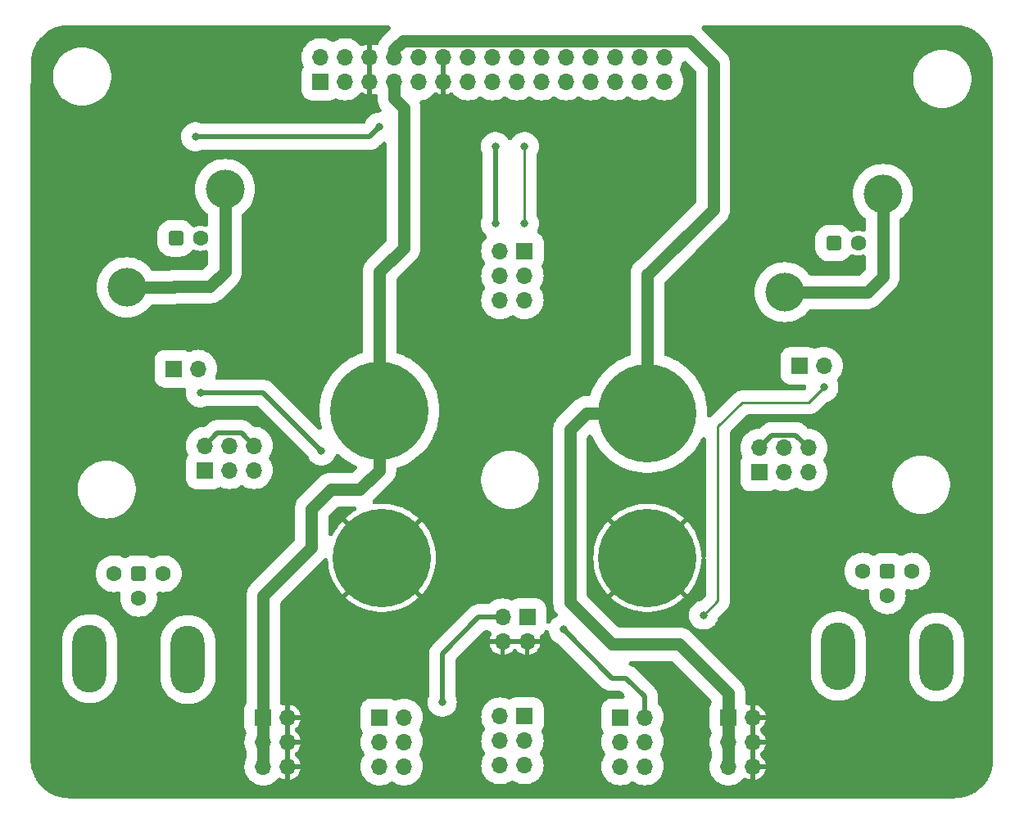
<source format=gbl>
%TF.GenerationSoftware,KiCad,Pcbnew,8.0.7*%
%TF.CreationDate,2024-12-31T21:00:06-05:00*%
%TF.ProjectId,Digilent_AD_Breakout,44696769-6c65-46e7-945f-41445f427265,rev?*%
%TF.SameCoordinates,Original*%
%TF.FileFunction,Copper,L2,Bot*%
%TF.FilePolarity,Positive*%
%FSLAX46Y46*%
G04 Gerber Fmt 4.6, Leading zero omitted, Abs format (unit mm)*
G04 Created by KiCad (PCBNEW 8.0.7) date 2024-12-31 21:00:06*
%MOMM*%
%LPD*%
G01*
G04 APERTURE LIST*
G04 Aperture macros list*
%AMRoundRect*
0 Rectangle with rounded corners*
0 $1 Rounding radius*
0 $2 $3 $4 $5 $6 $7 $8 $9 X,Y pos of 4 corners*
0 Add a 4 corners polygon primitive as box body*
4,1,4,$2,$3,$4,$5,$6,$7,$8,$9,$2,$3,0*
0 Add four circle primitives for the rounded corners*
1,1,$1+$1,$2,$3*
1,1,$1+$1,$4,$5*
1,1,$1+$1,$6,$7*
1,1,$1+$1,$8,$9*
0 Add four rect primitives between the rounded corners*
20,1,$1+$1,$2,$3,$4,$5,0*
20,1,$1+$1,$4,$5,$6,$7,0*
20,1,$1+$1,$6,$7,$8,$9,0*
20,1,$1+$1,$8,$9,$2,$3,0*%
G04 Aperture macros list end*
%TA.AperFunction,ComponentPad*%
%ADD10R,1.700000X1.700000*%
%TD*%
%TA.AperFunction,ComponentPad*%
%ADD11O,1.700000X1.700000*%
%TD*%
%TA.AperFunction,ComponentPad*%
%ADD12C,10.160000*%
%TD*%
%TA.AperFunction,ComponentPad*%
%ADD13C,1.600000*%
%TD*%
%TA.AperFunction,ComponentPad*%
%ADD14RoundRect,0.400000X0.400000X0.400000X-0.400000X0.400000X-0.400000X-0.400000X0.400000X-0.400000X0*%
%TD*%
%TA.AperFunction,ComponentPad*%
%ADD15O,3.500000X7.000000*%
%TD*%
%TA.AperFunction,ComponentPad*%
%ADD16C,4.000000*%
%TD*%
%TA.AperFunction,ViaPad*%
%ADD17C,0.800000*%
%TD*%
%TA.AperFunction,Conductor*%
%ADD18C,0.500000*%
%TD*%
%TA.AperFunction,Conductor*%
%ADD19C,0.250000*%
%TD*%
%TA.AperFunction,Conductor*%
%ADD20C,1.270000*%
%TD*%
G04 APERTURE END LIST*
D10*
%TO.P,J14,1,Pin_1*%
%TO.N,Signal_IN1P*%
X48509000Y-84089000D03*
D11*
%TO.P,J14,2,Pin_2*%
%TO.N,Channel1_N*%
X51049000Y-84089000D03*
%TO.P,J14,3,Pin_3*%
%TO.N,Signal_IN1P*%
X48509000Y-86629000D03*
%TO.P,J14,4,Pin_4*%
%TO.N,Channel1_N*%
X51049000Y-86629000D03*
%TO.P,J14,5,Pin_5*%
%TO.N,Signal_IN1P*%
X48509000Y-89169000D03*
%TO.P,J14,6,Pin_6*%
%TO.N,Channel1_N*%
X51049000Y-89169000D03*
%TD*%
D12*
%TO.P,J18,1,Pin_1*%
%TO.N,GND*%
X48768000Y-67564000D03*
%TD*%
D11*
%TO.P,J11,6,Pin_6*%
%TO.N,Net-(J10-Pin_2)*%
X60980000Y-89049000D03*
%TO.P,J11,5,Pin_5*%
%TO.N,Net-(J11-Pin_1)*%
X63520000Y-89049000D03*
%TO.P,J11,4,Pin_4*%
%TO.N,Net-(J10-Pin_2)*%
X60980000Y-86509000D03*
%TO.P,J11,3,Pin_3*%
%TO.N,Net-(J11-Pin_1)*%
X63520000Y-86509000D03*
%TO.P,J11,2,Pin_2*%
%TO.N,Net-(J10-Pin_2)*%
X60980000Y-83969000D03*
D10*
%TO.P,J11,1,Pin_1*%
%TO.N,Net-(J11-Pin_1)*%
X63520000Y-83969000D03*
%TD*%
D12*
%TO.P,J19,1,Pin_1*%
%TO.N,GND*%
X76200000Y-67564000D03*
%TD*%
D13*
%TO.P,J2,4*%
%TO.N,N/C*%
X21082000Y-69210000D03*
%TO.P,J2,3*%
X23622000Y-71750000D03*
%TO.P,J2,2,Ext*%
%TO.N,Channel1_N*%
X26162000Y-69210000D03*
D14*
%TO.P,J2,1,In*%
%TO.N,Signal_IN1P*%
X23622000Y-69210000D03*
D15*
%TO.P,J2,*%
%TO.N,*%
X18542000Y-78000000D03*
X28702000Y-78100000D03*
%TD*%
D10*
%TO.P,J4,1,Pin_1*%
%TO.N,Net-(J4-Pin_1)*%
X30460000Y-58500000D03*
D11*
%TO.P,J4,2,Pin_2*%
%TO.N,Net-(J4-Pin_2)*%
X30460000Y-55960000D03*
%TO.P,J4,3,Pin_3*%
%TO.N,Channel1_P*%
X33000000Y-58500000D03*
%TO.P,J4,4,Pin_4*%
X33000000Y-55960000D03*
%TO.P,J4,5,Pin_5*%
%TO.N,Signal_IN1P*%
X35540000Y-58500000D03*
%TO.P,J4,6,Pin_6*%
%TO.N,Net-(J4-Pin_2)*%
X35540000Y-55960000D03*
%TD*%
D10*
%TO.P,J5,1,Pin_1*%
%TO.N,Net-(J5-Pin_1)*%
X87759000Y-58718464D03*
D11*
%TO.P,J5,2,Pin_2*%
%TO.N,Net-(J5-Pin_2)*%
X87759000Y-56178464D03*
%TO.P,J5,3,Pin_3*%
%TO.N,Channel2_P*%
X90299000Y-58718464D03*
%TO.P,J5,4,Pin_4*%
X90299000Y-56178464D03*
%TO.P,J5,5,Pin_5*%
%TO.N,Signal_IN2P*%
X92839000Y-58718464D03*
%TO.P,J5,6,Pin_6*%
%TO.N,Net-(J5-Pin_2)*%
X92839000Y-56178464D03*
%TD*%
D12*
%TO.P,J17,1,Pin_1*%
%TO.N,+VDC*%
X48514000Y-52324000D03*
%TD*%
D13*
%TO.P,J8,2,Ext*%
%TO.N,GND*%
X30000000Y-34500000D03*
D14*
%TO.P,J8,1,In*%
%TO.N,Wavegen1*%
X27460000Y-34500000D03*
D16*
%TO.P,J8,*%
%TO.N,*%
X32540000Y-29420000D03*
X22380000Y-39580000D03*
%TD*%
D13*
%TO.P,J3,4*%
%TO.N,N/C*%
X98460000Y-68950000D03*
%TO.P,J3,3*%
X101000000Y-71490000D03*
%TO.P,J3,2,Ext*%
%TO.N,Channel2_N*%
X103540000Y-68950000D03*
D14*
%TO.P,J3,1,In*%
%TO.N,Signal_IN2P*%
X101000000Y-68950000D03*
D15*
%TO.P,J3,*%
%TO.N,*%
X95920000Y-77740000D03*
X106080000Y-77840000D03*
%TD*%
D13*
%TO.P,J9,2,Ext*%
%TO.N,GND*%
X98000000Y-35000000D03*
D14*
%TO.P,J9,1,In*%
%TO.N,Wavegen2*%
X95460000Y-35000000D03*
D16*
%TO.P,J9,*%
%TO.N,*%
X100540000Y-29920000D03*
X90380000Y-40080000D03*
%TD*%
D10*
%TO.P,J16,1,Pin_1*%
%TO.N,Signal_IN2P*%
X73406000Y-84074000D03*
D11*
%TO.P,J16,2,Pin_2*%
%TO.N,Channel2_N*%
X75946000Y-84074000D03*
%TO.P,J16,3,Pin_3*%
%TO.N,Signal_IN2P*%
X73406000Y-86614000D03*
%TO.P,J16,4,Pin_4*%
%TO.N,Channel2_N*%
X75946000Y-86614000D03*
%TO.P,J16,5,Pin_5*%
%TO.N,Signal_IN2P*%
X73406000Y-89154000D03*
%TO.P,J16,6,Pin_6*%
%TO.N,Channel2_N*%
X75946000Y-89154000D03*
%TD*%
%TO.P,J12,2,Pin_2*%
%TO.N,Net-(J11-Pin_1)*%
X94439000Y-47698000D03*
D10*
%TO.P,J12,1,Pin_1*%
%TO.N,Wavegen2*%
X91899000Y-47698000D03*
%TD*%
D12*
%TO.P,J20,1,Pin_1*%
%TO.N,-VDC*%
X76200000Y-52578000D03*
%TD*%
D10*
%TO.P,J10,1,Pin_1*%
%TO.N,Wavegen1*%
X27225000Y-48000000D03*
D11*
%TO.P,J10,2,Pin_2*%
%TO.N,Net-(J10-Pin_2)*%
X29765000Y-48000000D03*
%TD*%
%TO.P,J7,6,Pin_6*%
%TO.N,GND*%
X87117000Y-89169000D03*
%TO.P,J7,5,Pin_5*%
%TO.N,-VDC*%
X84577000Y-89169000D03*
%TO.P,J7,4,Pin_4*%
%TO.N,GND*%
X87117000Y-86629000D03*
%TO.P,J7,3,Pin_3*%
%TO.N,-VDC*%
X84577000Y-86629000D03*
%TO.P,J7,2,Pin_2*%
%TO.N,GND*%
X87117000Y-84089000D03*
D10*
%TO.P,J7,1,Pin_1*%
%TO.N,-VDC*%
X84577000Y-84089000D03*
%TD*%
%TO.P,J15,1,Pin_1*%
%TO.N,Channel2_N*%
X63775000Y-73725000D03*
D11*
%TO.P,J15,2,Pin_2*%
%TO.N,GND*%
X63775000Y-76265000D03*
%TO.P,J15,3,Pin_3*%
%TO.N,Channel1_N*%
X61235000Y-73725000D03*
%TO.P,J15,4,Pin_4*%
%TO.N,GND*%
X61235000Y-76265000D03*
%TD*%
%TO.P,J6,6,Pin_6*%
%TO.N,GND*%
X39040000Y-89169000D03*
%TO.P,J6,5,Pin_5*%
%TO.N,+VDC*%
X36500000Y-89169000D03*
%TO.P,J6,4,Pin_4*%
%TO.N,GND*%
X39040000Y-86629000D03*
%TO.P,J6,3,Pin_3*%
%TO.N,+VDC*%
X36500000Y-86629000D03*
%TO.P,J6,2,Pin_2*%
%TO.N,GND*%
X39040000Y-84089000D03*
D10*
%TO.P,J6,1,Pin_1*%
%TO.N,+VDC*%
X36500000Y-84089000D03*
%TD*%
%TO.P,J13,1,Pin_1*%
%TO.N,Trig2*%
X63520000Y-35829000D03*
D11*
%TO.P,J13,2,Pin_2*%
%TO.N,Trig1*%
X60980000Y-35829000D03*
%TO.P,J13,3,Pin_3*%
%TO.N,Trig2*%
X63520000Y-38369000D03*
%TO.P,J13,4,Pin_4*%
%TO.N,Trig1*%
X60980000Y-38369000D03*
%TO.P,J13,5,Pin_5*%
%TO.N,Trig2*%
X63520000Y-40909000D03*
%TO.P,J13,6,Pin_6*%
%TO.N,Trig1*%
X60980000Y-40909000D03*
%TD*%
D10*
%TO.P,J1,1,Pin_1*%
%TO.N,Channel1_P*%
X42418000Y-18288000D03*
D11*
%TO.P,J1,2,Pin_2*%
%TO.N,Channel1_N*%
X42418000Y-15748000D03*
%TO.P,J1,3,Pin_3*%
%TO.N,Channel2_P*%
X44958000Y-18288000D03*
%TO.P,J1,4,Pin_4*%
%TO.N,Channel2_N*%
X44958000Y-15748000D03*
%TO.P,J1,5,Pin_5*%
%TO.N,GND*%
X47498000Y-18288000D03*
%TO.P,J1,6,Pin_6*%
X47498000Y-15748000D03*
%TO.P,J1,7,Pin_7*%
%TO.N,+VDC*%
X50038000Y-18288000D03*
%TO.P,J1,8,Pin_8*%
%TO.N,-VDC*%
X50038000Y-15748000D03*
%TO.P,J1,9,Pin_9*%
%TO.N,Wavegen1*%
X52578000Y-18288000D03*
%TO.P,J1,10,Pin_10*%
%TO.N,Wavegen2*%
X52578000Y-15748000D03*
%TO.P,J1,11,Pin_11*%
%TO.N,GND*%
X55118000Y-18288000D03*
%TO.P,J1,12,Pin_12*%
X55118000Y-15748000D03*
%TO.P,J1,13,Pin_13*%
%TO.N,Trig1*%
X57658000Y-18288000D03*
%TO.P,J1,14,Pin_14*%
%TO.N,Trig2*%
X57658000Y-15748000D03*
%TO.P,J1,15,Pin_15*%
%TO.N,D0*%
X60198000Y-18288000D03*
%TO.P,J1,16,Pin_16*%
%TO.N,D8*%
X60198000Y-15748000D03*
%TO.P,J1,17,Pin_17*%
%TO.N,D1*%
X62738000Y-18288000D03*
%TO.P,J1,18,Pin_18*%
%TO.N,D9*%
X62738000Y-15748000D03*
%TO.P,J1,19,Pin_19*%
%TO.N,D2*%
X65278000Y-18288000D03*
%TO.P,J1,20,Pin_20*%
%TO.N,D10*%
X65278000Y-15748000D03*
%TO.P,J1,21,Pin_21*%
%TO.N,D3*%
X67818000Y-18288000D03*
%TO.P,J1,22,Pin_22*%
%TO.N,D11*%
X67818000Y-15748000D03*
%TO.P,J1,23,Pin_23*%
%TO.N,D4*%
X70358000Y-18288000D03*
%TO.P,J1,24,Pin_24*%
%TO.N,D12*%
X70358000Y-15748000D03*
%TO.P,J1,25,Pin_25*%
%TO.N,D5*%
X72898000Y-18288000D03*
%TO.P,J1,26,Pin_26*%
%TO.N,D13*%
X72898000Y-15748000D03*
%TO.P,J1,27,Pin_27*%
%TO.N,D6*%
X75438000Y-18288000D03*
%TO.P,J1,28,Pin_28*%
%TO.N,D14*%
X75438000Y-15748000D03*
%TO.P,J1,29,Pin_29*%
%TO.N,D7*%
X77978000Y-18288000D03*
%TO.P,J1,30,Pin_30*%
%TO.N,D15*%
X77978000Y-15748000D03*
%TD*%
D17*
%TO.N,Channel2_N*%
X67500000Y-75000000D03*
%TO.N,Channel1_N*%
X55000000Y-82500000D03*
%TO.N,Trig2*%
X63500000Y-33000000D03*
X63500000Y-25000000D03*
%TO.N,Trig1*%
X60500000Y-33000000D03*
X60500000Y-25000000D03*
%TO.N,Net-(J11-Pin_1)*%
X82000000Y-73500000D03*
X94439000Y-49939000D03*
%TO.N,Net-(J10-Pin_2)*%
X42500000Y-56500000D03*
X30000000Y-50500000D03*
%TO.N,Wavegen1*%
X29500000Y-24000000D03*
X48500000Y-23000000D03*
%TD*%
D18*
%TO.N,Wavegen1*%
X47500000Y-24000000D02*
X48500000Y-23000000D01*
X29500000Y-24000000D02*
X47500000Y-24000000D01*
%TO.N,Channel2_N*%
X75946000Y-81946000D02*
X75946000Y-84074000D01*
X74000000Y-80000000D02*
X75946000Y-81946000D01*
X67500000Y-75000000D02*
X72500000Y-80000000D01*
X72500000Y-80000000D02*
X74000000Y-80000000D01*
%TO.N,Channel1_N*%
X55000000Y-77500000D02*
X58775000Y-73725000D01*
X55000000Y-82500000D02*
X55000000Y-77500000D01*
X58775000Y-73725000D02*
X61235000Y-73725000D01*
D19*
%TO.N,Trig2*%
X63500000Y-25000000D02*
X63500000Y-33000000D01*
D18*
%TO.N,Trig1*%
X60500000Y-25000000D02*
X60500000Y-33000000D01*
D20*
%TO.N,*%
X98920000Y-40080000D02*
X100540000Y-38460000D01*
X90380000Y-40080000D02*
X98920000Y-40080000D01*
X100540000Y-38460000D02*
X100540000Y-29920000D01*
X32540000Y-37960000D02*
X32540000Y-29420000D01*
X31000000Y-39500000D02*
X32540000Y-37960000D01*
X27312240Y-39500000D02*
X31000000Y-39500000D01*
X27232240Y-39580000D02*
X27312240Y-39500000D01*
X22380000Y-39580000D02*
X27232240Y-39580000D01*
D19*
%TO.N,Net-(J11-Pin_1)*%
X83500000Y-72000000D02*
X82000000Y-73500000D01*
X86000000Y-51500000D02*
X83500000Y-54000000D01*
X83500000Y-54000000D02*
X83500000Y-72000000D01*
X94439000Y-49939000D02*
X92878000Y-51500000D01*
X92878000Y-51500000D02*
X86000000Y-51500000D01*
D20*
%TO.N,-VDC*%
X84577000Y-84089000D02*
X84577000Y-89169000D01*
D18*
%TO.N,Net-(J10-Pin_2)*%
X36500000Y-50500000D02*
X42500000Y-56500000D01*
X30000000Y-50500000D02*
X36500000Y-50500000D01*
D20*
%TO.N,+VDC*%
X48500000Y-38000000D02*
X48514000Y-38014000D01*
X51000000Y-21000000D02*
X51000000Y-35500000D01*
X51000000Y-35500000D02*
X48500000Y-38000000D01*
X48514000Y-38014000D02*
X48514000Y-52324000D01*
X50038000Y-20038000D02*
X51000000Y-21000000D01*
X50038000Y-18288000D02*
X50038000Y-20038000D01*
D18*
%TO.N,Net-(J5-Pin_2)*%
X91539000Y-54878464D02*
X92839000Y-56178464D01*
X89059000Y-54878464D02*
X91539000Y-54878464D01*
X87759000Y-56178464D02*
X89059000Y-54878464D01*
D20*
%TO.N,+VDC*%
X41500000Y-66500000D02*
X36500000Y-71500000D01*
X36500000Y-71500000D02*
X36500000Y-89169000D01*
X48500000Y-58500000D02*
X46500000Y-60500000D01*
X46500000Y-60500000D02*
X43500000Y-60500000D01*
X43500000Y-60500000D02*
X41500000Y-62500000D01*
X41500000Y-62500000D02*
X41500000Y-66500000D01*
X48514000Y-52324000D02*
X48500000Y-52338000D01*
X48500000Y-52338000D02*
X48500000Y-58500000D01*
D18*
%TO.N,Net-(J4-Pin_2)*%
X34240000Y-54660000D02*
X35540000Y-55960000D01*
X30460000Y-55960000D02*
X31760000Y-54660000D01*
X31760000Y-54660000D02*
X34240000Y-54660000D01*
D20*
%TO.N,-VDC*%
X80563000Y-14063000D02*
X83000000Y-16500000D01*
X83000000Y-16500000D02*
X83000000Y-31500000D01*
X50937000Y-14063000D02*
X80563000Y-14063000D01*
X76200000Y-38200000D02*
X76200000Y-52578000D01*
X50038000Y-14962000D02*
X50937000Y-14063000D01*
X50038000Y-15748000D02*
X50038000Y-14962000D01*
X83000000Y-31500000D02*
X76300000Y-38200000D01*
X76300000Y-38200000D02*
X76200000Y-38200000D01*
X84577000Y-81577000D02*
X84577000Y-84089000D01*
X79500000Y-76500000D02*
X84577000Y-81577000D01*
X68204000Y-72204000D02*
X72500000Y-76500000D01*
X72500000Y-76500000D02*
X79500000Y-76500000D01*
X76200000Y-52578000D02*
X69922000Y-52578000D01*
X69922000Y-52578000D02*
X68204000Y-54296000D01*
X68204000Y-54296000D02*
X68204000Y-72204000D01*
%TD*%
%TA.AperFunction,Conductor*%
%TO.N,GND*%
G36*
X49539780Y-12518954D02*
G01*
X49620562Y-12572930D01*
X49674538Y-12653712D01*
X49693492Y-12749000D01*
X49674538Y-12844288D01*
X49620562Y-12925070D01*
X48730377Y-13815254D01*
X48591891Y-13995734D01*
X48478136Y-14192761D01*
X48478131Y-14192770D01*
X48396208Y-14390554D01*
X48342232Y-14471336D01*
X48261451Y-14525313D01*
X48166163Y-14544267D01*
X48070875Y-14525313D01*
X48060931Y-14520938D01*
X47961490Y-14474568D01*
X47961483Y-14474566D01*
X47748001Y-14417363D01*
X47748000Y-14417364D01*
X47748000Y-15314988D01*
X47690993Y-15282075D01*
X47563826Y-15248000D01*
X47432174Y-15248000D01*
X47305007Y-15282075D01*
X47248000Y-15314988D01*
X47248000Y-14417364D01*
X47247998Y-14417363D01*
X47034516Y-14474566D01*
X47034505Y-14474570D01*
X46820428Y-14574396D01*
X46820415Y-14574403D01*
X46818233Y-14575932D01*
X46816281Y-14576790D01*
X46811003Y-14579838D01*
X46810669Y-14579259D01*
X46729304Y-14615056D01*
X46632172Y-14617171D01*
X46541624Y-14581954D01*
X46476086Y-14521175D01*
X46435858Y-14467437D01*
X46435855Y-14467432D01*
X46238568Y-14270145D01*
X46238564Y-14270142D01*
X46238562Y-14270140D01*
X46015215Y-14102945D01*
X45922513Y-14052326D01*
X45770337Y-13969231D01*
X45508923Y-13871729D01*
X45508918Y-13871727D01*
X45508910Y-13871725D01*
X45236302Y-13812423D01*
X45236296Y-13812422D01*
X45236294Y-13812422D01*
X44958000Y-13792518D01*
X44679706Y-13812422D01*
X44679703Y-13812422D01*
X44679697Y-13812423D01*
X44407089Y-13871725D01*
X44407079Y-13871728D01*
X44407077Y-13871729D01*
X44251578Y-13929726D01*
X44145665Y-13969230D01*
X44145663Y-13969230D01*
X44145663Y-13969231D01*
X43900787Y-14102944D01*
X43900785Y-14102945D01*
X43900784Y-14102946D01*
X43837219Y-14150530D01*
X43749578Y-14192460D01*
X43652562Y-14197659D01*
X43560942Y-14165337D01*
X43538781Y-14150530D01*
X43538209Y-14150102D01*
X43475213Y-14102944D01*
X43230337Y-13969231D01*
X42968923Y-13871729D01*
X42968918Y-13871727D01*
X42968910Y-13871725D01*
X42696302Y-13812423D01*
X42696296Y-13812422D01*
X42696294Y-13812422D01*
X42418000Y-13792518D01*
X42139706Y-13812422D01*
X42139703Y-13812422D01*
X42139697Y-13812423D01*
X41867089Y-13871725D01*
X41867079Y-13871728D01*
X41867077Y-13871729D01*
X41711578Y-13929726D01*
X41605665Y-13969230D01*
X41360784Y-14102945D01*
X41137437Y-14270140D01*
X41137435Y-14270142D01*
X41137432Y-14270145D01*
X40940145Y-14467432D01*
X40940142Y-14467435D01*
X40940142Y-14467436D01*
X40940140Y-14467437D01*
X40772945Y-14690784D01*
X40639230Y-14935665D01*
X40633485Y-14951069D01*
X40576100Y-15104926D01*
X40541729Y-15197078D01*
X40541725Y-15197089D01*
X40482423Y-15469697D01*
X40482422Y-15469703D01*
X40482422Y-15469706D01*
X40462518Y-15748000D01*
X40479078Y-15979542D01*
X40482423Y-16026302D01*
X40541725Y-16298910D01*
X40541727Y-16298918D01*
X40541729Y-16298923D01*
X40574300Y-16386249D01*
X40639230Y-16560335D01*
X40639232Y-16560339D01*
X40653085Y-16585709D01*
X40682116Y-16678425D01*
X40673457Y-16775193D01*
X40640752Y-16844608D01*
X40597725Y-16908179D01*
X40597718Y-16908192D01*
X40514988Y-17101382D01*
X40514986Y-17101389D01*
X40470314Y-17306740D01*
X40470311Y-17306758D01*
X40467500Y-17353953D01*
X40467500Y-19222046D01*
X40470311Y-19269241D01*
X40470314Y-19269259D01*
X40514986Y-19474610D01*
X40514988Y-19474617D01*
X40597718Y-19667807D01*
X40597725Y-19667820D01*
X40715518Y-19841859D01*
X40715520Y-19841861D01*
X40715523Y-19841865D01*
X40864135Y-19990477D01*
X40864138Y-19990479D01*
X40864140Y-19990481D01*
X41038179Y-20108274D01*
X41038181Y-20108275D01*
X41038187Y-20108279D01*
X41038192Y-20108281D01*
X41231382Y-20191011D01*
X41231385Y-20191012D01*
X41231388Y-20191013D01*
X41324338Y-20211233D01*
X41436740Y-20235685D01*
X41436745Y-20235685D01*
X41436755Y-20235688D01*
X41449629Y-20236454D01*
X41483954Y-20238500D01*
X41483962Y-20238500D01*
X43352046Y-20238500D01*
X43383509Y-20236625D01*
X43399245Y-20235688D01*
X43604612Y-20191013D01*
X43797813Y-20108279D01*
X43861392Y-20065247D01*
X43950924Y-20027534D01*
X44048077Y-20026955D01*
X44120290Y-20052914D01*
X44145663Y-20066769D01*
X44407077Y-20164271D01*
X44407086Y-20164273D01*
X44407089Y-20164274D01*
X44653072Y-20217784D01*
X44679706Y-20223578D01*
X44958000Y-20243482D01*
X45236294Y-20223578D01*
X45400291Y-20187902D01*
X45508910Y-20164274D01*
X45508911Y-20164273D01*
X45508923Y-20164271D01*
X45770337Y-20066769D01*
X46015213Y-19933056D01*
X46238568Y-19765855D01*
X46435855Y-19568568D01*
X46476089Y-19514821D01*
X46548362Y-19449901D01*
X46639982Y-19417578D01*
X46736998Y-19422777D01*
X46810741Y-19456630D01*
X46811010Y-19456166D01*
X46815975Y-19459033D01*
X46818241Y-19460073D01*
X46820421Y-19461599D01*
X47034511Y-19561431D01*
X47248000Y-19618635D01*
X47248000Y-18721012D01*
X47305007Y-18753925D01*
X47432174Y-18788000D01*
X47563826Y-18788000D01*
X47690993Y-18753925D01*
X47748000Y-18721012D01*
X47748000Y-19618635D01*
X47961492Y-19561430D01*
X47968326Y-19558943D01*
X48064349Y-19544158D01*
X48158721Y-19567246D01*
X48237074Y-19624691D01*
X48287479Y-19707748D01*
X48302500Y-19792922D01*
X48302500Y-20151750D01*
X48327531Y-20341886D01*
X48332195Y-20377306D01*
X48374482Y-20535127D01*
X48391077Y-20597059D01*
X48391078Y-20597062D01*
X48478134Y-20807234D01*
X48478136Y-20807238D01*
X48478137Y-20807240D01*
X48591888Y-21004261D01*
X48591890Y-21004264D01*
X48591891Y-21004265D01*
X48664521Y-21098919D01*
X48707492Y-21186054D01*
X48713846Y-21283001D01*
X48682616Y-21375000D01*
X48618557Y-21448045D01*
X48531422Y-21491016D01*
X48466976Y-21499500D01*
X48375665Y-21499500D01*
X48130389Y-21540428D01*
X48130378Y-21540430D01*
X47895188Y-21621172D01*
X47676485Y-21739529D01*
X47480261Y-21892257D01*
X47480248Y-21892269D01*
X47311836Y-22075214D01*
X47311830Y-22075221D01*
X47175828Y-22283391D01*
X47175822Y-22283401D01*
X47092377Y-22473638D01*
X47040421Y-22549682D01*
X47013533Y-22576571D01*
X46932753Y-22630546D01*
X46837465Y-22649500D01*
X30220211Y-22649500D01*
X30124923Y-22630546D01*
X30110211Y-22623541D01*
X30104811Y-22621172D01*
X29869614Y-22540429D01*
X29869610Y-22540428D01*
X29624335Y-22499500D01*
X29375665Y-22499500D01*
X29130389Y-22540428D01*
X29130378Y-22540430D01*
X28895188Y-22621172D01*
X28676485Y-22739529D01*
X28480261Y-22892257D01*
X28480248Y-22892269D01*
X28311836Y-23075214D01*
X28311830Y-23075221D01*
X28175828Y-23283391D01*
X28175825Y-23283396D01*
X28075936Y-23511121D01*
X28075935Y-23511125D01*
X28014894Y-23752168D01*
X28014892Y-23752176D01*
X27994357Y-24000000D01*
X28014892Y-24247823D01*
X28014894Y-24247831D01*
X28057830Y-24417378D01*
X28075937Y-24488881D01*
X28085694Y-24511125D01*
X28175825Y-24716603D01*
X28175828Y-24716608D01*
X28311830Y-24924778D01*
X28311836Y-24924785D01*
X28480248Y-25107730D01*
X28480251Y-25107733D01*
X28480256Y-25107738D01*
X28541040Y-25155048D01*
X28676485Y-25260470D01*
X28676487Y-25260471D01*
X28676491Y-25260474D01*
X28895190Y-25378828D01*
X28964736Y-25402703D01*
X29130378Y-25459569D01*
X29130382Y-25459569D01*
X29130386Y-25459571D01*
X29375665Y-25500500D01*
X29624335Y-25500500D01*
X29869614Y-25459571D01*
X30104810Y-25378828D01*
X30104815Y-25378825D01*
X30114237Y-25374693D01*
X30114988Y-25376405D01*
X30194521Y-25351829D01*
X30220211Y-25350500D01*
X47606284Y-25350500D01*
X47606287Y-25350500D01*
X47606290Y-25350499D01*
X47606296Y-25350499D01*
X47705476Y-25334789D01*
X47816243Y-25317246D01*
X48018412Y-25251557D01*
X48207816Y-25155051D01*
X48272937Y-25107738D01*
X48272939Y-25107736D01*
X48272942Y-25107735D01*
X48327495Y-25068100D01*
X48379792Y-25030104D01*
X48530104Y-24879792D01*
X48530104Y-24879790D01*
X48544294Y-24865601D01*
X48544300Y-24865594D01*
X48839431Y-24570464D01*
X48920212Y-24516488D01*
X49015500Y-24497534D01*
X49110789Y-24516488D01*
X49191570Y-24570465D01*
X49245546Y-24651246D01*
X49264500Y-24746534D01*
X49264500Y-34677992D01*
X49245546Y-34773280D01*
X49191570Y-34854062D01*
X47192377Y-36853254D01*
X47053891Y-37033734D01*
X46940136Y-37230761D01*
X46940134Y-37230765D01*
X46853078Y-37440937D01*
X46853077Y-37440940D01*
X46794194Y-37660697D01*
X46764500Y-37886249D01*
X46764500Y-38113750D01*
X46776370Y-38203912D01*
X46778500Y-38236413D01*
X46778500Y-46208186D01*
X46759546Y-46303474D01*
X46705570Y-46384256D01*
X46624788Y-46438232D01*
X46608351Y-46444371D01*
X46320585Y-46540441D01*
X45862321Y-46735690D01*
X45421242Y-46967185D01*
X45421230Y-46967193D01*
X45000229Y-47233416D01*
X45000224Y-47233420D01*
X44601996Y-47532671D01*
X44601991Y-47532675D01*
X44229142Y-47862990D01*
X44229137Y-47862995D01*
X43884089Y-48222227D01*
X43884070Y-48222249D01*
X43707035Y-48439078D01*
X43569034Y-48608099D01*
X43569030Y-48608104D01*
X43569029Y-48608106D01*
X43569023Y-48608113D01*
X43286062Y-49018053D01*
X43037005Y-49449432D01*
X43036996Y-49449450D01*
X42823448Y-49899491D01*
X42646814Y-50365240D01*
X42508222Y-50843714D01*
X42408586Y-51331766D01*
X42348541Y-51826279D01*
X42328484Y-52323998D01*
X42328484Y-52324001D01*
X42348541Y-52821720D01*
X42348542Y-52821727D01*
X42388310Y-53149250D01*
X42408586Y-53316233D01*
X42508222Y-53804285D01*
X42562641Y-53992160D01*
X42570946Y-54088959D01*
X42541576Y-54181569D01*
X42479001Y-54255889D01*
X42392748Y-54300605D01*
X42295949Y-54308910D01*
X42203339Y-54279540D01*
X42147402Y-54237506D01*
X37530106Y-49620211D01*
X37530106Y-49620210D01*
X37379798Y-49469901D01*
X37379796Y-49469899D01*
X37351646Y-49449447D01*
X37207816Y-49344949D01*
X37018412Y-49248443D01*
X37018409Y-49248442D01*
X37018407Y-49248441D01*
X36816240Y-49182753D01*
X36606296Y-49149500D01*
X36606287Y-49149500D01*
X31776642Y-49149500D01*
X31681354Y-49130546D01*
X31600572Y-49076570D01*
X31546596Y-48995788D01*
X31527642Y-48900500D01*
X31543341Y-48813484D01*
X31565075Y-48755213D01*
X31641271Y-48550923D01*
X31657517Y-48476244D01*
X31700576Y-48278302D01*
X31700578Y-48278294D01*
X31720482Y-48000000D01*
X31700578Y-47721706D01*
X31659456Y-47532671D01*
X31641274Y-47449089D01*
X31641273Y-47449086D01*
X31641271Y-47449077D01*
X31543769Y-47187663D01*
X31410056Y-46942787D01*
X31313190Y-46813389D01*
X31242859Y-46719437D01*
X31242857Y-46719435D01*
X31242855Y-46719432D01*
X31045568Y-46522145D01*
X31045564Y-46522142D01*
X31045562Y-46522140D01*
X30822215Y-46354945D01*
X30727953Y-46303474D01*
X30577337Y-46221231D01*
X30315923Y-46123729D01*
X30315918Y-46123727D01*
X30315910Y-46123725D01*
X30043302Y-46064423D01*
X30043296Y-46064422D01*
X30043294Y-46064422D01*
X29765000Y-46044518D01*
X29486706Y-46064422D01*
X29486703Y-46064422D01*
X29486697Y-46064423D01*
X29214089Y-46123725D01*
X29214079Y-46123728D01*
X29214077Y-46123729D01*
X29159366Y-46144135D01*
X28952666Y-46221229D01*
X28949877Y-46222752D01*
X28927286Y-46235087D01*
X28834572Y-46264117D01*
X28737803Y-46255456D01*
X28668392Y-46222752D01*
X28604820Y-46179725D01*
X28604807Y-46179718D01*
X28411617Y-46096988D01*
X28411610Y-46096986D01*
X28206259Y-46052314D01*
X28206241Y-46052311D01*
X28159046Y-46049500D01*
X28159038Y-46049500D01*
X26290962Y-46049500D01*
X26290954Y-46049500D01*
X26243758Y-46052311D01*
X26243740Y-46052314D01*
X26038389Y-46096986D01*
X26038382Y-46096988D01*
X25845192Y-46179718D01*
X25845179Y-46179725D01*
X25671140Y-46297518D01*
X25522518Y-46446140D01*
X25404725Y-46620179D01*
X25404718Y-46620192D01*
X25321988Y-46813382D01*
X25321986Y-46813389D01*
X25277314Y-47018740D01*
X25277311Y-47018758D01*
X25274500Y-47065953D01*
X25274500Y-48934046D01*
X25277311Y-48981241D01*
X25277314Y-48981259D01*
X25321986Y-49186610D01*
X25321988Y-49186617D01*
X25404718Y-49379807D01*
X25404725Y-49379820D01*
X25522518Y-49553859D01*
X25522520Y-49553861D01*
X25522523Y-49553865D01*
X25671135Y-49702477D01*
X25671138Y-49702479D01*
X25671140Y-49702481D01*
X25845179Y-49820274D01*
X25845181Y-49820275D01*
X25845187Y-49820279D01*
X25845192Y-49820281D01*
X26038382Y-49903011D01*
X26038385Y-49903012D01*
X26038388Y-49903013D01*
X26131338Y-49923233D01*
X26243740Y-49947685D01*
X26243745Y-49947685D01*
X26243755Y-49947688D01*
X26256629Y-49948454D01*
X26290954Y-49950500D01*
X26290962Y-49950500D01*
X28159046Y-49950500D01*
X28190509Y-49948625D01*
X28206245Y-49947688D01*
X28221424Y-49944385D01*
X28318561Y-49942647D01*
X28408971Y-49978215D01*
X28478888Y-50045673D01*
X28517668Y-50134753D01*
X28519407Y-50231893D01*
X28515746Y-50248803D01*
X28514894Y-50252168D01*
X28514892Y-50252176D01*
X28494357Y-50500000D01*
X28514892Y-50747823D01*
X28514894Y-50747831D01*
X28575935Y-50988874D01*
X28575937Y-50988881D01*
X28601317Y-51046742D01*
X28675825Y-51216603D01*
X28675828Y-51216608D01*
X28811830Y-51424778D01*
X28811836Y-51424785D01*
X28980248Y-51607730D01*
X28980252Y-51607733D01*
X28980256Y-51607738D01*
X28980260Y-51607741D01*
X28980261Y-51607742D01*
X29176485Y-51760470D01*
X29176487Y-51760471D01*
X29176491Y-51760474D01*
X29395190Y-51878828D01*
X29464736Y-51902703D01*
X29630378Y-51959569D01*
X29630382Y-51959569D01*
X29630386Y-51959571D01*
X29875665Y-52000500D01*
X30124335Y-52000500D01*
X30369614Y-51959571D01*
X30604810Y-51878828D01*
X30604815Y-51878825D01*
X30614237Y-51874693D01*
X30614988Y-51876405D01*
X30694521Y-51851829D01*
X30720211Y-51850500D01*
X35837465Y-51850500D01*
X35932753Y-51869454D01*
X36013534Y-51923429D01*
X38572244Y-54482140D01*
X41040421Y-56950317D01*
X41092378Y-57026365D01*
X41175820Y-57216593D01*
X41175824Y-57216602D01*
X41175827Y-57216607D01*
X41202414Y-57257302D01*
X41311830Y-57424778D01*
X41311836Y-57424785D01*
X41480248Y-57607730D01*
X41480252Y-57607733D01*
X41480256Y-57607738D01*
X41480260Y-57607741D01*
X41480261Y-57607742D01*
X41676485Y-57760470D01*
X41676487Y-57760471D01*
X41676491Y-57760474D01*
X41895190Y-57878828D01*
X41964736Y-57902703D01*
X42130378Y-57959569D01*
X42130382Y-57959569D01*
X42130386Y-57959571D01*
X42375665Y-58000500D01*
X42624335Y-58000500D01*
X42869614Y-57959571D01*
X42869618Y-57959569D01*
X42869621Y-57959569D01*
X43007289Y-57912307D01*
X43104810Y-57878828D01*
X43323509Y-57760474D01*
X43519744Y-57607738D01*
X43688164Y-57424785D01*
X43694830Y-57414583D01*
X43724398Y-57369324D01*
X43824173Y-57216607D01*
X43924063Y-56988881D01*
X43924065Y-56988869D01*
X43927407Y-56979139D01*
X43930295Y-56980130D01*
X43963397Y-56910478D01*
X44035506Y-56845367D01*
X44127042Y-56812807D01*
X44224071Y-56817754D01*
X44311821Y-56859456D01*
X44328234Y-56872797D01*
X44601999Y-57115331D01*
X44762150Y-57235677D01*
X45000224Y-57414579D01*
X45000229Y-57414583D01*
X45259274Y-57578392D01*
X45421242Y-57680814D01*
X45862315Y-57912307D01*
X46063847Y-57998171D01*
X46144079Y-58052958D01*
X46197240Y-58134279D01*
X46215233Y-58229753D01*
X46195321Y-58324846D01*
X46142316Y-58403315D01*
X45854063Y-58691569D01*
X45773282Y-58745546D01*
X45677993Y-58764500D01*
X43386249Y-58764500D01*
X43160697Y-58794194D01*
X42940940Y-58853077D01*
X42940937Y-58853078D01*
X42730765Y-58940134D01*
X42730761Y-58940136D01*
X42629266Y-58998735D01*
X42538875Y-59050923D01*
X42533734Y-59053891D01*
X42353254Y-59192377D01*
X40192377Y-61353254D01*
X40053891Y-61533734D01*
X39940136Y-61730761D01*
X39940131Y-61730770D01*
X39853077Y-61940940D01*
X39853076Y-61940944D01*
X39821212Y-62059863D01*
X39821212Y-62059864D01*
X39821211Y-62059863D01*
X39794195Y-62160691D01*
X39794194Y-62160698D01*
X39764500Y-62386249D01*
X39764500Y-65677992D01*
X39745546Y-65773280D01*
X39691570Y-65854062D01*
X35192377Y-70353254D01*
X35053891Y-70533734D01*
X34940136Y-70730761D01*
X34940134Y-70730765D01*
X34853078Y-70940937D01*
X34853077Y-70940940D01*
X34823038Y-71053049D01*
X34794195Y-71160694D01*
X34794194Y-71160697D01*
X34764500Y-71386249D01*
X34764500Y-82507583D01*
X34745546Y-82602871D01*
X34721709Y-82647148D01*
X34721710Y-82647149D01*
X34721709Y-82647150D01*
X34679722Y-82709185D01*
X34679720Y-82709189D01*
X34596988Y-82902382D01*
X34596986Y-82902389D01*
X34552314Y-83107740D01*
X34552311Y-83107758D01*
X34549500Y-83154953D01*
X34549500Y-85023046D01*
X34552311Y-85070241D01*
X34552314Y-85070259D01*
X34596986Y-85275610D01*
X34596988Y-85275617D01*
X34679718Y-85468807D01*
X34679721Y-85468813D01*
X34721709Y-85530851D01*
X34759422Y-85620385D01*
X34764500Y-85670416D01*
X34764500Y-85673868D01*
X34745546Y-85769156D01*
X34734042Y-85793201D01*
X34721232Y-85816660D01*
X34721230Y-85816664D01*
X34668486Y-85958078D01*
X34629320Y-86063089D01*
X34623729Y-86078078D01*
X34623725Y-86078089D01*
X34564423Y-86350697D01*
X34564422Y-86350703D01*
X34564422Y-86350706D01*
X34544518Y-86629000D01*
X34563349Y-86892294D01*
X34564423Y-86907302D01*
X34623725Y-87179910D01*
X34623727Y-87179918D01*
X34623729Y-87179923D01*
X34682485Y-87337455D01*
X34721232Y-87441341D01*
X34734039Y-87464793D01*
X34763073Y-87557508D01*
X34764500Y-87584131D01*
X34764500Y-88213868D01*
X34745546Y-88309156D01*
X34734042Y-88333201D01*
X34721232Y-88356660D01*
X34721230Y-88356664D01*
X34668486Y-88498078D01*
X34629320Y-88603089D01*
X34623729Y-88618078D01*
X34623725Y-88618089D01*
X34564423Y-88890697D01*
X34564422Y-88890703D01*
X34564422Y-88890706D01*
X34544518Y-89169000D01*
X34563349Y-89432294D01*
X34564423Y-89447302D01*
X34623725Y-89719910D01*
X34623727Y-89719918D01*
X34623729Y-89719923D01*
X34721231Y-89981337D01*
X34823176Y-90168035D01*
X34854945Y-90226215D01*
X35022140Y-90449562D01*
X35022142Y-90449564D01*
X35022145Y-90449568D01*
X35219432Y-90646855D01*
X35219435Y-90646857D01*
X35219437Y-90646859D01*
X35422749Y-90799056D01*
X35442787Y-90814056D01*
X35687663Y-90947769D01*
X35949077Y-91045271D01*
X35949086Y-91045273D01*
X35949089Y-91045274D01*
X36152743Y-91089576D01*
X36221706Y-91104578D01*
X36500000Y-91124482D01*
X36778294Y-91104578D01*
X36942291Y-91068902D01*
X37050910Y-91045274D01*
X37050911Y-91045273D01*
X37050923Y-91045271D01*
X37312337Y-90947769D01*
X37557213Y-90814056D01*
X37780568Y-90646855D01*
X37977855Y-90449568D01*
X38018089Y-90395821D01*
X38090362Y-90330901D01*
X38181982Y-90298578D01*
X38278998Y-90303777D01*
X38352741Y-90337630D01*
X38353010Y-90337166D01*
X38357975Y-90340033D01*
X38360241Y-90341073D01*
X38362421Y-90342599D01*
X38576511Y-90442431D01*
X38790000Y-90499635D01*
X38790000Y-89602012D01*
X38847007Y-89634925D01*
X38974174Y-89669000D01*
X39105826Y-89669000D01*
X39232993Y-89634925D01*
X39290000Y-89602012D01*
X39290000Y-90499635D01*
X39503488Y-90442431D01*
X39717576Y-90342600D01*
X39911076Y-90207110D01*
X40078110Y-90040076D01*
X40213600Y-89846576D01*
X40313433Y-89632485D01*
X40313433Y-89632483D01*
X40370636Y-89419001D01*
X40370636Y-89419000D01*
X39473012Y-89419000D01*
X39505925Y-89361993D01*
X39540000Y-89234826D01*
X39540000Y-89103174D01*
X39505925Y-88976007D01*
X39473012Y-88919000D01*
X40370636Y-88919000D01*
X40370636Y-88918998D01*
X40313433Y-88705516D01*
X40313429Y-88705505D01*
X40213603Y-88491428D01*
X40213599Y-88491420D01*
X40078110Y-88297923D01*
X39911075Y-88130888D01*
X39871203Y-88102970D01*
X39804018Y-88032789D01*
X39768805Y-87942240D01*
X39770924Y-87845108D01*
X39810052Y-87756181D01*
X39871203Y-87695030D01*
X39911075Y-87667111D01*
X40078110Y-87500076D01*
X40213600Y-87306576D01*
X40313433Y-87092485D01*
X40313433Y-87092483D01*
X40370636Y-86879001D01*
X40370636Y-86879000D01*
X39473012Y-86879000D01*
X39505925Y-86821993D01*
X39540000Y-86694826D01*
X39540000Y-86629000D01*
X46553518Y-86629000D01*
X46572349Y-86892294D01*
X46573423Y-86907302D01*
X46632725Y-87179910D01*
X46632727Y-87179918D01*
X46632729Y-87179923D01*
X46730231Y-87441337D01*
X46863944Y-87686213D01*
X46900301Y-87734781D01*
X46911530Y-87749781D01*
X46953460Y-87837422D01*
X46958659Y-87934438D01*
X46926337Y-88026058D01*
X46911529Y-88048219D01*
X46863944Y-88111787D01*
X46730231Y-88356663D01*
X46638320Y-88603089D01*
X46632729Y-88618078D01*
X46632725Y-88618089D01*
X46573423Y-88890697D01*
X46573422Y-88890703D01*
X46573422Y-88890706D01*
X46553518Y-89169000D01*
X46572349Y-89432294D01*
X46573423Y-89447302D01*
X46632725Y-89719910D01*
X46632727Y-89719918D01*
X46632729Y-89719923D01*
X46730231Y-89981337D01*
X46832176Y-90168035D01*
X46863945Y-90226215D01*
X47031140Y-90449562D01*
X47031142Y-90449564D01*
X47031145Y-90449568D01*
X47228432Y-90646855D01*
X47228435Y-90646857D01*
X47228437Y-90646859D01*
X47431749Y-90799056D01*
X47451787Y-90814056D01*
X47696663Y-90947769D01*
X47958077Y-91045271D01*
X47958086Y-91045273D01*
X47958089Y-91045274D01*
X48161743Y-91089576D01*
X48230706Y-91104578D01*
X48509000Y-91124482D01*
X48787294Y-91104578D01*
X48951291Y-91068902D01*
X49059910Y-91045274D01*
X49059911Y-91045273D01*
X49059923Y-91045271D01*
X49321337Y-90947769D01*
X49566213Y-90814056D01*
X49629781Y-90766469D01*
X49717420Y-90724540D01*
X49814436Y-90719339D01*
X49906057Y-90751661D01*
X49928214Y-90766466D01*
X49991787Y-90814056D01*
X50236663Y-90947769D01*
X50498077Y-91045271D01*
X50498086Y-91045273D01*
X50498089Y-91045274D01*
X50701743Y-91089576D01*
X50770706Y-91104578D01*
X51049000Y-91124482D01*
X51327294Y-91104578D01*
X51491291Y-91068902D01*
X51599910Y-91045274D01*
X51599911Y-91045273D01*
X51599923Y-91045271D01*
X51861337Y-90947769D01*
X52106213Y-90814056D01*
X52329568Y-90646855D01*
X52526855Y-90449568D01*
X52694056Y-90226213D01*
X52827769Y-89981337D01*
X52925271Y-89719923D01*
X52928535Y-89704921D01*
X52984576Y-89447302D01*
X52984578Y-89447294D01*
X53004482Y-89169000D01*
X52984578Y-88890706D01*
X52958081Y-88768901D01*
X52925274Y-88618089D01*
X52925273Y-88618086D01*
X52925271Y-88618077D01*
X52827769Y-88356663D01*
X52694056Y-88111787D01*
X52646469Y-88048218D01*
X52604540Y-87960580D01*
X52599339Y-87863564D01*
X52631661Y-87771943D01*
X52646466Y-87749785D01*
X52694056Y-87686213D01*
X52827769Y-87441337D01*
X52925271Y-87179923D01*
X52928535Y-87164921D01*
X52984576Y-86907302D01*
X52984578Y-86907294D01*
X53004482Y-86629000D01*
X52984578Y-86350706D01*
X52958081Y-86228901D01*
X52925274Y-86078089D01*
X52925273Y-86078086D01*
X52925271Y-86078077D01*
X52827769Y-85816663D01*
X52694056Y-85571787D01*
X52646469Y-85508218D01*
X52604540Y-85420580D01*
X52599339Y-85323564D01*
X52631661Y-85231943D01*
X52646470Y-85209780D01*
X52687020Y-85155612D01*
X52694056Y-85146213D01*
X52827769Y-84901337D01*
X52925271Y-84639923D01*
X52928535Y-84624921D01*
X52984576Y-84367302D01*
X52984578Y-84367294D01*
X53004482Y-84089000D01*
X52984578Y-83810706D01*
X52958081Y-83688901D01*
X52925274Y-83538089D01*
X52925273Y-83538086D01*
X52925271Y-83538077D01*
X52827769Y-83276663D01*
X52694056Y-83031787D01*
X52661932Y-82988874D01*
X52526859Y-82808437D01*
X52526857Y-82808435D01*
X52526855Y-82808432D01*
X52329568Y-82611145D01*
X52329564Y-82611142D01*
X52329562Y-82611140D01*
X52106215Y-82443945D01*
X52003157Y-82387671D01*
X51861337Y-82310231D01*
X51599923Y-82212729D01*
X51599918Y-82212727D01*
X51599910Y-82212725D01*
X51327302Y-82153423D01*
X51327296Y-82153422D01*
X51327294Y-82153422D01*
X51049000Y-82133518D01*
X50770706Y-82153422D01*
X50770703Y-82153422D01*
X50770697Y-82153423D01*
X50498089Y-82212725D01*
X50498079Y-82212728D01*
X50498077Y-82212729D01*
X50442629Y-82233410D01*
X50236666Y-82310229D01*
X50233877Y-82311752D01*
X50211286Y-82324087D01*
X50118572Y-82353117D01*
X50021803Y-82344456D01*
X49952392Y-82311752D01*
X49888820Y-82268725D01*
X49888807Y-82268718D01*
X49695617Y-82185988D01*
X49695610Y-82185986D01*
X49490259Y-82141314D01*
X49490241Y-82141311D01*
X49443046Y-82138500D01*
X49443038Y-82138500D01*
X47574962Y-82138500D01*
X47574954Y-82138500D01*
X47527758Y-82141311D01*
X47527740Y-82141314D01*
X47322389Y-82185986D01*
X47322382Y-82185988D01*
X47129192Y-82268718D01*
X47129179Y-82268725D01*
X46955140Y-82386518D01*
X46806518Y-82535140D01*
X46688725Y-82709179D01*
X46688718Y-82709192D01*
X46605988Y-82902382D01*
X46605986Y-82902389D01*
X46561314Y-83107740D01*
X46561311Y-83107758D01*
X46558500Y-83154953D01*
X46558500Y-85023046D01*
X46561311Y-85070241D01*
X46561314Y-85070259D01*
X46605986Y-85275610D01*
X46605988Y-85275617D01*
X46688718Y-85468807D01*
X46688725Y-85468820D01*
X46731752Y-85532392D01*
X46769465Y-85621929D01*
X46770043Y-85719082D01*
X46744087Y-85791288D01*
X46730229Y-85816666D01*
X46677486Y-85958078D01*
X46638320Y-86063089D01*
X46632729Y-86078078D01*
X46632725Y-86078089D01*
X46573423Y-86350697D01*
X46573422Y-86350703D01*
X46573422Y-86350706D01*
X46553518Y-86629000D01*
X39540000Y-86629000D01*
X39540000Y-86563174D01*
X39505925Y-86436007D01*
X39473012Y-86379000D01*
X40370636Y-86379000D01*
X40370636Y-86378998D01*
X40313433Y-86165516D01*
X40313429Y-86165505D01*
X40213603Y-85951428D01*
X40213599Y-85951420D01*
X40078110Y-85757923D01*
X39911075Y-85590888D01*
X39871203Y-85562970D01*
X39804018Y-85492789D01*
X39768805Y-85402240D01*
X39770924Y-85305108D01*
X39810052Y-85216181D01*
X39871203Y-85155030D01*
X39911075Y-85127111D01*
X40078110Y-84960076D01*
X40213600Y-84766576D01*
X40313433Y-84552485D01*
X40313433Y-84552483D01*
X40370636Y-84339001D01*
X40370636Y-84339000D01*
X39473012Y-84339000D01*
X39505925Y-84281993D01*
X39540000Y-84154826D01*
X39540000Y-84023174D01*
X39505925Y-83896007D01*
X39473012Y-83839000D01*
X40370636Y-83839000D01*
X40370636Y-83838998D01*
X40313433Y-83625516D01*
X40313429Y-83625505D01*
X40213603Y-83411428D01*
X40213599Y-83411420D01*
X40078110Y-83217923D01*
X39911076Y-83050889D01*
X39717576Y-82915399D01*
X39503484Y-82815566D01*
X39290001Y-82758363D01*
X39290000Y-82758364D01*
X39290000Y-83655988D01*
X39232993Y-83623075D01*
X39105826Y-83589000D01*
X38974174Y-83589000D01*
X38847007Y-83623075D01*
X38790000Y-83655988D01*
X38790000Y-82758364D01*
X38789999Y-82758364D01*
X38591832Y-82811463D01*
X38494885Y-82817817D01*
X38402886Y-82786587D01*
X38329841Y-82722529D01*
X38321177Y-82710513D01*
X38278291Y-82647149D01*
X38240578Y-82557613D01*
X38235500Y-82507583D01*
X38235500Y-72322008D01*
X38254454Y-72226720D01*
X38308430Y-72145938D01*
X40474255Y-69980113D01*
X42770258Y-67684109D01*
X42851037Y-67630136D01*
X42946325Y-67611182D01*
X43041613Y-67630136D01*
X43122395Y-67684112D01*
X43176371Y-67764894D01*
X43195101Y-67849614D01*
X43203089Y-68037657D01*
X43263302Y-68507867D01*
X43263305Y-68507883D01*
X43363178Y-68971296D01*
X43502000Y-69424598D01*
X43678758Y-69864479D01*
X43892187Y-70287790D01*
X44140750Y-70691482D01*
X44140750Y-70691483D01*
X44422641Y-71072625D01*
X44422643Y-71072627D01*
X44648824Y-71329619D01*
X46440817Y-69537625D01*
X46490208Y-69599560D01*
X46732440Y-69841792D01*
X46794371Y-69891181D01*
X45001985Y-71683568D01*
X45078113Y-71756530D01*
X45446952Y-72054348D01*
X45839724Y-72319815D01*
X45839737Y-72319822D01*
X46253582Y-72551011D01*
X46253586Y-72551013D01*
X46685589Y-72746291D01*
X47132551Y-72904214D01*
X47132578Y-72904223D01*
X47591352Y-73023677D01*
X48058597Y-73103795D01*
X48058602Y-73103796D01*
X48530968Y-73144000D01*
X49005032Y-73144000D01*
X49477397Y-73103796D01*
X49477402Y-73103795D01*
X49944647Y-73023677D01*
X50403421Y-72904223D01*
X50403448Y-72904214D01*
X50850410Y-72746291D01*
X51282413Y-72551013D01*
X51282417Y-72551011D01*
X51696262Y-72319822D01*
X51696275Y-72319815D01*
X52089047Y-72054348D01*
X52457886Y-71756531D01*
X52534013Y-71683568D01*
X50741626Y-69891181D01*
X50803560Y-69841792D01*
X51045792Y-69599560D01*
X51095181Y-69537626D01*
X52887174Y-71329619D01*
X53113356Y-71072627D01*
X53113358Y-71072625D01*
X53395249Y-70691483D01*
X53395249Y-70691482D01*
X53643812Y-70287790D01*
X53857241Y-69864479D01*
X54033999Y-69424598D01*
X54172821Y-68971296D01*
X54272694Y-68507883D01*
X54272697Y-68507867D01*
X54332910Y-68037657D01*
X54353031Y-67564000D01*
X54332910Y-67090342D01*
X54272697Y-66620132D01*
X54272694Y-66620116D01*
X54172821Y-66156703D01*
X54033999Y-65703401D01*
X53857241Y-65263520D01*
X53643812Y-64840209D01*
X53395249Y-64436517D01*
X53395249Y-64436516D01*
X53113358Y-64055374D01*
X53113356Y-64055372D01*
X52887174Y-63798379D01*
X51095181Y-65590371D01*
X51045792Y-65528440D01*
X50803560Y-65286208D01*
X50741625Y-65236817D01*
X52534013Y-63444430D01*
X52457886Y-63371469D01*
X52089047Y-63073651D01*
X51696275Y-62808184D01*
X51696262Y-62808177D01*
X51282417Y-62576988D01*
X51282413Y-62576986D01*
X50850410Y-62381708D01*
X50403448Y-62223785D01*
X50403421Y-62223776D01*
X49944647Y-62104322D01*
X49477402Y-62024204D01*
X49477397Y-62024203D01*
X49005032Y-61984000D01*
X48530968Y-61984000D01*
X48053333Y-62024652D01*
X48053219Y-62023318D01*
X47964270Y-62017150D01*
X47877298Y-61973849D01*
X47813516Y-61900562D01*
X47782636Y-61808445D01*
X47789357Y-61711523D01*
X47832658Y-61624551D01*
X47853549Y-61600818D01*
X49807618Y-59646750D01*
X49813672Y-59638861D01*
X49828300Y-59619795D01*
X49946112Y-59466261D01*
X50027428Y-59325418D01*
X59002538Y-59325418D01*
X59002538Y-59674581D01*
X59043071Y-60021376D01*
X59043074Y-60021391D01*
X59123596Y-60361139D01*
X59243018Y-60689246D01*
X59243018Y-60689247D01*
X59329345Y-60861139D01*
X59399722Y-61001271D01*
X59591591Y-61292994D01*
X59816030Y-61560469D01*
X60062495Y-61792998D01*
X60070002Y-61800080D01*
X60350081Y-62008591D01*
X60652456Y-62183167D01*
X60652455Y-62183167D01*
X60652462Y-62183170D01*
X60973070Y-62321467D01*
X61307566Y-62421608D01*
X61651426Y-62482240D01*
X62000000Y-62502542D01*
X62348574Y-62482240D01*
X62692434Y-62421608D01*
X63026930Y-62321467D01*
X63347538Y-62183170D01*
X63347540Y-62183168D01*
X63347544Y-62183167D01*
X63649918Y-62008591D01*
X63649921Y-62008588D01*
X63649924Y-62008587D01*
X63929997Y-61800081D01*
X64183970Y-61560469D01*
X64408409Y-61292994D01*
X64600278Y-61001271D01*
X64756982Y-60689246D01*
X64876404Y-60361139D01*
X64956927Y-60021386D01*
X64997462Y-59674582D01*
X65000000Y-59500000D01*
X64997462Y-59325418D01*
X64956927Y-58978614D01*
X64876404Y-58638861D01*
X64756982Y-58310754D01*
X64600278Y-57998729D01*
X64408409Y-57707006D01*
X64183970Y-57439531D01*
X63929997Y-57199919D01*
X63822905Y-57120192D01*
X63649918Y-56991408D01*
X63347543Y-56816832D01*
X63347544Y-56816832D01*
X63219294Y-56761511D01*
X63026930Y-56678533D01*
X63026923Y-56678530D01*
X63026921Y-56678530D01*
X62881023Y-56634851D01*
X62692434Y-56578392D01*
X62692430Y-56578391D01*
X62692426Y-56578390D01*
X62348583Y-56517761D01*
X62348575Y-56517760D01*
X62000000Y-56497458D01*
X61651424Y-56517760D01*
X61651416Y-56517761D01*
X61307573Y-56578390D01*
X60973078Y-56678530D01*
X60973073Y-56678531D01*
X60973070Y-56678533D01*
X60874763Y-56720938D01*
X60652455Y-56816832D01*
X60350081Y-56991408D01*
X60070002Y-57199919D01*
X59816030Y-57439530D01*
X59816029Y-57439531D01*
X59613575Y-57680806D01*
X59591591Y-57707006D01*
X59478583Y-57878827D01*
X59399721Y-57998730D01*
X59399718Y-57998735D01*
X59243018Y-58310752D01*
X59243018Y-58310753D01*
X59123596Y-58638860D01*
X59043074Y-58978608D01*
X59043071Y-58978623D01*
X59002538Y-59325418D01*
X50027428Y-59325418D01*
X50059863Y-59269240D01*
X50146924Y-59059056D01*
X50205805Y-58839306D01*
X50235500Y-58613751D01*
X50235500Y-58444487D01*
X50254454Y-58349199D01*
X50308430Y-58268417D01*
X50389212Y-58214441D01*
X50405625Y-58208309D01*
X50707414Y-58107558D01*
X51165685Y-57912307D01*
X51606758Y-57680814D01*
X51974191Y-57448464D01*
X52027770Y-57414583D01*
X52027775Y-57414579D01*
X52087993Y-57369328D01*
X52426001Y-57115331D01*
X52798858Y-56785009D01*
X53143925Y-56425756D01*
X53458966Y-56039901D01*
X53741937Y-55629947D01*
X53991002Y-55198553D01*
X54204548Y-54748516D01*
X54381187Y-54282755D01*
X54519776Y-53804291D01*
X54619415Y-53316227D01*
X54679458Y-52821727D01*
X54699516Y-52324000D01*
X54679458Y-51826273D01*
X54619415Y-51331773D01*
X54519776Y-50843709D01*
X54381187Y-50365245D01*
X54259990Y-50045673D01*
X54204551Y-49899491D01*
X54204548Y-49899484D01*
X53991002Y-49449447D01*
X53990998Y-49449440D01*
X53990994Y-49449432D01*
X53741937Y-49018053D01*
X53458976Y-48608113D01*
X53458974Y-48608110D01*
X53458966Y-48608099D01*
X53143925Y-48222244D01*
X53143921Y-48222240D01*
X53143910Y-48222227D01*
X52798862Y-47862995D01*
X52798857Y-47862990D01*
X52426008Y-47532675D01*
X52426003Y-47532671D01*
X52426001Y-47532669D01*
X52267453Y-47413527D01*
X52027775Y-47233420D01*
X52027770Y-47233416D01*
X51606769Y-46967193D01*
X51606757Y-46967185D01*
X51313720Y-46813388D01*
X51165685Y-46735693D01*
X51121201Y-46716740D01*
X50707414Y-46540441D01*
X50419649Y-46444371D01*
X50335267Y-46396218D01*
X50275736Y-46319438D01*
X50250118Y-46225721D01*
X50249500Y-46208186D01*
X50249500Y-38808008D01*
X50268454Y-38712720D01*
X50322430Y-38631938D01*
X51313425Y-37640943D01*
X52307618Y-36646750D01*
X52424721Y-36494139D01*
X52446106Y-36466269D01*
X52446106Y-36466268D01*
X52446112Y-36466261D01*
X52559863Y-36269239D01*
X52646924Y-36059056D01*
X52705805Y-35839306D01*
X52735500Y-35613751D01*
X52735500Y-35386249D01*
X52735500Y-25000000D01*
X58994357Y-25000000D01*
X59014892Y-25247823D01*
X59014894Y-25247831D01*
X59075935Y-25488874D01*
X59075937Y-25488881D01*
X59075938Y-25488883D01*
X59128527Y-25608773D01*
X59149447Y-25703650D01*
X59149500Y-25708796D01*
X59149500Y-32291201D01*
X59130546Y-32386489D01*
X59128528Y-32391223D01*
X59075938Y-32511114D01*
X59075936Y-32511122D01*
X59014894Y-32752168D01*
X59014892Y-32752176D01*
X58994357Y-33000000D01*
X59014892Y-33247823D01*
X59014894Y-33247831D01*
X59063236Y-33438727D01*
X59075937Y-33488881D01*
X59096320Y-33535350D01*
X59175825Y-33716603D01*
X59175828Y-33716608D01*
X59311830Y-33924778D01*
X59311836Y-33924785D01*
X59480248Y-34107730D01*
X59480251Y-34107733D01*
X59480256Y-34107738D01*
X59517869Y-34137013D01*
X59581422Y-34210496D01*
X59612017Y-34302708D01*
X59604995Y-34399609D01*
X59561425Y-34486447D01*
X59541001Y-34509576D01*
X59502142Y-34548434D01*
X59502140Y-34548437D01*
X59334945Y-34771784D01*
X59201230Y-35016665D01*
X59103729Y-35278078D01*
X59103725Y-35278089D01*
X59044423Y-35550697D01*
X59044422Y-35550703D01*
X59044422Y-35550706D01*
X59024518Y-35829000D01*
X59041130Y-36061271D01*
X59044423Y-36107302D01*
X59103725Y-36379910D01*
X59103727Y-36379918D01*
X59103729Y-36379923D01*
X59201231Y-36641337D01*
X59334944Y-36886213D01*
X59339562Y-36892382D01*
X59382530Y-36949781D01*
X59424460Y-37037422D01*
X59429659Y-37134438D01*
X59397337Y-37226058D01*
X59382530Y-37248219D01*
X59357134Y-37282145D01*
X59334944Y-37311787D01*
X59264421Y-37440940D01*
X59201230Y-37556665D01*
X59165630Y-37652113D01*
X59112637Y-37794195D01*
X59103729Y-37818078D01*
X59103725Y-37818089D01*
X59044423Y-38090697D01*
X59044422Y-38090703D01*
X59044422Y-38090706D01*
X59035168Y-38220091D01*
X59024518Y-38369000D01*
X59044423Y-38647302D01*
X59103725Y-38919910D01*
X59103727Y-38919918D01*
X59103729Y-38919923D01*
X59201231Y-39181337D01*
X59334944Y-39426213D01*
X59334980Y-39426261D01*
X59382530Y-39489781D01*
X59424460Y-39577422D01*
X59429659Y-39674438D01*
X59397337Y-39766058D01*
X59382529Y-39788219D01*
X59334944Y-39851787D01*
X59201231Y-40096663D01*
X59136199Y-40271023D01*
X59103729Y-40358078D01*
X59103725Y-40358089D01*
X59044423Y-40630697D01*
X59044422Y-40630703D01*
X59044422Y-40630706D01*
X59024518Y-40909000D01*
X59041534Y-41146921D01*
X59044423Y-41187302D01*
X59103725Y-41459910D01*
X59103727Y-41459918D01*
X59103729Y-41459923D01*
X59201231Y-41721337D01*
X59309934Y-41920411D01*
X59334945Y-41966215D01*
X59502140Y-42189562D01*
X59502142Y-42189564D01*
X59502145Y-42189568D01*
X59699432Y-42386855D01*
X59699435Y-42386857D01*
X59699437Y-42386859D01*
X59861115Y-42507889D01*
X59922787Y-42554056D01*
X60167663Y-42687769D01*
X60429077Y-42785271D01*
X60429086Y-42785273D01*
X60429089Y-42785274D01*
X60675072Y-42838784D01*
X60701706Y-42844578D01*
X60980000Y-42864482D01*
X61258294Y-42844578D01*
X61422291Y-42808902D01*
X61530910Y-42785274D01*
X61530911Y-42785273D01*
X61530923Y-42785271D01*
X61792337Y-42687769D01*
X62037213Y-42554056D01*
X62100781Y-42506469D01*
X62188420Y-42464540D01*
X62285436Y-42459339D01*
X62377057Y-42491661D01*
X62399214Y-42506466D01*
X62462787Y-42554056D01*
X62707663Y-42687769D01*
X62969077Y-42785271D01*
X62969086Y-42785273D01*
X62969089Y-42785274D01*
X63215072Y-42838784D01*
X63241706Y-42844578D01*
X63520000Y-42864482D01*
X63798294Y-42844578D01*
X63962291Y-42808902D01*
X64070910Y-42785274D01*
X64070911Y-42785273D01*
X64070923Y-42785271D01*
X64332337Y-42687769D01*
X64577213Y-42554056D01*
X64800568Y-42386855D01*
X64997855Y-42189568D01*
X65165056Y-41966213D01*
X65298769Y-41721337D01*
X65396271Y-41459923D01*
X65455578Y-41187294D01*
X65475482Y-40909000D01*
X65455578Y-40630706D01*
X65396271Y-40358077D01*
X65298769Y-40096663D01*
X65165056Y-39851787D01*
X65117469Y-39788218D01*
X65075540Y-39700580D01*
X65070339Y-39603564D01*
X65102661Y-39511943D01*
X65117466Y-39489785D01*
X65165056Y-39426213D01*
X65298769Y-39181337D01*
X65396271Y-38919923D01*
X65402998Y-38889002D01*
X65437015Y-38732625D01*
X65455578Y-38647294D01*
X65475482Y-38369000D01*
X65455578Y-38090706D01*
X65411101Y-37886249D01*
X65396274Y-37818089D01*
X65396273Y-37818086D01*
X65396271Y-37818077D01*
X65298769Y-37556663D01*
X65284914Y-37531290D01*
X65255883Y-37438576D01*
X65264542Y-37341808D01*
X65297246Y-37272393D01*
X65340279Y-37208813D01*
X65423013Y-37015612D01*
X65467688Y-36810245D01*
X65470500Y-36763038D01*
X65470500Y-34894962D01*
X65470500Y-34894953D01*
X65467688Y-34847758D01*
X65467685Y-34847740D01*
X65423013Y-34642389D01*
X65423011Y-34642382D01*
X65340281Y-34449192D01*
X65340279Y-34449187D01*
X65316308Y-34413770D01*
X65222481Y-34275140D01*
X65222479Y-34275138D01*
X65222477Y-34275135D01*
X65073865Y-34126523D01*
X64914473Y-34018643D01*
X64846185Y-33949538D01*
X64809540Y-33859559D01*
X64810118Y-33762406D01*
X64826010Y-33712418D01*
X64924063Y-33488881D01*
X64985108Y-33247821D01*
X65005643Y-33000000D01*
X64985108Y-32752179D01*
X64924063Y-32511119D01*
X64824173Y-32283393D01*
X64766045Y-32194421D01*
X64729795Y-32104282D01*
X64725500Y-32058231D01*
X64725500Y-25941767D01*
X64744454Y-25846479D01*
X64766043Y-25805580D01*
X64824173Y-25716607D01*
X64924063Y-25488881D01*
X64985108Y-25247821D01*
X65005643Y-25000000D01*
X64985108Y-24752179D01*
X64924063Y-24511119D01*
X64824173Y-24283393D01*
X64770997Y-24202001D01*
X64688169Y-24075221D01*
X64688163Y-24075214D01*
X64519751Y-23892269D01*
X64519747Y-23892265D01*
X64519744Y-23892262D01*
X64519738Y-23892257D01*
X64323514Y-23739529D01*
X64323510Y-23739526D01*
X64323509Y-23739526D01*
X64246502Y-23697852D01*
X64104811Y-23621172D01*
X63869621Y-23540430D01*
X63869610Y-23540428D01*
X63624335Y-23499500D01*
X63375665Y-23499500D01*
X63130389Y-23540428D01*
X63130378Y-23540430D01*
X62895188Y-23621172D01*
X62676485Y-23739529D01*
X62480261Y-23892257D01*
X62480248Y-23892269D01*
X62311836Y-24075214D01*
X62311830Y-24075221D01*
X62208455Y-24233452D01*
X62140470Y-24302858D01*
X62051100Y-24340963D01*
X61953950Y-24341968D01*
X61863811Y-24305718D01*
X61794405Y-24237733D01*
X61791545Y-24233452D01*
X61688169Y-24075221D01*
X61688163Y-24075214D01*
X61519751Y-23892269D01*
X61519747Y-23892265D01*
X61519744Y-23892262D01*
X61519738Y-23892257D01*
X61323514Y-23739529D01*
X61323510Y-23739526D01*
X61323509Y-23739526D01*
X61246502Y-23697852D01*
X61104811Y-23621172D01*
X60869621Y-23540430D01*
X60869610Y-23540428D01*
X60624335Y-23499500D01*
X60375665Y-23499500D01*
X60130389Y-23540428D01*
X60130378Y-23540430D01*
X59895188Y-23621172D01*
X59676485Y-23739529D01*
X59480261Y-23892257D01*
X59480248Y-23892269D01*
X59311836Y-24075214D01*
X59311830Y-24075221D01*
X59175828Y-24283391D01*
X59175825Y-24283396D01*
X59075936Y-24511121D01*
X59075935Y-24511125D01*
X59014894Y-24752168D01*
X59014892Y-24752176D01*
X58994357Y-25000000D01*
X52735500Y-25000000D01*
X52735500Y-20886249D01*
X52705805Y-20660694D01*
X52671007Y-20530827D01*
X52664654Y-20433885D01*
X52695884Y-20341886D01*
X52759943Y-20268841D01*
X52847078Y-20225870D01*
X52858546Y-20223087D01*
X53128923Y-20164271D01*
X53390337Y-20066769D01*
X53635213Y-19933056D01*
X53858568Y-19765855D01*
X54055855Y-19568568D01*
X54096089Y-19514821D01*
X54168362Y-19449901D01*
X54259982Y-19417578D01*
X54356998Y-19422777D01*
X54430741Y-19456630D01*
X54431010Y-19456166D01*
X54435975Y-19459033D01*
X54438241Y-19460073D01*
X54440421Y-19461599D01*
X54654511Y-19561431D01*
X54868000Y-19618635D01*
X54868000Y-18721012D01*
X54925007Y-18753925D01*
X55052174Y-18788000D01*
X55183826Y-18788000D01*
X55310993Y-18753925D01*
X55368000Y-18721012D01*
X55368000Y-19618635D01*
X55581488Y-19561431D01*
X55795574Y-19461601D01*
X55797749Y-19460079D01*
X55799698Y-19459220D01*
X55804990Y-19456166D01*
X55805324Y-19456745D01*
X55886675Y-19420947D01*
X55983806Y-19418824D01*
X56074357Y-19454034D01*
X56139912Y-19514823D01*
X56180140Y-19568562D01*
X56180142Y-19568564D01*
X56180145Y-19568568D01*
X56377432Y-19765855D01*
X56377435Y-19765857D01*
X56377437Y-19765859D01*
X56537219Y-19885470D01*
X56600787Y-19933056D01*
X56845663Y-20066769D01*
X57107077Y-20164271D01*
X57107086Y-20164273D01*
X57107089Y-20164274D01*
X57353072Y-20217784D01*
X57379706Y-20223578D01*
X57658000Y-20243482D01*
X57936294Y-20223578D01*
X58100291Y-20187902D01*
X58208910Y-20164274D01*
X58208911Y-20164273D01*
X58208923Y-20164271D01*
X58470337Y-20066769D01*
X58715213Y-19933056D01*
X58778781Y-19885469D01*
X58866420Y-19843540D01*
X58963436Y-19838339D01*
X59055057Y-19870661D01*
X59077214Y-19885466D01*
X59140787Y-19933056D01*
X59385663Y-20066769D01*
X59647077Y-20164271D01*
X59647086Y-20164273D01*
X59647089Y-20164274D01*
X59893072Y-20217784D01*
X59919706Y-20223578D01*
X60198000Y-20243482D01*
X60476294Y-20223578D01*
X60640291Y-20187902D01*
X60748910Y-20164274D01*
X60748911Y-20164273D01*
X60748923Y-20164271D01*
X61010337Y-20066769D01*
X61255213Y-19933056D01*
X61318781Y-19885469D01*
X61406420Y-19843540D01*
X61503436Y-19838339D01*
X61595057Y-19870661D01*
X61617214Y-19885466D01*
X61680787Y-19933056D01*
X61925663Y-20066769D01*
X62187077Y-20164271D01*
X62187086Y-20164273D01*
X62187089Y-20164274D01*
X62433072Y-20217784D01*
X62459706Y-20223578D01*
X62738000Y-20243482D01*
X63016294Y-20223578D01*
X63180291Y-20187902D01*
X63288910Y-20164274D01*
X63288911Y-20164273D01*
X63288923Y-20164271D01*
X63550337Y-20066769D01*
X63795213Y-19933056D01*
X63858781Y-19885469D01*
X63946420Y-19843540D01*
X64043436Y-19838339D01*
X64135057Y-19870661D01*
X64157214Y-19885466D01*
X64220787Y-19933056D01*
X64465663Y-20066769D01*
X64727077Y-20164271D01*
X64727086Y-20164273D01*
X64727089Y-20164274D01*
X64973072Y-20217784D01*
X64999706Y-20223578D01*
X65278000Y-20243482D01*
X65556294Y-20223578D01*
X65720291Y-20187902D01*
X65828910Y-20164274D01*
X65828911Y-20164273D01*
X65828923Y-20164271D01*
X66090337Y-20066769D01*
X66335213Y-19933056D01*
X66398781Y-19885469D01*
X66486420Y-19843540D01*
X66583436Y-19838339D01*
X66675057Y-19870661D01*
X66697214Y-19885466D01*
X66760787Y-19933056D01*
X67005663Y-20066769D01*
X67267077Y-20164271D01*
X67267086Y-20164273D01*
X67267089Y-20164274D01*
X67513072Y-20217784D01*
X67539706Y-20223578D01*
X67818000Y-20243482D01*
X68096294Y-20223578D01*
X68260291Y-20187902D01*
X68368910Y-20164274D01*
X68368911Y-20164273D01*
X68368923Y-20164271D01*
X68630337Y-20066769D01*
X68875213Y-19933056D01*
X68938781Y-19885469D01*
X69026420Y-19843540D01*
X69123436Y-19838339D01*
X69215057Y-19870661D01*
X69237214Y-19885466D01*
X69300787Y-19933056D01*
X69545663Y-20066769D01*
X69807077Y-20164271D01*
X69807086Y-20164273D01*
X69807089Y-20164274D01*
X70053072Y-20217784D01*
X70079706Y-20223578D01*
X70358000Y-20243482D01*
X70636294Y-20223578D01*
X70800291Y-20187902D01*
X70908910Y-20164274D01*
X70908911Y-20164273D01*
X70908923Y-20164271D01*
X71170337Y-20066769D01*
X71415213Y-19933056D01*
X71478781Y-19885469D01*
X71566420Y-19843540D01*
X71663436Y-19838339D01*
X71755057Y-19870661D01*
X71777214Y-19885466D01*
X71840787Y-19933056D01*
X72085663Y-20066769D01*
X72347077Y-20164271D01*
X72347086Y-20164273D01*
X72347089Y-20164274D01*
X72593072Y-20217784D01*
X72619706Y-20223578D01*
X72898000Y-20243482D01*
X73176294Y-20223578D01*
X73340291Y-20187902D01*
X73448910Y-20164274D01*
X73448911Y-20164273D01*
X73448923Y-20164271D01*
X73710337Y-20066769D01*
X73955213Y-19933056D01*
X74018781Y-19885469D01*
X74106420Y-19843540D01*
X74203436Y-19838339D01*
X74295057Y-19870661D01*
X74317214Y-19885466D01*
X74380787Y-19933056D01*
X74625663Y-20066769D01*
X74887077Y-20164271D01*
X74887086Y-20164273D01*
X74887089Y-20164274D01*
X75133072Y-20217784D01*
X75159706Y-20223578D01*
X75438000Y-20243482D01*
X75716294Y-20223578D01*
X75880291Y-20187902D01*
X75988910Y-20164274D01*
X75988911Y-20164273D01*
X75988923Y-20164271D01*
X76250337Y-20066769D01*
X76495213Y-19933056D01*
X76558781Y-19885469D01*
X76646420Y-19843540D01*
X76743436Y-19838339D01*
X76835057Y-19870661D01*
X76857214Y-19885466D01*
X76920787Y-19933056D01*
X77165663Y-20066769D01*
X77427077Y-20164271D01*
X77427086Y-20164273D01*
X77427089Y-20164274D01*
X77673072Y-20217784D01*
X77699706Y-20223578D01*
X77978000Y-20243482D01*
X78256294Y-20223578D01*
X78420291Y-20187902D01*
X78528910Y-20164274D01*
X78528911Y-20164273D01*
X78528923Y-20164271D01*
X78790337Y-20066769D01*
X79035213Y-19933056D01*
X79258568Y-19765855D01*
X79455855Y-19568568D01*
X79623056Y-19345213D01*
X79756769Y-19100337D01*
X79854271Y-18838923D01*
X79913578Y-18566294D01*
X79933482Y-18288000D01*
X79913578Y-18009706D01*
X79854271Y-17737077D01*
X79756769Y-17475663D01*
X79623056Y-17230787D01*
X79620011Y-17226720D01*
X79575470Y-17167220D01*
X79533540Y-17079580D01*
X79528339Y-16982564D01*
X79560661Y-16890943D01*
X79575470Y-16868780D01*
X79593565Y-16844608D01*
X79623056Y-16805213D01*
X79756769Y-16560337D01*
X79852062Y-16304845D01*
X79903116Y-16222195D01*
X79981919Y-16165369D01*
X80076470Y-16143026D01*
X80172374Y-16158566D01*
X80255031Y-16209624D01*
X80261429Y-16215797D01*
X81191570Y-17145938D01*
X81245546Y-17226720D01*
X81264500Y-17322008D01*
X81264500Y-30677991D01*
X81245546Y-30773279D01*
X81191570Y-30854061D01*
X75394158Y-36651472D01*
X75342591Y-36691041D01*
X75233733Y-36753891D01*
X75053254Y-36892377D01*
X74892377Y-37053254D01*
X74753893Y-37233730D01*
X74753882Y-37233748D01*
X74640139Y-37430755D01*
X74640131Y-37430771D01*
X74553076Y-37640943D01*
X74519970Y-37764500D01*
X74498066Y-37846249D01*
X74494194Y-37860698D01*
X74464500Y-38086249D01*
X74464500Y-46462186D01*
X74445546Y-46557474D01*
X74391570Y-46638256D01*
X74310788Y-46692232D01*
X74294351Y-46698371D01*
X74006585Y-46794441D01*
X73548321Y-46989690D01*
X73107242Y-47221185D01*
X73107230Y-47221193D01*
X72686229Y-47487416D01*
X72686224Y-47487420D01*
X72287996Y-47786671D01*
X72287991Y-47786675D01*
X71915142Y-48116990D01*
X71915137Y-48116995D01*
X71570089Y-48476227D01*
X71570070Y-48476249D01*
X71404333Y-48679241D01*
X71255034Y-48862099D01*
X71255030Y-48862104D01*
X71255029Y-48862106D01*
X71255023Y-48862113D01*
X70972062Y-49272053D01*
X70723005Y-49703432D01*
X70722996Y-49703450D01*
X70509448Y-50153491D01*
X70332813Y-50619243D01*
X70320204Y-50662775D01*
X70275488Y-50749028D01*
X70201168Y-50811603D01*
X70108559Y-50840974D01*
X70081035Y-50842500D01*
X69808249Y-50842500D01*
X69582697Y-50872194D01*
X69362948Y-50931074D01*
X69245707Y-50979637D01*
X69152761Y-51018137D01*
X69152759Y-51018137D01*
X69152752Y-51018141D01*
X68955748Y-51131882D01*
X68955730Y-51131893D01*
X68775254Y-51270377D01*
X66896377Y-53149254D01*
X66757891Y-53329734D01*
X66757888Y-53329738D01*
X66757888Y-53329739D01*
X66750374Y-53342753D01*
X66644136Y-53526761D01*
X66644131Y-53526770D01*
X66557077Y-53736940D01*
X66557076Y-53736944D01*
X66512434Y-53903551D01*
X66512433Y-53903552D01*
X66498195Y-53956691D01*
X66492668Y-53998672D01*
X66468500Y-54182249D01*
X66468500Y-72090249D01*
X66468500Y-72317751D01*
X66472111Y-72345179D01*
X66497958Y-72541513D01*
X66498195Y-72543306D01*
X66551904Y-72743755D01*
X66557077Y-72763059D01*
X66557078Y-72763062D01*
X66644134Y-72973234D01*
X66644136Y-72973238D01*
X66644137Y-72973240D01*
X66757888Y-73170261D01*
X66757890Y-73170264D01*
X66757891Y-73170265D01*
X66864923Y-73309753D01*
X66907894Y-73396889D01*
X66914248Y-73493836D01*
X66883018Y-73585834D01*
X66818959Y-73658879D01*
X66785889Y-73680323D01*
X66676485Y-73739529D01*
X66480261Y-73892257D01*
X66480248Y-73892269D01*
X66311836Y-74075214D01*
X66311830Y-74075221D01*
X66182955Y-74272483D01*
X66114970Y-74341889D01*
X66025600Y-74379994D01*
X65928450Y-74380999D01*
X65838311Y-74344749D01*
X65768905Y-74276764D01*
X65730800Y-74187394D01*
X65725500Y-74136294D01*
X65725500Y-72790953D01*
X65722688Y-72743758D01*
X65722685Y-72743740D01*
X65698233Y-72631338D01*
X65678013Y-72538388D01*
X65678012Y-72538385D01*
X65678011Y-72538382D01*
X65595281Y-72345192D01*
X65595279Y-72345187D01*
X65579591Y-72322008D01*
X65477481Y-72171140D01*
X65477479Y-72171138D01*
X65477477Y-72171135D01*
X65328865Y-72022523D01*
X65328861Y-72022520D01*
X65328859Y-72022518D01*
X65154820Y-71904725D01*
X65154807Y-71904718D01*
X64961617Y-71821988D01*
X64961610Y-71821986D01*
X64756259Y-71777314D01*
X64756241Y-71777311D01*
X64709046Y-71774500D01*
X64709038Y-71774500D01*
X62840962Y-71774500D01*
X62840954Y-71774500D01*
X62793758Y-71777311D01*
X62793740Y-71777314D01*
X62588389Y-71821986D01*
X62588382Y-71821988D01*
X62395192Y-71904718D01*
X62395179Y-71904725D01*
X62331608Y-71947752D01*
X62242071Y-71985465D01*
X62144918Y-71986043D01*
X62072709Y-71960085D01*
X62047339Y-71946232D01*
X62047335Y-71946230D01*
X61980925Y-71921460D01*
X61785923Y-71848729D01*
X61785918Y-71848727D01*
X61785910Y-71848725D01*
X61513302Y-71789423D01*
X61513296Y-71789422D01*
X61513294Y-71789422D01*
X61235000Y-71769518D01*
X60956706Y-71789422D01*
X60956703Y-71789422D01*
X60956697Y-71789423D01*
X60684089Y-71848725D01*
X60684079Y-71848728D01*
X60684077Y-71848729D01*
X60533964Y-71904718D01*
X60422665Y-71946230D01*
X60177784Y-72079945D01*
X59954437Y-72247140D01*
X59954437Y-72247141D01*
X59954432Y-72247145D01*
X59900004Y-72301572D01*
X59819226Y-72355546D01*
X59723938Y-72374500D01*
X58668703Y-72374500D01*
X58458759Y-72407753D01*
X58256592Y-72473441D01*
X58067182Y-72569950D01*
X57895206Y-72694897D01*
X53969897Y-76620206D01*
X53844950Y-76792182D01*
X53748441Y-76981592D01*
X53682753Y-77183759D01*
X53649500Y-77393703D01*
X53649500Y-81791201D01*
X53630546Y-81886489D01*
X53628528Y-81891223D01*
X53575938Y-82011114D01*
X53575936Y-82011122D01*
X53514894Y-82252168D01*
X53514892Y-82252176D01*
X53494357Y-82500000D01*
X53514892Y-82747823D01*
X53514894Y-82747831D01*
X53575935Y-82988874D01*
X53575937Y-82988881D01*
X53596146Y-83034953D01*
X53675825Y-83216603D01*
X53675828Y-83216608D01*
X53811830Y-83424778D01*
X53811836Y-83424785D01*
X53980248Y-83607730D01*
X53980252Y-83607733D01*
X53980256Y-83607738D01*
X53980260Y-83607741D01*
X53980261Y-83607742D01*
X54176485Y-83760470D01*
X54176487Y-83760471D01*
X54176491Y-83760474D01*
X54395190Y-83878828D01*
X54445231Y-83896007D01*
X54630378Y-83959569D01*
X54630382Y-83959569D01*
X54630386Y-83959571D01*
X54875665Y-84000500D01*
X55124335Y-84000500D01*
X55313108Y-83969000D01*
X59024518Y-83969000D01*
X59044423Y-84247302D01*
X59103725Y-84519910D01*
X59103727Y-84519918D01*
X59103729Y-84519923D01*
X59201231Y-84781337D01*
X59334944Y-85026213D01*
X59367903Y-85070241D01*
X59382530Y-85089781D01*
X59424460Y-85177422D01*
X59429659Y-85274438D01*
X59397337Y-85366058D01*
X59382529Y-85388219D01*
X59334944Y-85451787D01*
X59269419Y-85571787D01*
X59201230Y-85696665D01*
X59165938Y-85791288D01*
X59156474Y-85816663D01*
X59103729Y-85958078D01*
X59103725Y-85958089D01*
X59044423Y-86230697D01*
X59044422Y-86230703D01*
X59044422Y-86230706D01*
X59033816Y-86378998D01*
X59024518Y-86509000D01*
X59044423Y-86787302D01*
X59103725Y-87059910D01*
X59103727Y-87059918D01*
X59103729Y-87059923D01*
X59201231Y-87321337D01*
X59334944Y-87566213D01*
X59348357Y-87584131D01*
X59382530Y-87629781D01*
X59424460Y-87717422D01*
X59429659Y-87814438D01*
X59397337Y-87906058D01*
X59382529Y-87928219D01*
X59334944Y-87991787D01*
X59201231Y-88236663D01*
X59123715Y-88444494D01*
X59103729Y-88498078D01*
X59103725Y-88498089D01*
X59044423Y-88770697D01*
X59044422Y-88770703D01*
X59044422Y-88770706D01*
X59033816Y-88918998D01*
X59024518Y-89049000D01*
X59044423Y-89327302D01*
X59103725Y-89599910D01*
X59103727Y-89599918D01*
X59103729Y-89599923D01*
X59201231Y-89861337D01*
X59298830Y-90040076D01*
X59334945Y-90106215D01*
X59502140Y-90329562D01*
X59502142Y-90329564D01*
X59502145Y-90329568D01*
X59699432Y-90526855D01*
X59699435Y-90526857D01*
X59699437Y-90526859D01*
X59922784Y-90694054D01*
X59922787Y-90694056D01*
X60167663Y-90827769D01*
X60429077Y-90925271D01*
X60429086Y-90925273D01*
X60429089Y-90925274D01*
X60675072Y-90978784D01*
X60701706Y-90984578D01*
X60980000Y-91004482D01*
X61258294Y-90984578D01*
X61427502Y-90947769D01*
X61530910Y-90925274D01*
X61530911Y-90925273D01*
X61530923Y-90925271D01*
X61792337Y-90827769D01*
X62037213Y-90694056D01*
X62100781Y-90646469D01*
X62188420Y-90604540D01*
X62285436Y-90599339D01*
X62377057Y-90631661D01*
X62399214Y-90646466D01*
X62462787Y-90694056D01*
X62707663Y-90827769D01*
X62969077Y-90925271D01*
X62969086Y-90925273D01*
X62969089Y-90925274D01*
X63215072Y-90978784D01*
X63241706Y-90984578D01*
X63520000Y-91004482D01*
X63798294Y-90984578D01*
X63967502Y-90947769D01*
X64070910Y-90925274D01*
X64070911Y-90925273D01*
X64070923Y-90925271D01*
X64332337Y-90827769D01*
X64577213Y-90694056D01*
X64800568Y-90526855D01*
X64997855Y-90329568D01*
X65165056Y-90106213D01*
X65298769Y-89861337D01*
X65396271Y-89599923D01*
X65455578Y-89327294D01*
X65475482Y-89049000D01*
X65455578Y-88770706D01*
X65433453Y-88669000D01*
X65396274Y-88498089D01*
X65396273Y-88498086D01*
X65396271Y-88498077D01*
X65298769Y-88236663D01*
X65165056Y-87991787D01*
X65117469Y-87928218D01*
X65075540Y-87840580D01*
X65070339Y-87743564D01*
X65102661Y-87651943D01*
X65117466Y-87629785D01*
X65165056Y-87566213D01*
X65298769Y-87321337D01*
X65396271Y-87059923D01*
X65455578Y-86787294D01*
X65475482Y-86509000D01*
X65455578Y-86230706D01*
X65422376Y-86078078D01*
X65396274Y-85958089D01*
X65396273Y-85958086D01*
X65396271Y-85958077D01*
X65298769Y-85696663D01*
X65284914Y-85671290D01*
X65255883Y-85578576D01*
X65264542Y-85481808D01*
X65297246Y-85412393D01*
X65340279Y-85348813D01*
X65423013Y-85155612D01*
X65467688Y-84950245D01*
X65470500Y-84903038D01*
X65470500Y-83034962D01*
X65470500Y-83034953D01*
X65467755Y-82988878D01*
X65467688Y-82987755D01*
X65451161Y-82911784D01*
X65429338Y-82811463D01*
X65423013Y-82782388D01*
X65423012Y-82782385D01*
X65423011Y-82782382D01*
X65346139Y-82602871D01*
X65340279Y-82589187D01*
X65340274Y-82589179D01*
X65222481Y-82415140D01*
X65222479Y-82415138D01*
X65222477Y-82415135D01*
X65073865Y-82266523D01*
X65073861Y-82266520D01*
X65073859Y-82266518D01*
X64899820Y-82148725D01*
X64899807Y-82148718D01*
X64706617Y-82065988D01*
X64706610Y-82065986D01*
X64501259Y-82021314D01*
X64501241Y-82021311D01*
X64454046Y-82018500D01*
X64454038Y-82018500D01*
X62585962Y-82018500D01*
X62585954Y-82018500D01*
X62538758Y-82021311D01*
X62538740Y-82021314D01*
X62333389Y-82065986D01*
X62333382Y-82065988D01*
X62140192Y-82148718D01*
X62140179Y-82148725D01*
X62076608Y-82191752D01*
X61987071Y-82229465D01*
X61889918Y-82230043D01*
X61817709Y-82204085D01*
X61792339Y-82190232D01*
X61792335Y-82190230D01*
X61725925Y-82165460D01*
X61530923Y-82092729D01*
X61530918Y-82092727D01*
X61530910Y-82092725D01*
X61258302Y-82033423D01*
X61258296Y-82033422D01*
X61258294Y-82033422D01*
X60980000Y-82013518D01*
X60701706Y-82033422D01*
X60701703Y-82033422D01*
X60701697Y-82033423D01*
X60429089Y-82092725D01*
X60429079Y-82092728D01*
X60429077Y-82092729D01*
X60298815Y-82141314D01*
X60167665Y-82190230D01*
X59922784Y-82323945D01*
X59699437Y-82491140D01*
X59699435Y-82491142D01*
X59699432Y-82491145D01*
X59502145Y-82688432D01*
X59502142Y-82688435D01*
X59502142Y-82688436D01*
X59502140Y-82688437D01*
X59334945Y-82911784D01*
X59236126Y-83092758D01*
X59201231Y-83156663D01*
X59156474Y-83276663D01*
X59103729Y-83418078D01*
X59103725Y-83418089D01*
X59044423Y-83690697D01*
X59044422Y-83690703D01*
X59044422Y-83690706D01*
X59033816Y-83838998D01*
X59024518Y-83969000D01*
X55313108Y-83969000D01*
X55369614Y-83959571D01*
X55369618Y-83959569D01*
X55369621Y-83959569D01*
X55459077Y-83928858D01*
X55604810Y-83878828D01*
X55823509Y-83760474D01*
X56019744Y-83607738D01*
X56188164Y-83424785D01*
X56324173Y-83216607D01*
X56424063Y-82988881D01*
X56485108Y-82747821D01*
X56505643Y-82500000D01*
X56485108Y-82252179D01*
X56424063Y-82011119D01*
X56409888Y-81978804D01*
X56371472Y-81891223D01*
X56350553Y-81796347D01*
X56350500Y-81791201D01*
X56350500Y-78162535D01*
X56369454Y-78067247D01*
X56423430Y-77986465D01*
X59261466Y-75148430D01*
X59342248Y-75094454D01*
X59437536Y-75075500D01*
X59723938Y-75075500D01*
X59819226Y-75094454D01*
X59900004Y-75148427D01*
X59954432Y-75202855D01*
X60008176Y-75243087D01*
X60073099Y-75315364D01*
X60105421Y-75406984D01*
X60100222Y-75504000D01*
X60066373Y-75577735D01*
X60066838Y-75578003D01*
X60063972Y-75582966D01*
X60062932Y-75585233D01*
X60061403Y-75587415D01*
X60061396Y-75587428D01*
X59961570Y-75801505D01*
X59961566Y-75801516D01*
X59904363Y-76014998D01*
X59904364Y-76015000D01*
X60801988Y-76015000D01*
X60769075Y-76072007D01*
X60735000Y-76199174D01*
X60735000Y-76330826D01*
X60769075Y-76457993D01*
X60801988Y-76515000D01*
X59904364Y-76515000D01*
X59904363Y-76515001D01*
X59961566Y-76728483D01*
X59961566Y-76728485D01*
X60061399Y-76942576D01*
X60196889Y-77136076D01*
X60363923Y-77303110D01*
X60557423Y-77438600D01*
X60771511Y-77538431D01*
X60985000Y-77595635D01*
X60985000Y-76698012D01*
X61042007Y-76730925D01*
X61169174Y-76765000D01*
X61300826Y-76765000D01*
X61427993Y-76730925D01*
X61485000Y-76698012D01*
X61485000Y-77595635D01*
X61698488Y-77538431D01*
X61912576Y-77438600D01*
X62106076Y-77303110D01*
X62273111Y-77136075D01*
X62301030Y-77096203D01*
X62371211Y-77029018D01*
X62461760Y-76993805D01*
X62558892Y-76995924D01*
X62647819Y-77035052D01*
X62708970Y-77096203D01*
X62736888Y-77136075D01*
X62903923Y-77303110D01*
X63097423Y-77438600D01*
X63311511Y-77538431D01*
X63525000Y-77595635D01*
X63525000Y-76698012D01*
X63582007Y-76730925D01*
X63709174Y-76765000D01*
X63840826Y-76765000D01*
X63967993Y-76730925D01*
X64025000Y-76698012D01*
X64025000Y-77595635D01*
X64238488Y-77538431D01*
X64452576Y-77438600D01*
X64646076Y-77303110D01*
X64813110Y-77136076D01*
X64948600Y-76942576D01*
X65048433Y-76728485D01*
X65048433Y-76728483D01*
X65105636Y-76515001D01*
X65105636Y-76515000D01*
X64208012Y-76515000D01*
X64240925Y-76457993D01*
X64275000Y-76330826D01*
X64275000Y-76199174D01*
X64240925Y-76072007D01*
X64208012Y-76015000D01*
X65105636Y-76015000D01*
X65105636Y-76014999D01*
X65052537Y-75816833D01*
X65046182Y-75719886D01*
X65077411Y-75627887D01*
X65141470Y-75554841D01*
X65153486Y-75546177D01*
X65154813Y-75545279D01*
X65328865Y-75427477D01*
X65477477Y-75278865D01*
X65563502Y-75151762D01*
X65632605Y-75083476D01*
X65722584Y-75046831D01*
X65819737Y-75047409D01*
X65909274Y-75085121D01*
X65977564Y-75154227D01*
X66011685Y-75238008D01*
X66012363Y-75237837D01*
X66013592Y-75242692D01*
X66014209Y-75244206D01*
X66014780Y-75247383D01*
X66068531Y-75459637D01*
X66075937Y-75488881D01*
X66175827Y-75716607D01*
X66202414Y-75757302D01*
X66311830Y-75924778D01*
X66311836Y-75924785D01*
X66480248Y-76107730D01*
X66480252Y-76107733D01*
X66480256Y-76107738D01*
X66480260Y-76107741D01*
X66480261Y-76107742D01*
X66676485Y-76260470D01*
X66676487Y-76260471D01*
X66676491Y-76260474D01*
X66806490Y-76330826D01*
X66895191Y-76378829D01*
X66952996Y-76398673D01*
X67036967Y-76447540D01*
X67048217Y-76458112D01*
X71469893Y-80879788D01*
X71469896Y-80879792D01*
X71620208Y-81030104D01*
X71620211Y-81030106D01*
X71620214Y-81030109D01*
X71759092Y-81131010D01*
X71759093Y-81131010D01*
X71774358Y-81142100D01*
X71792184Y-81155051D01*
X71981588Y-81251557D01*
X72183757Y-81317246D01*
X72288735Y-81333873D01*
X72393705Y-81350500D01*
X72393708Y-81350500D01*
X72393713Y-81350501D01*
X72393716Y-81350501D01*
X72616561Y-81350501D01*
X72616585Y-81350500D01*
X73337465Y-81350500D01*
X73432753Y-81369454D01*
X73513535Y-81423430D01*
X73788535Y-81698430D01*
X73842511Y-81779212D01*
X73861465Y-81874500D01*
X73842511Y-81969788D01*
X73788535Y-82050570D01*
X73707753Y-82104546D01*
X73612465Y-82123500D01*
X72471954Y-82123500D01*
X72424758Y-82126311D01*
X72424740Y-82126314D01*
X72219389Y-82170986D01*
X72219382Y-82170988D01*
X72026192Y-82253718D01*
X72026179Y-82253725D01*
X71852140Y-82371518D01*
X71703518Y-82520140D01*
X71585725Y-82694179D01*
X71585718Y-82694192D01*
X71502988Y-82887382D01*
X71502986Y-82887389D01*
X71458314Y-83092740D01*
X71458311Y-83092758D01*
X71455500Y-83139953D01*
X71455500Y-85008046D01*
X71458311Y-85055241D01*
X71458314Y-85055259D01*
X71502986Y-85260610D01*
X71502988Y-85260617D01*
X71585718Y-85453807D01*
X71585725Y-85453820D01*
X71628752Y-85517392D01*
X71666465Y-85606929D01*
X71667043Y-85704082D01*
X71641087Y-85776288D01*
X71627229Y-85801666D01*
X71529729Y-86063078D01*
X71529725Y-86063089D01*
X71470423Y-86335697D01*
X71470422Y-86335703D01*
X71470422Y-86335706D01*
X71450518Y-86614000D01*
X71469471Y-86879001D01*
X71470423Y-86892302D01*
X71529725Y-87164910D01*
X71529727Y-87164918D01*
X71529729Y-87164923D01*
X71627231Y-87426337D01*
X71760944Y-87671213D01*
X71778773Y-87695030D01*
X71808530Y-87734781D01*
X71850460Y-87822422D01*
X71855659Y-87919438D01*
X71823337Y-88011058D01*
X71808529Y-88033219D01*
X71760944Y-88096787D01*
X71651115Y-88297923D01*
X71627230Y-88341665D01*
X71588877Y-88444494D01*
X71568892Y-88498078D01*
X71529729Y-88603078D01*
X71529725Y-88603089D01*
X71470423Y-88875697D01*
X71470422Y-88875703D01*
X71470422Y-88875706D01*
X71450518Y-89154000D01*
X71470273Y-89430217D01*
X71470423Y-89432302D01*
X71529725Y-89704910D01*
X71529727Y-89704918D01*
X71529729Y-89704923D01*
X71627231Y-89966337D01*
X71703611Y-90106215D01*
X71760945Y-90211215D01*
X71928140Y-90434562D01*
X71928142Y-90434564D01*
X71928145Y-90434568D01*
X72125432Y-90631855D01*
X72125435Y-90631857D01*
X72125437Y-90631859D01*
X72305257Y-90766470D01*
X72348787Y-90799056D01*
X72593663Y-90932769D01*
X72855077Y-91030271D01*
X72855086Y-91030273D01*
X72855089Y-91030274D01*
X73101072Y-91083784D01*
X73127706Y-91089578D01*
X73406000Y-91109482D01*
X73684294Y-91089578D01*
X73887956Y-91045274D01*
X73956910Y-91030274D01*
X73956911Y-91030273D01*
X73956923Y-91030271D01*
X74218337Y-90932769D01*
X74463213Y-90799056D01*
X74526781Y-90751469D01*
X74614420Y-90709540D01*
X74711436Y-90704339D01*
X74803057Y-90736661D01*
X74825214Y-90751466D01*
X74888787Y-90799056D01*
X75133663Y-90932769D01*
X75395077Y-91030271D01*
X75395086Y-91030273D01*
X75395089Y-91030274D01*
X75641072Y-91083784D01*
X75667706Y-91089578D01*
X75946000Y-91109482D01*
X76224294Y-91089578D01*
X76427956Y-91045274D01*
X76496910Y-91030274D01*
X76496911Y-91030273D01*
X76496923Y-91030271D01*
X76758337Y-90932769D01*
X77003213Y-90799056D01*
X77226568Y-90631855D01*
X77423855Y-90434568D01*
X77591056Y-90211213D01*
X77724769Y-89966337D01*
X77822271Y-89704923D01*
X77881578Y-89432294D01*
X77901482Y-89154000D01*
X77881578Y-88875706D01*
X77858344Y-88768901D01*
X77822274Y-88603089D01*
X77822273Y-88603086D01*
X77822271Y-88603077D01*
X77724769Y-88341663D01*
X77591056Y-88096787D01*
X77543469Y-88033218D01*
X77501540Y-87945580D01*
X77496339Y-87848564D01*
X77528661Y-87756943D01*
X77543466Y-87734785D01*
X77591056Y-87671213D01*
X77724769Y-87426337D01*
X77822271Y-87164923D01*
X77881578Y-86892294D01*
X77901482Y-86614000D01*
X77881578Y-86335706D01*
X77858344Y-86228901D01*
X77822274Y-86063089D01*
X77822273Y-86063086D01*
X77822271Y-86063077D01*
X77724769Y-85801663D01*
X77591056Y-85556787D01*
X77543469Y-85493218D01*
X77501540Y-85405580D01*
X77496339Y-85308564D01*
X77528661Y-85216943D01*
X77543470Y-85194780D01*
X77572791Y-85155612D01*
X77591056Y-85131213D01*
X77724769Y-84886337D01*
X77822271Y-84624923D01*
X77881578Y-84352294D01*
X77901482Y-84074000D01*
X77881578Y-83795706D01*
X77858344Y-83688901D01*
X77822274Y-83523089D01*
X77822273Y-83523086D01*
X77822271Y-83523077D01*
X77724769Y-83261663D01*
X77591056Y-83016787D01*
X77494190Y-82887389D01*
X77423859Y-82793437D01*
X77423850Y-82793427D01*
X77369429Y-82739005D01*
X77315453Y-82658223D01*
X77296500Y-82562937D01*
X77296500Y-82062585D01*
X77296501Y-82062560D01*
X77296501Y-81839717D01*
X77296499Y-81839704D01*
X77263248Y-81629767D01*
X77263247Y-81629763D01*
X77263246Y-81629757D01*
X77197557Y-81427588D01*
X77101051Y-81238184D01*
X77101046Y-81238177D01*
X77101045Y-81238175D01*
X77069338Y-81194535D01*
X77069336Y-81194531D01*
X77069336Y-81194532D01*
X76976104Y-81066208D01*
X76976100Y-81066204D01*
X76976098Y-81066201D01*
X76819544Y-80909648D01*
X76819543Y-80909648D01*
X75030106Y-79120211D01*
X75030106Y-79120210D01*
X74879798Y-78969901D01*
X74879796Y-78969899D01*
X74707817Y-78844950D01*
X74707818Y-78844950D01*
X74707816Y-78844949D01*
X74518412Y-78748443D01*
X74518409Y-78748442D01*
X74518407Y-78748441D01*
X74434915Y-78721313D01*
X74350148Y-78673841D01*
X74290000Y-78597544D01*
X74263628Y-78504037D01*
X74275047Y-78407555D01*
X74322519Y-78322788D01*
X74398816Y-78262640D01*
X74492323Y-78236268D01*
X74511860Y-78235500D01*
X78677992Y-78235500D01*
X78773280Y-78254454D01*
X78854062Y-78308430D01*
X82768570Y-82222938D01*
X82822546Y-82303720D01*
X82841500Y-82399008D01*
X82841500Y-82507583D01*
X82822546Y-82602871D01*
X82798709Y-82647148D01*
X82798710Y-82647149D01*
X82798709Y-82647150D01*
X82756722Y-82709185D01*
X82756720Y-82709189D01*
X82673988Y-82902382D01*
X82673986Y-82902389D01*
X82629314Y-83107740D01*
X82629311Y-83107758D01*
X82626500Y-83154953D01*
X82626500Y-85023046D01*
X82629311Y-85070241D01*
X82629314Y-85070259D01*
X82673986Y-85275610D01*
X82673988Y-85275617D01*
X82756718Y-85468807D01*
X82756721Y-85468813D01*
X82798709Y-85530851D01*
X82836422Y-85620385D01*
X82841500Y-85670416D01*
X82841500Y-85673868D01*
X82822546Y-85769156D01*
X82811042Y-85793201D01*
X82798232Y-85816660D01*
X82798230Y-85816664D01*
X82745486Y-85958078D01*
X82706320Y-86063089D01*
X82700729Y-86078078D01*
X82700725Y-86078089D01*
X82641423Y-86350697D01*
X82641422Y-86350703D01*
X82641422Y-86350706D01*
X82621518Y-86629000D01*
X82640349Y-86892294D01*
X82641423Y-86907302D01*
X82700725Y-87179910D01*
X82700727Y-87179918D01*
X82700729Y-87179923D01*
X82759485Y-87337455D01*
X82798232Y-87441341D01*
X82811039Y-87464793D01*
X82840073Y-87557508D01*
X82841500Y-87584131D01*
X82841500Y-88213868D01*
X82822546Y-88309156D01*
X82811042Y-88333201D01*
X82798232Y-88356660D01*
X82798230Y-88356664D01*
X82745486Y-88498078D01*
X82706320Y-88603089D01*
X82700729Y-88618078D01*
X82700725Y-88618089D01*
X82641423Y-88890697D01*
X82641422Y-88890703D01*
X82641422Y-88890706D01*
X82621518Y-89169000D01*
X82640349Y-89432294D01*
X82641423Y-89447302D01*
X82700725Y-89719910D01*
X82700727Y-89719918D01*
X82700729Y-89719923D01*
X82798231Y-89981337D01*
X82900176Y-90168035D01*
X82931945Y-90226215D01*
X83099140Y-90449562D01*
X83099142Y-90449564D01*
X83099145Y-90449568D01*
X83296432Y-90646855D01*
X83296435Y-90646857D01*
X83296437Y-90646859D01*
X83499749Y-90799056D01*
X83519787Y-90814056D01*
X83764663Y-90947769D01*
X84026077Y-91045271D01*
X84026086Y-91045273D01*
X84026089Y-91045274D01*
X84229743Y-91089576D01*
X84298706Y-91104578D01*
X84577000Y-91124482D01*
X84855294Y-91104578D01*
X85019291Y-91068902D01*
X85127910Y-91045274D01*
X85127911Y-91045273D01*
X85127923Y-91045271D01*
X85389337Y-90947769D01*
X85634213Y-90814056D01*
X85857568Y-90646855D01*
X86054855Y-90449568D01*
X86095089Y-90395821D01*
X86167362Y-90330901D01*
X86258982Y-90298578D01*
X86355998Y-90303777D01*
X86429741Y-90337630D01*
X86430010Y-90337166D01*
X86434975Y-90340033D01*
X86437241Y-90341073D01*
X86439421Y-90342599D01*
X86653511Y-90442431D01*
X86867000Y-90499635D01*
X86867000Y-89602012D01*
X86924007Y-89634925D01*
X87051174Y-89669000D01*
X87182826Y-89669000D01*
X87309993Y-89634925D01*
X87367000Y-89602012D01*
X87367000Y-90499635D01*
X87580488Y-90442431D01*
X87794576Y-90342600D01*
X87988076Y-90207110D01*
X88155110Y-90040076D01*
X88290600Y-89846576D01*
X88390433Y-89632485D01*
X88390433Y-89632483D01*
X88447636Y-89419001D01*
X88447636Y-89419000D01*
X87550012Y-89419000D01*
X87582925Y-89361993D01*
X87617000Y-89234826D01*
X87617000Y-89103174D01*
X87582925Y-88976007D01*
X87550012Y-88919000D01*
X88447636Y-88919000D01*
X88447636Y-88918998D01*
X88390433Y-88705516D01*
X88390429Y-88705505D01*
X88290603Y-88491428D01*
X88290599Y-88491420D01*
X88155110Y-88297923D01*
X87988075Y-88130888D01*
X87948203Y-88102970D01*
X87881018Y-88032789D01*
X87845805Y-87942240D01*
X87847924Y-87845108D01*
X87887052Y-87756181D01*
X87948203Y-87695030D01*
X87988075Y-87667111D01*
X88155110Y-87500076D01*
X88290600Y-87306576D01*
X88390433Y-87092485D01*
X88390433Y-87092483D01*
X88447636Y-86879001D01*
X88447636Y-86879000D01*
X87550012Y-86879000D01*
X87582925Y-86821993D01*
X87617000Y-86694826D01*
X87617000Y-86563174D01*
X87582925Y-86436007D01*
X87550012Y-86379000D01*
X88447636Y-86379000D01*
X88447636Y-86378998D01*
X88390433Y-86165516D01*
X88390429Y-86165505D01*
X88290603Y-85951428D01*
X88290599Y-85951420D01*
X88155110Y-85757923D01*
X87988075Y-85590888D01*
X87948203Y-85562970D01*
X87881018Y-85492789D01*
X87845805Y-85402240D01*
X87847924Y-85305108D01*
X87887052Y-85216181D01*
X87948203Y-85155030D01*
X87988075Y-85127111D01*
X88155110Y-84960076D01*
X88290600Y-84766576D01*
X88390433Y-84552485D01*
X88390433Y-84552483D01*
X88447636Y-84339001D01*
X88447636Y-84339000D01*
X87550012Y-84339000D01*
X87582925Y-84281993D01*
X87617000Y-84154826D01*
X87617000Y-84023174D01*
X87582925Y-83896007D01*
X87550012Y-83839000D01*
X88447636Y-83839000D01*
X88447636Y-83838998D01*
X88390433Y-83625516D01*
X88390429Y-83625505D01*
X88290603Y-83411428D01*
X88290599Y-83411420D01*
X88155110Y-83217923D01*
X87988076Y-83050889D01*
X87794576Y-82915399D01*
X87580484Y-82815566D01*
X87367001Y-82758363D01*
X87367000Y-82758364D01*
X87367000Y-83655988D01*
X87309993Y-83623075D01*
X87182826Y-83589000D01*
X87051174Y-83589000D01*
X86924007Y-83623075D01*
X86867000Y-83655988D01*
X86867000Y-82758364D01*
X86866999Y-82758364D01*
X86668832Y-82811463D01*
X86571885Y-82817817D01*
X86479886Y-82786587D01*
X86406841Y-82722529D01*
X86398177Y-82710513D01*
X86355291Y-82647149D01*
X86317578Y-82557613D01*
X86312500Y-82507583D01*
X86312500Y-81463249D01*
X86304450Y-81402101D01*
X86282805Y-81237694D01*
X86223924Y-81017945D01*
X86219403Y-81007030D01*
X86204483Y-80971006D01*
X86204483Y-80971005D01*
X86136865Y-80807763D01*
X86064579Y-80682562D01*
X86023112Y-80610739D01*
X85969111Y-80540363D01*
X85884622Y-80430254D01*
X81284274Y-75829906D01*
X93069500Y-75829906D01*
X93069500Y-79650093D01*
X93105346Y-79968228D01*
X93114902Y-80010093D01*
X93176590Y-80280363D01*
X93176591Y-80280365D01*
X93282328Y-80582548D01*
X93282330Y-80582554D01*
X93282332Y-80582558D01*
X93310170Y-80640365D01*
X93407543Y-80842562D01*
X93421245Y-80871013D01*
X93421249Y-80871019D01*
X93421251Y-80871023D01*
X93543891Y-81066204D01*
X93591581Y-81142101D01*
X93791198Y-81392413D01*
X94017587Y-81618802D01*
X94267899Y-81818419D01*
X94538987Y-81988755D01*
X94827442Y-82127668D01*
X95129637Y-82233410D01*
X95403282Y-82295868D01*
X95441771Y-82304653D01*
X95759906Y-82340499D01*
X95759919Y-82340500D01*
X96080081Y-82340500D01*
X96080093Y-82340499D01*
X96348741Y-82310229D01*
X96398229Y-82304653D01*
X96710363Y-82233410D01*
X97012558Y-82127668D01*
X97301013Y-81988755D01*
X97572101Y-81818419D01*
X97822413Y-81618802D01*
X98048802Y-81392413D01*
X98248419Y-81142101D01*
X98418755Y-80871013D01*
X98557668Y-80582558D01*
X98663410Y-80280363D01*
X98734653Y-79968229D01*
X98770500Y-79650081D01*
X98770500Y-75929906D01*
X103229500Y-75929906D01*
X103229500Y-79750093D01*
X103265346Y-80068228D01*
X103301866Y-80228228D01*
X103336590Y-80380363D01*
X103336591Y-80380365D01*
X103442328Y-80682548D01*
X103442334Y-80682562D01*
X103567543Y-80942562D01*
X103581245Y-80971013D01*
X103581249Y-80971019D01*
X103581251Y-80971023D01*
X103749119Y-81238184D01*
X103751581Y-81242101D01*
X103951198Y-81492413D01*
X104177587Y-81718802D01*
X104427899Y-81918419D01*
X104698987Y-82088755D01*
X104987442Y-82227668D01*
X105289637Y-82333410D01*
X105575072Y-82398559D01*
X105601771Y-82404653D01*
X105919906Y-82440499D01*
X105919919Y-82440500D01*
X106240081Y-82440500D01*
X106240093Y-82440499D01*
X106481101Y-82413343D01*
X106558229Y-82404653D01*
X106870363Y-82333410D01*
X107172558Y-82227668D01*
X107461013Y-82088755D01*
X107732101Y-81918419D01*
X107982413Y-81718802D01*
X108208802Y-81492413D01*
X108408419Y-81242101D01*
X108578755Y-80971013D01*
X108717668Y-80682558D01*
X108823410Y-80380363D01*
X108894653Y-80068229D01*
X108930500Y-79750081D01*
X108930500Y-75929919D01*
X108923948Y-75871771D01*
X108894653Y-75611771D01*
X108888078Y-75582966D01*
X108823410Y-75299637D01*
X108717668Y-74997442D01*
X108578755Y-74708987D01*
X108408419Y-74437899D01*
X108208802Y-74187587D01*
X107982413Y-73961198D01*
X107732101Y-73761581D01*
X107732100Y-73761580D01*
X107461023Y-73591251D01*
X107461019Y-73591249D01*
X107461013Y-73591245D01*
X107461003Y-73591240D01*
X107460999Y-73591238D01*
X107172562Y-73452334D01*
X107172563Y-73452334D01*
X107172558Y-73452332D01*
X107172554Y-73452330D01*
X107172548Y-73452328D01*
X106954298Y-73375960D01*
X106870363Y-73346590D01*
X106708971Y-73309753D01*
X106558228Y-73275346D01*
X106240093Y-73239500D01*
X106240081Y-73239500D01*
X105919919Y-73239500D01*
X105919906Y-73239500D01*
X105601771Y-73275346D01*
X105414130Y-73318175D01*
X105289637Y-73346590D01*
X105289634Y-73346590D01*
X105289634Y-73346591D01*
X104987451Y-73452328D01*
X104987437Y-73452334D01*
X104699000Y-73591238D01*
X104698976Y-73591251D01*
X104427899Y-73761580D01*
X104427892Y-73761586D01*
X104177590Y-73961195D01*
X104177582Y-73961202D01*
X103951202Y-74187582D01*
X103951195Y-74187590D01*
X103751586Y-74437892D01*
X103751580Y-74437899D01*
X103581251Y-74708976D01*
X103581238Y-74709000D01*
X103442334Y-74997437D01*
X103442328Y-74997451D01*
X103351351Y-75257451D01*
X103336590Y-75299637D01*
X103320517Y-75370056D01*
X103265346Y-75611771D01*
X103229500Y-75929906D01*
X98770500Y-75929906D01*
X98770500Y-75829919D01*
X98767298Y-75801505D01*
X98734653Y-75511771D01*
X98729427Y-75488874D01*
X98663410Y-75199637D01*
X98557668Y-74897442D01*
X98418755Y-74608987D01*
X98248419Y-74337899D01*
X98048802Y-74087587D01*
X97822413Y-73861198D01*
X97572101Y-73661581D01*
X97572100Y-73661580D01*
X97301023Y-73491251D01*
X97301019Y-73491249D01*
X97301013Y-73491245D01*
X97301003Y-73491240D01*
X97300999Y-73491238D01*
X97012562Y-73352334D01*
X97012563Y-73352334D01*
X97012558Y-73352332D01*
X97012554Y-73352330D01*
X97012548Y-73352328D01*
X96792543Y-73275346D01*
X96710363Y-73246590D01*
X96581379Y-73217150D01*
X96398228Y-73175346D01*
X96080093Y-73139500D01*
X96080081Y-73139500D01*
X95759919Y-73139500D01*
X95759906Y-73139500D01*
X95441771Y-73175346D01*
X95232246Y-73223170D01*
X95129637Y-73246590D01*
X95129634Y-73246590D01*
X95129634Y-73246591D01*
X94827451Y-73352328D01*
X94827437Y-73352334D01*
X94539000Y-73491238D01*
X94538976Y-73491251D01*
X94267899Y-73661580D01*
X94267892Y-73661586D01*
X94017590Y-73861195D01*
X94017582Y-73861202D01*
X93791202Y-74087582D01*
X93791195Y-74087590D01*
X93591586Y-74337892D01*
X93591580Y-74337899D01*
X93421251Y-74608976D01*
X93421238Y-74609000D01*
X93282334Y-74897437D01*
X93282328Y-74897451D01*
X93191351Y-75157451D01*
X93176590Y-75199637D01*
X93163396Y-75257442D01*
X93105346Y-75511771D01*
X93069500Y-75829906D01*
X81284274Y-75829906D01*
X80646745Y-75192377D01*
X80466265Y-75053891D01*
X80466264Y-75053890D01*
X80466261Y-75053888D01*
X80269240Y-74940137D01*
X80269238Y-74940136D01*
X80269234Y-74940134D01*
X80059062Y-74853078D01*
X80059059Y-74853077D01*
X80059057Y-74853076D01*
X80059056Y-74853076D01*
X79839306Y-74794195D01*
X79839303Y-74794194D01*
X79839302Y-74794194D01*
X79613751Y-74764500D01*
X73322008Y-74764500D01*
X73226720Y-74745546D01*
X73145938Y-74691570D01*
X70012430Y-71558062D01*
X69958454Y-71477280D01*
X69939500Y-71381992D01*
X69939500Y-67564000D01*
X70614968Y-67564000D01*
X70635089Y-68037657D01*
X70695302Y-68507867D01*
X70695305Y-68507883D01*
X70795178Y-68971296D01*
X70934000Y-69424598D01*
X71110758Y-69864479D01*
X71324187Y-70287790D01*
X71572750Y-70691482D01*
X71572750Y-70691483D01*
X71854641Y-71072625D01*
X71854643Y-71072627D01*
X72080824Y-71329619D01*
X73872817Y-69537625D01*
X73922208Y-69599560D01*
X74164440Y-69841792D01*
X74226371Y-69891181D01*
X72433985Y-71683568D01*
X72510113Y-71756530D01*
X72878952Y-72054348D01*
X73271724Y-72319815D01*
X73271737Y-72319822D01*
X73685582Y-72551011D01*
X73685586Y-72551013D01*
X74117589Y-72746291D01*
X74564551Y-72904214D01*
X74564578Y-72904223D01*
X75023352Y-73023677D01*
X75490597Y-73103795D01*
X75490602Y-73103796D01*
X75962968Y-73144000D01*
X76437032Y-73144000D01*
X76909397Y-73103796D01*
X76909402Y-73103795D01*
X77376647Y-73023677D01*
X77835421Y-72904223D01*
X77835448Y-72904214D01*
X78282410Y-72746291D01*
X78714413Y-72551013D01*
X78714417Y-72551011D01*
X79128262Y-72319822D01*
X79128275Y-72319815D01*
X79521047Y-72054348D01*
X79889886Y-71756531D01*
X79966013Y-71683568D01*
X78173626Y-69891181D01*
X78235560Y-69841792D01*
X78477792Y-69599560D01*
X78527181Y-69537626D01*
X80319174Y-71329619D01*
X80545356Y-71072627D01*
X80545358Y-71072625D01*
X80827249Y-70691483D01*
X80827249Y-70691482D01*
X81075812Y-70287790D01*
X81289241Y-69864479D01*
X81465999Y-69424598D01*
X81604821Y-68971296D01*
X81704694Y-68507883D01*
X81704697Y-68507867D01*
X81764910Y-68037657D01*
X81776724Y-67759566D01*
X81799705Y-67665168D01*
X81857062Y-67586750D01*
X81894439Y-67564008D01*
X81849430Y-67533935D01*
X81795454Y-67453153D01*
X81776724Y-67368433D01*
X81764910Y-67090342D01*
X81704697Y-66620132D01*
X81704694Y-66620116D01*
X81604821Y-66156703D01*
X81465999Y-65703401D01*
X81289241Y-65263520D01*
X81075812Y-64840209D01*
X80827249Y-64436517D01*
X80827249Y-64436516D01*
X80545358Y-64055374D01*
X80545356Y-64055372D01*
X80319174Y-63798379D01*
X78527181Y-65590371D01*
X78477792Y-65528440D01*
X78235560Y-65286208D01*
X78173625Y-65236817D01*
X79966013Y-63444430D01*
X79889886Y-63371469D01*
X79521047Y-63073651D01*
X79128275Y-62808184D01*
X79128262Y-62808177D01*
X78714417Y-62576988D01*
X78714413Y-62576986D01*
X78282410Y-62381708D01*
X77835448Y-62223785D01*
X77835421Y-62223776D01*
X77376647Y-62104322D01*
X76909402Y-62024204D01*
X76909397Y-62024203D01*
X76437032Y-61984000D01*
X75962968Y-61984000D01*
X75490602Y-62024203D01*
X75490597Y-62024204D01*
X75023352Y-62104322D01*
X74564578Y-62223776D01*
X74564551Y-62223785D01*
X74117589Y-62381708D01*
X73685586Y-62576986D01*
X73685582Y-62576988D01*
X73271737Y-62808177D01*
X73271724Y-62808184D01*
X72878952Y-63073651D01*
X72510110Y-63371472D01*
X72510105Y-63371476D01*
X72433985Y-63444430D01*
X74226373Y-65236818D01*
X74164440Y-65286208D01*
X73922208Y-65528440D01*
X73872818Y-65590373D01*
X72080824Y-63798379D01*
X71854645Y-64055370D01*
X71854629Y-64055390D01*
X71572750Y-64436516D01*
X71572750Y-64436517D01*
X71324187Y-64840209D01*
X71110758Y-65263520D01*
X70934000Y-65703401D01*
X70795178Y-66156703D01*
X70695305Y-66620116D01*
X70695302Y-66620132D01*
X70635089Y-67090342D01*
X70614968Y-67564000D01*
X69939500Y-67564000D01*
X69939500Y-55118006D01*
X69958454Y-55022718D01*
X70012426Y-54941941D01*
X70083810Y-54870556D01*
X70164588Y-54816584D01*
X70259876Y-54797630D01*
X70355164Y-54816584D01*
X70435946Y-54870560D01*
X70489922Y-54951342D01*
X70492695Y-54958332D01*
X70509452Y-55002516D01*
X70722996Y-55452549D01*
X70723005Y-55452567D01*
X70972062Y-55883946D01*
X71255023Y-56293886D01*
X71255026Y-56293889D01*
X71255034Y-56293901D01*
X71487313Y-56578391D01*
X71570070Y-56679750D01*
X71570089Y-56679772D01*
X71915137Y-57039004D01*
X71915142Y-57039009D01*
X72224845Y-57313382D01*
X72287999Y-57369331D01*
X72485522Y-57517760D01*
X72686224Y-57668579D01*
X72686229Y-57668583D01*
X72920668Y-57816832D01*
X73107242Y-57934814D01*
X73548315Y-58166307D01*
X74006586Y-58361558D01*
X74479081Y-58519300D01*
X74787366Y-58595285D01*
X74962720Y-58638507D01*
X74962729Y-58638508D01*
X74962738Y-58638511D01*
X75454418Y-58718417D01*
X75950934Y-58758500D01*
X75950941Y-58758500D01*
X76449059Y-58758500D01*
X76449066Y-58758500D01*
X76945582Y-58718417D01*
X77437262Y-58638511D01*
X77437274Y-58638507D01*
X77437279Y-58638507D01*
X77537721Y-58613750D01*
X77920919Y-58519300D01*
X78393414Y-58361558D01*
X78851685Y-58166307D01*
X79292758Y-57934814D01*
X79605254Y-57737204D01*
X79713770Y-57668583D01*
X79713775Y-57668579D01*
X79794734Y-57607742D01*
X80112001Y-57369331D01*
X80484858Y-57039009D01*
X80829925Y-56679756D01*
X81144966Y-56293901D01*
X81427937Y-55883947D01*
X81677002Y-55452553D01*
X81800541Y-55192200D01*
X81858514Y-55114239D01*
X81941910Y-55064396D01*
X82038031Y-55050262D01*
X82132245Y-55073987D01*
X82210207Y-55131960D01*
X82260050Y-55215356D01*
X82274500Y-55298946D01*
X82274500Y-67357865D01*
X82255546Y-67453153D01*
X82201570Y-67533935D01*
X82156977Y-67563730D01*
X82208884Y-67601696D01*
X82259383Y-67684695D01*
X82274500Y-67770134D01*
X82274500Y-71389241D01*
X82255546Y-71484529D01*
X82201570Y-71565311D01*
X82201569Y-71565311D01*
X81802096Y-71964783D01*
X81721315Y-72018759D01*
X81667013Y-72034317D01*
X81630391Y-72040428D01*
X81630390Y-72040428D01*
X81630386Y-72040429D01*
X81395190Y-72121172D01*
X81395188Y-72121172D01*
X81395185Y-72121174D01*
X81176485Y-72239529D01*
X80980261Y-72392257D01*
X80980248Y-72392269D01*
X80811836Y-72575214D01*
X80811830Y-72575221D01*
X80675828Y-72783391D01*
X80675825Y-72783396D01*
X80575936Y-73011121D01*
X80575935Y-73011125D01*
X80514894Y-73252168D01*
X80514892Y-73252176D01*
X80494357Y-73500000D01*
X80514892Y-73747823D01*
X80514894Y-73747831D01*
X80575935Y-73988874D01*
X80575936Y-73988878D01*
X80663097Y-74187587D01*
X80675827Y-74216607D01*
X80678829Y-74221202D01*
X80811830Y-74424778D01*
X80811836Y-74424785D01*
X80980248Y-74607730D01*
X80980252Y-74607733D01*
X80980256Y-74607738D01*
X80980260Y-74607741D01*
X80980261Y-74607742D01*
X81176485Y-74760470D01*
X81176487Y-74760471D01*
X81176491Y-74760474D01*
X81395190Y-74878828D01*
X81449396Y-74897437D01*
X81630378Y-74959569D01*
X81630382Y-74959569D01*
X81630386Y-74959571D01*
X81875665Y-75000500D01*
X82124335Y-75000500D01*
X82369614Y-74959571D01*
X82369618Y-74959569D01*
X82369621Y-74959569D01*
X82459077Y-74928858D01*
X82604810Y-74878828D01*
X82823509Y-74760474D01*
X83019744Y-74607738D01*
X83188164Y-74424785D01*
X83324173Y-74216607D01*
X83424063Y-73988881D01*
X83468212Y-73814536D01*
X83509977Y-73726819D01*
X83533517Y-73699600D01*
X84434759Y-72798360D01*
X84548141Y-72642302D01*
X84635715Y-72470429D01*
X84695324Y-72286972D01*
X84721584Y-72121174D01*
X84725499Y-72096458D01*
X84725500Y-72096446D01*
X84725500Y-68950000D01*
X96554645Y-68950000D01*
X96574039Y-69221160D01*
X96631825Y-69486801D01*
X96726828Y-69741513D01*
X96857113Y-69980113D01*
X97020029Y-70197742D01*
X97212258Y-70389971D01*
X97404308Y-70533739D01*
X97429886Y-70552886D01*
X97429885Y-70552886D01*
X97429887Y-70552887D01*
X97668487Y-70683172D01*
X97923199Y-70778175D01*
X98188840Y-70835961D01*
X98460000Y-70855355D01*
X98731160Y-70835961D01*
X98841887Y-70811873D01*
X98939026Y-70810139D01*
X99029435Y-70845710D01*
X99099349Y-70913172D01*
X99138125Y-71002253D01*
X99139860Y-71099393D01*
X99138126Y-71108110D01*
X99114039Y-71218835D01*
X99094645Y-71490000D01*
X99114039Y-71761161D01*
X99117553Y-71777314D01*
X99171825Y-72026801D01*
X99216261Y-72145938D01*
X99266827Y-72281511D01*
X99266829Y-72281515D01*
X99301599Y-72345192D01*
X99397113Y-72520113D01*
X99560029Y-72737742D01*
X99752258Y-72929971D01*
X99860666Y-73011125D01*
X99969886Y-73092886D01*
X99969885Y-73092886D01*
X99989865Y-73103796D01*
X100208487Y-73223172D01*
X100463199Y-73318175D01*
X100728840Y-73375961D01*
X101000000Y-73395355D01*
X101271160Y-73375961D01*
X101536801Y-73318175D01*
X101791513Y-73223172D01*
X102030113Y-73092887D01*
X102247742Y-72929971D01*
X102439971Y-72737742D01*
X102602887Y-72520113D01*
X102733172Y-72281513D01*
X102828175Y-72026801D01*
X102885961Y-71761160D01*
X102905355Y-71490000D01*
X102885961Y-71218840D01*
X102873312Y-71160694D01*
X102861874Y-71108112D01*
X102860139Y-71010973D01*
X102895711Y-70920564D01*
X102963172Y-70850649D01*
X103052254Y-70811874D01*
X103149393Y-70810139D01*
X103158112Y-70811874D01*
X103162769Y-70812887D01*
X103268840Y-70835961D01*
X103540000Y-70855355D01*
X103811160Y-70835961D01*
X104076801Y-70778175D01*
X104331513Y-70683172D01*
X104570113Y-70552887D01*
X104787742Y-70389971D01*
X104979971Y-70197742D01*
X105142887Y-69980113D01*
X105273172Y-69741513D01*
X105368175Y-69486801D01*
X105425961Y-69221160D01*
X105445355Y-68950000D01*
X105425961Y-68678840D01*
X105368175Y-68413199D01*
X105273172Y-68158487D01*
X105142887Y-67919887D01*
X104979971Y-67702258D01*
X104787742Y-67510029D01*
X104717363Y-67457344D01*
X104570113Y-67347113D01*
X104570114Y-67347113D01*
X104331515Y-67216829D01*
X104331511Y-67216827D01*
X104258070Y-67189435D01*
X104076801Y-67121825D01*
X103868947Y-67076609D01*
X103811161Y-67064039D01*
X103540000Y-67044645D01*
X103268838Y-67064039D01*
X103153266Y-67089180D01*
X103003199Y-67121825D01*
X102929756Y-67149217D01*
X102748488Y-67216827D01*
X102748477Y-67216832D01*
X102531561Y-67335277D01*
X102438845Y-67364308D01*
X102342077Y-67355649D01*
X102284953Y-67327871D01*
X102283741Y-67329906D01*
X102274895Y-67324635D01*
X102274894Y-67324634D01*
X102061273Y-67197344D01*
X102061272Y-67197343D01*
X102061271Y-67197343D01*
X101829618Y-67106951D01*
X101829609Y-67106948D01*
X101586251Y-67055921D01*
X101586238Y-67055919D01*
X101586237Y-67055919D01*
X101586235Y-67055918D01*
X101586229Y-67055918D01*
X101482872Y-67049501D01*
X101482847Y-67049500D01*
X101482842Y-67049500D01*
X100517158Y-67049500D01*
X100517152Y-67049500D01*
X100517127Y-67049501D01*
X100413770Y-67055918D01*
X100413748Y-67055921D01*
X100170390Y-67106948D01*
X100170381Y-67106951D01*
X99938728Y-67197343D01*
X99819888Y-67268155D01*
X99725106Y-67324634D01*
X99725104Y-67324635D01*
X99716259Y-67329906D01*
X99714761Y-67327393D01*
X99643675Y-67359378D01*
X99546564Y-67362302D01*
X99468437Y-67335277D01*
X99251515Y-67216829D01*
X99251511Y-67216827D01*
X99178070Y-67189435D01*
X98996801Y-67121825D01*
X98788947Y-67076609D01*
X98731161Y-67064039D01*
X98460000Y-67044645D01*
X98188838Y-67064039D01*
X98073266Y-67089180D01*
X97923199Y-67121825D01*
X97849756Y-67149217D01*
X97668488Y-67216827D01*
X97668484Y-67216829D01*
X97429886Y-67347113D01*
X97212265Y-67510023D01*
X97212260Y-67510027D01*
X97020027Y-67702260D01*
X97020023Y-67702265D01*
X96857113Y-67919886D01*
X96726829Y-68158484D01*
X96726827Y-68158488D01*
X96718846Y-68179887D01*
X96631825Y-68413199D01*
X96611228Y-68507883D01*
X96575267Y-68673197D01*
X96574039Y-68678840D01*
X96554645Y-68950000D01*
X84725500Y-68950000D01*
X84725500Y-56178464D01*
X85803518Y-56178464D01*
X85821204Y-56425750D01*
X85823423Y-56456766D01*
X85882725Y-56729374D01*
X85882727Y-56729382D01*
X85882729Y-56729387D01*
X85915688Y-56817754D01*
X85980230Y-56990799D01*
X85980232Y-56990803D01*
X85994085Y-57016173D01*
X86023116Y-57108889D01*
X86014457Y-57205657D01*
X85981752Y-57275072D01*
X85938725Y-57338643D01*
X85938718Y-57338656D01*
X85855988Y-57531846D01*
X85855986Y-57531853D01*
X85811314Y-57737204D01*
X85811311Y-57737222D01*
X85808500Y-57784417D01*
X85808500Y-59652510D01*
X85811311Y-59699705D01*
X85811314Y-59699723D01*
X85855986Y-59905074D01*
X85855988Y-59905081D01*
X85938718Y-60098271D01*
X85938725Y-60098284D01*
X86056518Y-60272323D01*
X86056520Y-60272325D01*
X86056523Y-60272329D01*
X86205135Y-60420941D01*
X86205138Y-60420943D01*
X86205140Y-60420945D01*
X86379179Y-60538738D01*
X86379181Y-60538739D01*
X86379187Y-60538743D01*
X86379192Y-60538745D01*
X86572382Y-60621475D01*
X86572385Y-60621476D01*
X86572388Y-60621477D01*
X86665338Y-60641697D01*
X86777740Y-60666149D01*
X86777745Y-60666149D01*
X86777755Y-60666152D01*
X86790629Y-60666918D01*
X86824954Y-60668964D01*
X86824962Y-60668964D01*
X88693046Y-60668964D01*
X88724509Y-60667089D01*
X88740245Y-60666152D01*
X88945612Y-60621477D01*
X89138813Y-60538743D01*
X89202392Y-60495711D01*
X89291924Y-60457998D01*
X89389077Y-60457419D01*
X89461290Y-60483378D01*
X89486663Y-60497233D01*
X89748077Y-60594735D01*
X89748086Y-60594737D01*
X89748089Y-60594738D01*
X89994072Y-60648248D01*
X90020706Y-60654042D01*
X90299000Y-60673946D01*
X90577294Y-60654042D01*
X90741291Y-60618366D01*
X90849910Y-60594738D01*
X90849911Y-60594737D01*
X90849923Y-60594735D01*
X91111337Y-60497233D01*
X91356213Y-60363520D01*
X91419781Y-60315933D01*
X91507420Y-60274004D01*
X91604436Y-60268803D01*
X91696057Y-60301125D01*
X91718214Y-60315930D01*
X91781787Y-60363520D01*
X92026663Y-60497233D01*
X92288077Y-60594735D01*
X92288086Y-60594737D01*
X92288089Y-60594738D01*
X92534072Y-60648248D01*
X92560706Y-60654042D01*
X92839000Y-60673946D01*
X93117294Y-60654042D01*
X93281291Y-60618366D01*
X93389910Y-60594738D01*
X93389911Y-60594737D01*
X93389923Y-60594735D01*
X93651337Y-60497233D01*
X93896213Y-60363520D01*
X94119568Y-60196319D01*
X94316855Y-59999032D01*
X94446820Y-59825418D01*
X101502538Y-59825418D01*
X101502538Y-60174581D01*
X101543071Y-60521376D01*
X101543074Y-60521391D01*
X101623596Y-60861139D01*
X101743018Y-61189246D01*
X101743018Y-61189247D01*
X101825385Y-61353254D01*
X101899722Y-61501271D01*
X102091591Y-61792994D01*
X102181852Y-61900562D01*
X102315521Y-62059863D01*
X102316030Y-62060469D01*
X102570003Y-62300081D01*
X102598732Y-62321469D01*
X102850081Y-62508591D01*
X103152456Y-62683167D01*
X103152455Y-62683167D01*
X103152462Y-62683170D01*
X103473070Y-62821467D01*
X103807566Y-62921608D01*
X104151426Y-62982240D01*
X104500000Y-63002542D01*
X104848574Y-62982240D01*
X105192434Y-62921608D01*
X105526930Y-62821467D01*
X105847538Y-62683170D01*
X105847540Y-62683168D01*
X105847544Y-62683167D01*
X106149918Y-62508591D01*
X106149921Y-62508588D01*
X106149924Y-62508587D01*
X106429997Y-62300081D01*
X106683970Y-62060469D01*
X106908409Y-61792994D01*
X107100278Y-61501271D01*
X107256982Y-61189246D01*
X107376404Y-60861139D01*
X107456927Y-60521386D01*
X107497462Y-60174582D01*
X107500000Y-60000000D01*
X107497462Y-59825418D01*
X107456927Y-59478614D01*
X107376404Y-59138861D01*
X107256982Y-58810754D01*
X107100278Y-58498729D01*
X106908409Y-58207006D01*
X106683970Y-57939531D01*
X106655116Y-57912309D01*
X106429997Y-57699919D01*
X106149918Y-57491408D01*
X105847543Y-57316832D01*
X105847544Y-57316832D01*
X105719294Y-57261511D01*
X105526930Y-57178533D01*
X105526923Y-57178530D01*
X105526921Y-57178530D01*
X105315796Y-57115324D01*
X105192434Y-57078392D01*
X105192430Y-57078391D01*
X105192426Y-57078390D01*
X104848583Y-57017761D01*
X104848575Y-57017760D01*
X104500000Y-56997458D01*
X104151424Y-57017760D01*
X104151416Y-57017761D01*
X103807573Y-57078390D01*
X103807566Y-57078391D01*
X103807566Y-57078392D01*
X103761906Y-57092061D01*
X103473078Y-57178530D01*
X103473073Y-57178531D01*
X103473070Y-57178533D01*
X103423492Y-57199919D01*
X103152455Y-57316832D01*
X102850081Y-57491408D01*
X102570002Y-57699919D01*
X102316030Y-57939530D01*
X102316029Y-57939531D01*
X102152616Y-58134279D01*
X102091591Y-58207006D01*
X101989942Y-58361556D01*
X101899721Y-58498730D01*
X101899718Y-58498735D01*
X101743018Y-58810752D01*
X101743018Y-58810753D01*
X101623596Y-59138860D01*
X101543074Y-59478608D01*
X101543071Y-59478623D01*
X101502538Y-59825418D01*
X94446820Y-59825418D01*
X94484056Y-59775677D01*
X94617769Y-59530801D01*
X94715271Y-59269387D01*
X94715304Y-59269238D01*
X94743665Y-59138861D01*
X94774578Y-58996758D01*
X94794482Y-58718464D01*
X94774578Y-58440170D01*
X94757477Y-58361556D01*
X94715274Y-58167553D01*
X94715273Y-58167550D01*
X94715271Y-58167541D01*
X94617769Y-57906127D01*
X94484056Y-57661251D01*
X94436469Y-57597682D01*
X94394540Y-57510044D01*
X94389339Y-57413028D01*
X94421661Y-57321407D01*
X94436470Y-57299244D01*
X94484056Y-57235677D01*
X94617769Y-56990801D01*
X94715271Y-56729387D01*
X94774578Y-56456758D01*
X94794482Y-56178464D01*
X94774578Y-55900170D01*
X94727052Y-55681697D01*
X94715274Y-55627553D01*
X94715273Y-55627550D01*
X94715271Y-55627541D01*
X94617769Y-55366127D01*
X94484056Y-55121251D01*
X94440138Y-55062583D01*
X94316859Y-54897901D01*
X94316857Y-54897899D01*
X94316855Y-54897896D01*
X94119568Y-54700609D01*
X94119564Y-54700606D01*
X94119562Y-54700604D01*
X93896215Y-54533409D01*
X93802332Y-54482145D01*
X93651337Y-54399695D01*
X93389923Y-54302193D01*
X93389918Y-54302191D01*
X93389910Y-54302189D01*
X93117302Y-54242887D01*
X93117296Y-54242886D01*
X93117294Y-54242886D01*
X92882536Y-54226095D01*
X92788844Y-54200392D01*
X92724231Y-54153800D01*
X92569106Y-53998675D01*
X92569106Y-53998674D01*
X92418798Y-53848365D01*
X92418796Y-53848363D01*
X92358136Y-53804291D01*
X92246816Y-53723413D01*
X92057412Y-53626907D01*
X92057409Y-53626906D01*
X92057407Y-53626905D01*
X91855240Y-53561217D01*
X91645296Y-53527964D01*
X91645287Y-53527964D01*
X89175585Y-53527964D01*
X89175561Y-53527963D01*
X89165287Y-53527963D01*
X88952714Y-53527963D01*
X88952711Y-53527963D01*
X88952704Y-53527964D01*
X88742767Y-53561215D01*
X88742753Y-53561219D01*
X88540592Y-53626905D01*
X88351182Y-53723414D01*
X88179206Y-53848361D01*
X88028893Y-53998675D01*
X88028892Y-53998675D01*
X87873766Y-54153800D01*
X87792984Y-54207776D01*
X87715461Y-54226095D01*
X87480706Y-54242886D01*
X87480703Y-54242886D01*
X87480697Y-54242887D01*
X87208089Y-54302189D01*
X87208079Y-54302192D01*
X87208077Y-54302193D01*
X87052578Y-54360190D01*
X86946665Y-54399694D01*
X86701784Y-54533409D01*
X86478437Y-54700604D01*
X86478435Y-54700606D01*
X86478432Y-54700609D01*
X86281145Y-54897896D01*
X86281142Y-54897899D01*
X86281142Y-54897900D01*
X86281140Y-54897901D01*
X86113945Y-55121248D01*
X85980230Y-55366129D01*
X85882729Y-55627542D01*
X85882725Y-55627553D01*
X85823423Y-55900161D01*
X85823422Y-55900167D01*
X85823422Y-55900170D01*
X85803518Y-56178464D01*
X84725500Y-56178464D01*
X84725500Y-54610759D01*
X84744454Y-54515471D01*
X84798430Y-54434689D01*
X86434689Y-52798430D01*
X86515471Y-52744454D01*
X86610759Y-52725500D01*
X92974446Y-52725500D01*
X92974449Y-52725500D01*
X92974452Y-52725499D01*
X92974458Y-52725499D01*
X93064458Y-52711243D01*
X93164972Y-52695324D01*
X93348429Y-52635715D01*
X93437767Y-52590195D01*
X93520302Y-52548142D01*
X93676360Y-52434759D01*
X94636902Y-51474215D01*
X94717684Y-51420239D01*
X94771987Y-51404682D01*
X94808614Y-51398571D01*
X95043810Y-51317828D01*
X95262509Y-51199474D01*
X95458744Y-51046738D01*
X95627164Y-50863785D01*
X95640281Y-50843709D01*
X95702925Y-50747823D01*
X95763173Y-50655607D01*
X95863063Y-50427881D01*
X95924108Y-50186821D01*
X95944643Y-49939000D01*
X95924108Y-49691179D01*
X95863063Y-49450119D01*
X95804025Y-49315526D01*
X95783107Y-49220654D01*
X95800088Y-49124994D01*
X95852383Y-49043115D01*
X95855986Y-49039437D01*
X95916845Y-48978578D01*
X95916845Y-48978577D01*
X95916855Y-48978568D01*
X96084056Y-48755213D01*
X96217769Y-48510337D01*
X96315271Y-48248923D01*
X96321079Y-48222227D01*
X96374576Y-47976302D01*
X96374578Y-47976294D01*
X96394482Y-47698000D01*
X96374578Y-47419706D01*
X96331394Y-47221193D01*
X96315274Y-47147089D01*
X96315273Y-47147086D01*
X96315271Y-47147077D01*
X96217769Y-46885663D01*
X96084056Y-46640787D01*
X96084054Y-46640784D01*
X95916859Y-46417437D01*
X95916857Y-46417435D01*
X95916855Y-46417432D01*
X95719568Y-46220145D01*
X95719564Y-46220142D01*
X95719562Y-46220140D01*
X95496215Y-46052945D01*
X95413097Y-46007559D01*
X95251337Y-45919231D01*
X94989923Y-45821729D01*
X94989918Y-45821727D01*
X94989910Y-45821725D01*
X94717302Y-45762423D01*
X94717296Y-45762422D01*
X94717294Y-45762422D01*
X94439000Y-45742518D01*
X94160706Y-45762422D01*
X94160703Y-45762422D01*
X94160697Y-45762423D01*
X93888089Y-45821725D01*
X93888079Y-45821728D01*
X93888077Y-45821729D01*
X93810328Y-45850727D01*
X93626666Y-45919229D01*
X93623877Y-45920752D01*
X93601286Y-45933087D01*
X93508572Y-45962117D01*
X93411803Y-45953456D01*
X93342392Y-45920752D01*
X93278820Y-45877725D01*
X93278807Y-45877718D01*
X93085617Y-45794988D01*
X93085610Y-45794986D01*
X92880259Y-45750314D01*
X92880241Y-45750311D01*
X92833046Y-45747500D01*
X92833038Y-45747500D01*
X90964962Y-45747500D01*
X90964954Y-45747500D01*
X90917758Y-45750311D01*
X90917740Y-45750314D01*
X90712389Y-45794986D01*
X90712382Y-45794988D01*
X90519192Y-45877718D01*
X90519179Y-45877725D01*
X90345140Y-45995518D01*
X90196518Y-46144140D01*
X90078725Y-46318179D01*
X90078718Y-46318192D01*
X89995988Y-46511382D01*
X89995986Y-46511389D01*
X89951314Y-46716740D01*
X89951311Y-46716758D01*
X89948500Y-46763953D01*
X89948500Y-48632046D01*
X89951311Y-48679241D01*
X89951314Y-48679259D01*
X89995986Y-48884610D01*
X89995988Y-48884617D01*
X90078718Y-49077807D01*
X90078725Y-49077820D01*
X90196518Y-49251859D01*
X90196520Y-49251861D01*
X90196523Y-49251865D01*
X90345135Y-49400477D01*
X90345138Y-49400479D01*
X90345140Y-49400481D01*
X90519179Y-49518274D01*
X90519181Y-49518275D01*
X90519187Y-49518279D01*
X90519192Y-49518281D01*
X90712382Y-49601011D01*
X90712385Y-49601012D01*
X90712388Y-49601013D01*
X90805338Y-49621233D01*
X90917740Y-49645685D01*
X90917745Y-49645685D01*
X90917755Y-49645688D01*
X90930629Y-49646454D01*
X90964954Y-49648500D01*
X92395242Y-49648500D01*
X92490530Y-49667454D01*
X92571312Y-49721430D01*
X92625288Y-49802212D01*
X92644242Y-49897500D01*
X92625288Y-49992788D01*
X92571314Y-50073565D01*
X92443308Y-50201572D01*
X92362530Y-50255546D01*
X92267242Y-50274500D01*
X85903541Y-50274500D01*
X85713030Y-50304675D01*
X85529577Y-50364282D01*
X85529570Y-50364285D01*
X85500693Y-50378999D01*
X85471816Y-50393713D01*
X85471815Y-50393713D01*
X85471813Y-50393714D01*
X85357704Y-50451854D01*
X85357692Y-50451861D01*
X85201643Y-50565238D01*
X82802304Y-52964577D01*
X82721522Y-53018553D01*
X82626234Y-53037507D01*
X82530946Y-53018553D01*
X82450164Y-52964577D01*
X82396188Y-52883795D01*
X82377234Y-52788507D01*
X82377435Y-52778520D01*
X82385516Y-52578000D01*
X82365458Y-52080273D01*
X82305415Y-51585773D01*
X82205776Y-51097709D01*
X82067187Y-50619245D01*
X81981655Y-50393714D01*
X81890551Y-50153491D01*
X81839391Y-50045673D01*
X81677002Y-49703447D01*
X81676998Y-49703440D01*
X81676994Y-49703432D01*
X81427937Y-49272053D01*
X81144976Y-48862113D01*
X81144974Y-48862110D01*
X81144966Y-48862099D01*
X80829925Y-48476244D01*
X80829921Y-48476240D01*
X80829910Y-48476227D01*
X80484862Y-48116995D01*
X80484857Y-48116990D01*
X80112008Y-47786675D01*
X80112003Y-47786671D01*
X80112001Y-47786669D01*
X79953453Y-47667527D01*
X79713775Y-47487420D01*
X79713770Y-47487416D01*
X79292769Y-47221193D01*
X79292757Y-47221185D01*
X78996986Y-47065953D01*
X78851685Y-46989693D01*
X78741586Y-46942784D01*
X78393414Y-46794441D01*
X78105649Y-46698371D01*
X78021267Y-46650218D01*
X77961736Y-46573438D01*
X77936118Y-46479721D01*
X77935500Y-46462186D01*
X77935500Y-40079994D01*
X87274615Y-40079994D01*
X87274615Y-40080005D01*
X87294139Y-40427682D01*
X87294140Y-40427688D01*
X87328632Y-40630697D01*
X87352473Y-40771013D01*
X87352476Y-40771023D01*
X87448876Y-41105635D01*
X87448878Y-41105642D01*
X87482703Y-41187302D01*
X87582145Y-41427376D01*
X87750595Y-41732164D01*
X87750598Y-41732168D01*
X87750599Y-41732170D01*
X87952110Y-42016174D01*
X87952113Y-42016177D01*
X88184152Y-42275830D01*
X88184169Y-42275847D01*
X88443822Y-42507886D01*
X88443825Y-42507889D01*
X88584252Y-42607527D01*
X88727836Y-42709405D01*
X89032624Y-42877855D01*
X89354356Y-43011121D01*
X89688987Y-43107527D01*
X90032307Y-43165859D01*
X90032313Y-43165859D01*
X90032317Y-43165860D01*
X90379995Y-43185385D01*
X90380000Y-43185385D01*
X90380005Y-43185385D01*
X90727682Y-43165860D01*
X90727685Y-43165859D01*
X90727693Y-43165859D01*
X91071013Y-43107527D01*
X91405644Y-43011121D01*
X91727376Y-42877855D01*
X92032164Y-42709405D01*
X92316176Y-42507888D01*
X92575839Y-42275839D01*
X92807888Y-42016176D01*
X92875837Y-41920411D01*
X92946436Y-41853666D01*
X93037203Y-41819018D01*
X93078912Y-41815500D01*
X99033751Y-41815500D01*
X99259306Y-41785805D01*
X99479056Y-41726924D01*
X99689240Y-41639863D01*
X99886261Y-41526112D01*
X100066750Y-41387618D01*
X101847618Y-39606750D01*
X101986112Y-39426261D01*
X102099863Y-39229240D01*
X102186924Y-39019056D01*
X102245805Y-38799306D01*
X102275500Y-38573751D01*
X102275500Y-38346249D01*
X102275500Y-32618911D01*
X102294454Y-32523623D01*
X102348430Y-32442841D01*
X102380412Y-32415836D01*
X102476166Y-32347895D01*
X102476165Y-32347895D01*
X102476176Y-32347888D01*
X102735839Y-32115839D01*
X102967888Y-31856176D01*
X103169405Y-31572164D01*
X103337855Y-31267376D01*
X103471121Y-30945644D01*
X103567527Y-30611013D01*
X103625859Y-30267693D01*
X103634658Y-30111023D01*
X103645385Y-29920005D01*
X103645385Y-29919994D01*
X103625860Y-29572317D01*
X103625859Y-29572311D01*
X103625859Y-29572307D01*
X103567527Y-29228987D01*
X103471121Y-28894356D01*
X103337855Y-28572624D01*
X103169405Y-28267836D01*
X102967888Y-27983824D01*
X102921478Y-27931891D01*
X102735847Y-27724169D01*
X102735830Y-27724152D01*
X102476177Y-27492113D01*
X102476174Y-27492110D01*
X102192170Y-27290599D01*
X102192168Y-27290598D01*
X102192164Y-27290595D01*
X101887376Y-27122145D01*
X101573452Y-26992113D01*
X101565642Y-26988878D01*
X101565635Y-26988876D01*
X101231023Y-26892476D01*
X101231025Y-26892476D01*
X101231013Y-26892473D01*
X101231001Y-26892471D01*
X101230997Y-26892470D01*
X100887688Y-26834140D01*
X100887682Y-26834139D01*
X100540005Y-26814615D01*
X100539995Y-26814615D01*
X100192317Y-26834139D01*
X100192311Y-26834140D01*
X99849002Y-26892470D01*
X99848994Y-26892471D01*
X99848987Y-26892473D01*
X99848978Y-26892475D01*
X99848976Y-26892476D01*
X99514364Y-26988876D01*
X99514357Y-26988878D01*
X99192628Y-27122143D01*
X99192625Y-27122144D01*
X98887829Y-27290599D01*
X98603825Y-27492110D01*
X98603822Y-27492113D01*
X98344169Y-27724152D01*
X98344152Y-27724169D01*
X98112113Y-27983822D01*
X98112110Y-27983825D01*
X97910599Y-28267829D01*
X97742144Y-28572625D01*
X97742143Y-28572628D01*
X97608878Y-28894357D01*
X97608876Y-28894364D01*
X97512476Y-29228976D01*
X97512470Y-29229002D01*
X97454140Y-29572311D01*
X97454139Y-29572317D01*
X97434615Y-29919994D01*
X97434615Y-29920005D01*
X97454139Y-30267682D01*
X97454140Y-30267688D01*
X97484375Y-30445642D01*
X97512473Y-30611013D01*
X97512476Y-30611023D01*
X97557520Y-30767376D01*
X97608879Y-30945644D01*
X97742145Y-31267376D01*
X97910595Y-31572164D01*
X97910598Y-31572168D01*
X97910599Y-31572170D01*
X98112110Y-31856174D01*
X98112113Y-31856177D01*
X98344152Y-32115830D01*
X98344169Y-32115847D01*
X98432094Y-32194421D01*
X98598815Y-32343412D01*
X98603822Y-32347886D01*
X98603833Y-32347895D01*
X98699588Y-32415836D01*
X98766334Y-32486434D01*
X98800982Y-32577201D01*
X98804500Y-32618911D01*
X98804500Y-33549901D01*
X98785546Y-33645189D01*
X98731570Y-33725971D01*
X98650788Y-33779947D01*
X98555500Y-33798901D01*
X98460212Y-33779947D01*
X98450270Y-33775573D01*
X98446324Y-33773733D01*
X98226603Y-33714859D01*
X98000000Y-33695034D01*
X97773397Y-33714859D01*
X97773396Y-33714859D01*
X97553673Y-33773733D01*
X97413816Y-33838950D01*
X97319446Y-33862042D01*
X97223421Y-33847262D01*
X97140363Y-33796861D01*
X97094679Y-33740736D01*
X97085365Y-33725105D01*
X97078168Y-33716608D01*
X96924650Y-33535350D01*
X96869784Y-33488881D01*
X96734894Y-33374634D01*
X96607797Y-33298901D01*
X96521273Y-33247344D01*
X96521272Y-33247343D01*
X96521271Y-33247343D01*
X96289618Y-33156951D01*
X96289609Y-33156948D01*
X96046251Y-33105921D01*
X96046238Y-33105919D01*
X96046237Y-33105919D01*
X96046235Y-33105918D01*
X96046229Y-33105918D01*
X95942872Y-33099501D01*
X95942847Y-33099500D01*
X95942842Y-33099500D01*
X94977158Y-33099500D01*
X94977152Y-33099500D01*
X94977127Y-33099501D01*
X94873770Y-33105918D01*
X94873748Y-33105921D01*
X94630390Y-33156948D01*
X94630381Y-33156951D01*
X94398728Y-33247343D01*
X94185105Y-33374634D01*
X93995351Y-33535348D01*
X93995348Y-33535351D01*
X93834634Y-33725105D01*
X93707343Y-33938728D01*
X93616951Y-34170381D01*
X93616948Y-34170390D01*
X93565921Y-34413748D01*
X93565918Y-34413770D01*
X93559501Y-34517127D01*
X93559500Y-34517165D01*
X93559500Y-35482834D01*
X93559501Y-35482872D01*
X93565918Y-35586229D01*
X93565921Y-35586251D01*
X93616948Y-35829609D01*
X93616951Y-35829618D01*
X93706477Y-36059051D01*
X93707344Y-36061273D01*
X93803444Y-36222550D01*
X93834634Y-36274894D01*
X93995348Y-36464648D01*
X93995351Y-36464651D01*
X94030170Y-36494141D01*
X94185106Y-36625366D01*
X94398727Y-36752656D01*
X94630386Y-36843050D01*
X94630388Y-36843050D01*
X94630390Y-36843051D01*
X94873748Y-36894078D01*
X94873749Y-36894078D01*
X94873763Y-36894081D01*
X94977158Y-36900500D01*
X94977165Y-36900500D01*
X95942835Y-36900500D01*
X95942842Y-36900500D01*
X96046237Y-36894081D01*
X96289614Y-36843050D01*
X96521273Y-36752656D01*
X96734894Y-36625366D01*
X96924650Y-36464650D01*
X97085366Y-36274894D01*
X97094678Y-36259264D01*
X97159734Y-36187109D01*
X97247452Y-36145341D01*
X97344478Y-36140320D01*
X97413818Y-36161050D01*
X97553673Y-36226266D01*
X97773396Y-36285140D01*
X98000000Y-36304965D01*
X98226602Y-36285140D01*
X98226603Y-36285140D01*
X98446320Y-36226268D01*
X98450257Y-36224432D01*
X98453643Y-36223603D01*
X98456537Y-36222550D01*
X98456652Y-36222866D01*
X98544627Y-36201336D01*
X98640652Y-36216110D01*
X98723713Y-36266508D01*
X98781166Y-36344855D01*
X98804262Y-36439225D01*
X98804500Y-36450098D01*
X98804500Y-37637992D01*
X98785546Y-37733280D01*
X98731570Y-37814062D01*
X98274062Y-38271570D01*
X98193280Y-38325546D01*
X98097992Y-38344500D01*
X93078912Y-38344500D01*
X92983624Y-38325546D01*
X92902842Y-38271570D01*
X92875837Y-38239589D01*
X92807889Y-38143825D01*
X92807886Y-38143822D01*
X92575847Y-37884169D01*
X92575830Y-37884152D01*
X92316177Y-37652113D01*
X92316174Y-37652110D01*
X92032170Y-37450599D01*
X92032168Y-37450598D01*
X92032164Y-37450595D01*
X91727376Y-37282145D01*
X91413452Y-37152113D01*
X91405642Y-37148878D01*
X91405635Y-37148876D01*
X91146722Y-37074284D01*
X91071013Y-37052473D01*
X91071001Y-37052471D01*
X91070997Y-37052470D01*
X90727688Y-36994140D01*
X90727682Y-36994139D01*
X90380005Y-36974615D01*
X90379995Y-36974615D01*
X90032317Y-36994139D01*
X90032311Y-36994140D01*
X89689002Y-37052470D01*
X89688994Y-37052471D01*
X89688987Y-37052473D01*
X89688978Y-37052475D01*
X89688976Y-37052476D01*
X89354364Y-37148876D01*
X89354357Y-37148878D01*
X89032628Y-37282143D01*
X89032625Y-37282144D01*
X88848025Y-37384169D01*
X88745306Y-37440940D01*
X88727829Y-37450599D01*
X88443825Y-37652110D01*
X88443822Y-37652113D01*
X88184169Y-37884152D01*
X88184152Y-37884169D01*
X87952113Y-38143822D01*
X87952110Y-38143825D01*
X87750599Y-38427829D01*
X87582144Y-38732625D01*
X87582143Y-38732628D01*
X87448878Y-39054357D01*
X87448876Y-39054364D01*
X87352476Y-39388976D01*
X87352470Y-39389002D01*
X87294140Y-39732311D01*
X87294139Y-39732317D01*
X87274615Y-40079994D01*
X77935500Y-40079994D01*
X77935500Y-39122008D01*
X77954454Y-39026720D01*
X78008430Y-38945938D01*
X81149403Y-35804965D01*
X84307618Y-32646750D01*
X84338950Y-32605918D01*
X84446106Y-32466269D01*
X84446106Y-32466268D01*
X84446112Y-32466261D01*
X84559863Y-32269239D01*
X84646924Y-32059055D01*
X84705805Y-31839306D01*
X84735500Y-31613751D01*
X84735500Y-31386249D01*
X84735500Y-17851954D01*
X103682538Y-17851954D01*
X103682538Y-18201117D01*
X103723071Y-18547912D01*
X103723074Y-18547927D01*
X103803596Y-18887675D01*
X103923018Y-19215782D01*
X103923018Y-19215783D01*
X104053009Y-19474617D01*
X104079722Y-19527807D01*
X104271591Y-19819530D01*
X104445642Y-20026955D01*
X104496029Y-20087004D01*
X104496030Y-20087005D01*
X104750002Y-20326616D01*
X105030081Y-20535127D01*
X105332456Y-20709703D01*
X105332455Y-20709703D01*
X105332462Y-20709706D01*
X105653070Y-20848003D01*
X105987566Y-20948144D01*
X106331426Y-21008776D01*
X106680000Y-21029078D01*
X107028574Y-21008776D01*
X107372434Y-20948144D01*
X107706930Y-20848003D01*
X108027538Y-20709706D01*
X108027540Y-20709704D01*
X108027544Y-20709703D01*
X108329918Y-20535127D01*
X108329921Y-20535124D01*
X108329924Y-20535123D01*
X108609997Y-20326617D01*
X108863970Y-20087005D01*
X109088409Y-19819530D01*
X109280278Y-19527807D01*
X109436982Y-19215782D01*
X109556404Y-18887675D01*
X109636927Y-18547922D01*
X109677462Y-18201118D01*
X109680000Y-18026536D01*
X109677462Y-17851954D01*
X109636927Y-17505150D01*
X109556404Y-17165397D01*
X109436982Y-16837290D01*
X109280278Y-16525265D01*
X109088409Y-16233542D01*
X108863970Y-15966067D01*
X108737478Y-15846728D01*
X108609997Y-15726455D01*
X108329918Y-15517944D01*
X108027543Y-15343368D01*
X108027544Y-15343368D01*
X107899294Y-15288047D01*
X107706930Y-15205069D01*
X107706923Y-15205066D01*
X107706921Y-15205066D01*
X107561023Y-15161387D01*
X107372434Y-15104928D01*
X107372430Y-15104927D01*
X107372426Y-15104926D01*
X107028583Y-15044297D01*
X107028575Y-15044296D01*
X106680000Y-15023994D01*
X106331424Y-15044296D01*
X106331416Y-15044297D01*
X105987573Y-15104926D01*
X105653078Y-15205066D01*
X105653073Y-15205067D01*
X105653070Y-15205069D01*
X105554763Y-15247474D01*
X105332455Y-15343368D01*
X105030081Y-15517944D01*
X104750002Y-15726455D01*
X104496030Y-15966066D01*
X104496029Y-15966067D01*
X104286481Y-16215797D01*
X104271591Y-16233542D01*
X104228598Y-16298910D01*
X104079721Y-16525266D01*
X104079718Y-16525271D01*
X103923018Y-16837288D01*
X103923018Y-16837289D01*
X103803596Y-17165396D01*
X103723074Y-17505144D01*
X103723071Y-17505159D01*
X103682538Y-17851954D01*
X84735500Y-17851954D01*
X84735500Y-16386249D01*
X84705805Y-16160694D01*
X84646924Y-15940945D01*
X84617911Y-15870901D01*
X84559868Y-15730771D01*
X84559860Y-15730755D01*
X84446117Y-15533748D01*
X84446112Y-15533739D01*
X84446109Y-15533735D01*
X84446106Y-15533730D01*
X84307622Y-15353254D01*
X81879438Y-12925070D01*
X81825462Y-12844288D01*
X81806508Y-12749000D01*
X81825462Y-12653712D01*
X81879438Y-12572930D01*
X81960220Y-12518954D01*
X82055508Y-12500000D01*
X108574568Y-12500000D01*
X108623144Y-12504783D01*
X108906517Y-12561150D01*
X108930213Y-12567086D01*
X109215779Y-12653712D01*
X109282666Y-12674002D01*
X109305672Y-12682234D01*
X109645951Y-12823181D01*
X109668035Y-12833625D01*
X109687983Y-12844288D01*
X109992860Y-13007249D01*
X110013818Y-13019810D01*
X110320078Y-13224447D01*
X110339670Y-13238977D01*
X110624404Y-13472651D01*
X110642499Y-13489051D01*
X110902948Y-13749500D01*
X110919349Y-13767596D01*
X111153019Y-14052326D01*
X111167554Y-14071924D01*
X111229971Y-14165337D01*
X111372188Y-14378180D01*
X111384750Y-14399139D01*
X111558370Y-14723957D01*
X111568818Y-14746048D01*
X111709765Y-15086327D01*
X111717997Y-15109333D01*
X111824912Y-15461782D01*
X111830850Y-15485485D01*
X111902706Y-15846729D01*
X111906291Y-15870901D01*
X111942542Y-16238963D01*
X111943722Y-16260314D01*
X111945981Y-16444450D01*
X111946000Y-16447505D01*
X111946000Y-88444494D01*
X111945981Y-88447549D01*
X111943722Y-88631685D01*
X111942542Y-88653036D01*
X111906291Y-89021098D01*
X111902706Y-89045270D01*
X111830850Y-89406514D01*
X111824912Y-89430217D01*
X111717997Y-89782666D01*
X111709765Y-89805672D01*
X111568818Y-90145951D01*
X111558370Y-90168042D01*
X111384750Y-90492860D01*
X111372188Y-90513819D01*
X111167561Y-90820066D01*
X111153012Y-90839683D01*
X110935621Y-91104576D01*
X110919358Y-91124393D01*
X110902948Y-91142499D01*
X110642499Y-91402948D01*
X110624392Y-91419358D01*
X110339683Y-91653012D01*
X110320066Y-91667561D01*
X110013819Y-91872188D01*
X109992860Y-91884750D01*
X109668042Y-92058370D01*
X109645951Y-92068818D01*
X109305672Y-92209765D01*
X109282666Y-92217997D01*
X108930217Y-92324912D01*
X108906514Y-92330850D01*
X108545270Y-92402706D01*
X108521098Y-92406291D01*
X108153036Y-92442542D01*
X108131685Y-92443722D01*
X107955207Y-92445887D01*
X107947547Y-92445981D01*
X107944495Y-92446000D01*
X16447505Y-92446000D01*
X16444452Y-92445981D01*
X16436480Y-92445883D01*
X16260314Y-92443722D01*
X16238963Y-92442542D01*
X15870901Y-92406291D01*
X15846729Y-92402706D01*
X15485485Y-92330850D01*
X15461782Y-92324912D01*
X15109333Y-92217997D01*
X15086327Y-92209765D01*
X14746048Y-92068818D01*
X14723957Y-92058370D01*
X14399139Y-91884750D01*
X14378180Y-91872188D01*
X14281918Y-91807868D01*
X14071924Y-91667554D01*
X14052326Y-91653019D01*
X13767596Y-91419349D01*
X13749500Y-91402948D01*
X13489051Y-91142499D01*
X13472651Y-91124404D01*
X13238977Y-90839670D01*
X13224447Y-90820078D01*
X13019810Y-90513818D01*
X13007249Y-90492860D01*
X12976088Y-90434562D01*
X12833625Y-90168035D01*
X12823181Y-90145951D01*
X12682234Y-89805672D01*
X12674002Y-89782666D01*
X12572270Y-89447302D01*
X12567086Y-89430213D01*
X12561149Y-89406514D01*
X12545393Y-89327302D01*
X12489290Y-89045255D01*
X12485709Y-89021109D01*
X12449456Y-88653021D01*
X12448277Y-88631698D01*
X12446019Y-88447547D01*
X12446000Y-88444494D01*
X12446000Y-76089906D01*
X15691500Y-76089906D01*
X15691500Y-79910093D01*
X15727346Y-80228228D01*
X15750171Y-80328228D01*
X15798590Y-80540363D01*
X15833581Y-80640363D01*
X15904328Y-80842548D01*
X15904334Y-80842562D01*
X16012034Y-81066204D01*
X16043245Y-81131013D01*
X16043249Y-81131019D01*
X16043251Y-81131023D01*
X16207493Y-81392413D01*
X16213581Y-81402101D01*
X16413198Y-81652413D01*
X16639587Y-81878802D01*
X16889899Y-82078419D01*
X17160987Y-82248755D01*
X17449442Y-82387668D01*
X17751637Y-82493410D01*
X18056253Y-82562937D01*
X18063771Y-82564653D01*
X18381906Y-82600499D01*
X18381919Y-82600500D01*
X18702081Y-82600500D01*
X18702093Y-82600499D01*
X18943101Y-82573343D01*
X19020229Y-82564653D01*
X19332363Y-82493410D01*
X19634558Y-82387668D01*
X19923013Y-82248755D01*
X20194101Y-82078419D01*
X20444413Y-81878802D01*
X20670802Y-81652413D01*
X20870419Y-81402101D01*
X21040755Y-81131013D01*
X21179668Y-80842558D01*
X21285410Y-80540363D01*
X21356653Y-80228229D01*
X21381233Y-80010080D01*
X21392499Y-79910093D01*
X21392500Y-79910080D01*
X21392500Y-76189906D01*
X25851500Y-76189906D01*
X25851500Y-80010093D01*
X25887346Y-80328228D01*
X25929150Y-80511379D01*
X25958590Y-80640363D01*
X25958591Y-80640365D01*
X26064328Y-80942548D01*
X26064334Y-80942562D01*
X26185676Y-81194532D01*
X26203245Y-81231013D01*
X26203249Y-81231019D01*
X26203251Y-81231023D01*
X26367493Y-81492413D01*
X26373581Y-81502101D01*
X26573198Y-81752413D01*
X26799587Y-81978802D01*
X27049899Y-82178419D01*
X27320987Y-82348755D01*
X27609442Y-82487668D01*
X27911637Y-82593410D01*
X28195600Y-82658223D01*
X28223771Y-82664653D01*
X28541906Y-82700499D01*
X28541919Y-82700500D01*
X28862081Y-82700500D01*
X28862093Y-82700499D01*
X29103101Y-82673343D01*
X29180229Y-82664653D01*
X29492363Y-82593410D01*
X29794558Y-82487668D01*
X30083013Y-82348755D01*
X30354101Y-82178419D01*
X30604413Y-81978802D01*
X30830802Y-81752413D01*
X31030419Y-81502101D01*
X31200755Y-81231013D01*
X31339668Y-80942558D01*
X31445410Y-80640363D01*
X31516653Y-80328229D01*
X31527921Y-80228228D01*
X31552499Y-80010093D01*
X31552500Y-80010080D01*
X31552500Y-76189919D01*
X31552499Y-76189906D01*
X31516653Y-75871771D01*
X31507100Y-75829919D01*
X31445410Y-75559637D01*
X31339668Y-75257442D01*
X31200755Y-74968987D01*
X31030419Y-74697899D01*
X30830802Y-74447587D01*
X30604413Y-74221198D01*
X30354101Y-74021581D01*
X30354100Y-74021580D01*
X30083023Y-73851251D01*
X30083019Y-73851249D01*
X30083013Y-73851245D01*
X30083003Y-73851240D01*
X30082999Y-73851238D01*
X29794562Y-73712334D01*
X29794563Y-73712334D01*
X29794558Y-73712332D01*
X29794554Y-73712330D01*
X29794548Y-73712328D01*
X29534036Y-73621172D01*
X29492363Y-73606590D01*
X29363379Y-73577150D01*
X29180228Y-73535346D01*
X28862093Y-73499500D01*
X28862081Y-73499500D01*
X28541919Y-73499500D01*
X28541906Y-73499500D01*
X28223771Y-73535346D01*
X28036130Y-73578175D01*
X27911637Y-73606590D01*
X27911634Y-73606590D01*
X27911634Y-73606591D01*
X27609451Y-73712328D01*
X27609437Y-73712334D01*
X27321000Y-73851238D01*
X27320976Y-73851251D01*
X27049899Y-74021580D01*
X27049892Y-74021586D01*
X26799590Y-74221195D01*
X26799582Y-74221202D01*
X26573202Y-74447582D01*
X26573195Y-74447590D01*
X26373586Y-74697892D01*
X26373580Y-74697899D01*
X26203251Y-74968976D01*
X26203238Y-74969000D01*
X26064334Y-75257437D01*
X26064328Y-75257451D01*
X25958591Y-75559634D01*
X25887346Y-75871771D01*
X25851500Y-76189906D01*
X21392500Y-76189906D01*
X21392500Y-76089919D01*
X21392499Y-76089906D01*
X21356653Y-75771771D01*
X21355108Y-75765000D01*
X21285410Y-75459637D01*
X21179668Y-75157442D01*
X21040755Y-74868987D01*
X20870419Y-74597899D01*
X20670802Y-74347587D01*
X20444413Y-74121198D01*
X20194101Y-73921581D01*
X20194100Y-73921580D01*
X19923023Y-73751251D01*
X19923019Y-73751249D01*
X19923013Y-73751245D01*
X19923003Y-73751240D01*
X19922999Y-73751238D01*
X19634562Y-73612334D01*
X19634563Y-73612334D01*
X19634558Y-73612332D01*
X19634554Y-73612330D01*
X19634548Y-73612328D01*
X19414543Y-73535346D01*
X19332363Y-73506590D01*
X19203379Y-73477150D01*
X19020228Y-73435346D01*
X18702093Y-73399500D01*
X18702081Y-73399500D01*
X18381919Y-73399500D01*
X18381906Y-73399500D01*
X18063771Y-73435346D01*
X17854246Y-73483170D01*
X17751637Y-73506590D01*
X17751634Y-73506590D01*
X17751634Y-73506591D01*
X17449451Y-73612328D01*
X17449437Y-73612334D01*
X17161000Y-73751238D01*
X17160976Y-73751251D01*
X16889899Y-73921580D01*
X16889892Y-73921586D01*
X16639590Y-74121195D01*
X16639582Y-74121202D01*
X16413202Y-74347582D01*
X16413195Y-74347590D01*
X16213586Y-74597892D01*
X16213580Y-74597899D01*
X16043251Y-74868976D01*
X16043238Y-74869000D01*
X15904334Y-75157437D01*
X15904328Y-75157451D01*
X15798591Y-75459634D01*
X15727346Y-75771771D01*
X15691500Y-76089906D01*
X12446000Y-76089906D01*
X12446000Y-69210000D01*
X19176645Y-69210000D01*
X19191993Y-69424598D01*
X19196039Y-69481160D01*
X19253825Y-69746801D01*
X19289255Y-69841792D01*
X19348827Y-70001511D01*
X19348829Y-70001515D01*
X19455972Y-70197734D01*
X19479113Y-70240113D01*
X19642029Y-70457742D01*
X19834258Y-70649971D01*
X20005517Y-70778175D01*
X20051886Y-70812886D01*
X20051885Y-70812886D01*
X20051887Y-70812887D01*
X20290487Y-70943172D01*
X20545199Y-71038175D01*
X20810840Y-71095961D01*
X21082000Y-71115355D01*
X21353160Y-71095961D01*
X21463887Y-71071873D01*
X21561026Y-71070139D01*
X21651435Y-71105710D01*
X21721349Y-71173172D01*
X21760125Y-71262253D01*
X21761860Y-71359393D01*
X21760126Y-71368110D01*
X21736039Y-71478835D01*
X21716645Y-71750000D01*
X21736039Y-72021161D01*
X21748609Y-72078947D01*
X21793825Y-72286801D01*
X21888828Y-72541513D01*
X22019113Y-72780113D01*
X22182029Y-72997742D01*
X22374258Y-73189971D01*
X22591148Y-73352334D01*
X22591886Y-73352886D01*
X22591885Y-73352886D01*
X22591887Y-73352887D01*
X22830487Y-73483172D01*
X23085199Y-73578175D01*
X23350840Y-73635961D01*
X23622000Y-73655355D01*
X23893160Y-73635961D01*
X24158801Y-73578175D01*
X24413513Y-73483172D01*
X24652113Y-73352887D01*
X24869742Y-73189971D01*
X25061971Y-72997742D01*
X25224887Y-72780113D01*
X25355172Y-72541513D01*
X25450175Y-72286801D01*
X25507961Y-72021160D01*
X25527355Y-71750000D01*
X25507961Y-71478840D01*
X25483874Y-71368112D01*
X25482139Y-71270973D01*
X25517711Y-71180564D01*
X25585172Y-71110649D01*
X25674254Y-71071874D01*
X25771393Y-71070139D01*
X25780112Y-71071874D01*
X25783574Y-71072627D01*
X25890840Y-71095961D01*
X26162000Y-71115355D01*
X26433160Y-71095961D01*
X26698801Y-71038175D01*
X26953513Y-70943172D01*
X27192113Y-70812887D01*
X27409742Y-70649971D01*
X27601971Y-70457742D01*
X27764887Y-70240113D01*
X27895172Y-70001513D01*
X27990175Y-69746801D01*
X28047961Y-69481160D01*
X28067355Y-69210000D01*
X28047961Y-68938840D01*
X27990175Y-68673199D01*
X27895172Y-68418487D01*
X27764887Y-68179887D01*
X27601971Y-67962258D01*
X27409742Y-67770029D01*
X27192113Y-67607113D01*
X27192114Y-67607113D01*
X26953515Y-67476829D01*
X26953511Y-67476827D01*
X26880070Y-67449435D01*
X26698801Y-67381825D01*
X26484821Y-67335277D01*
X26433161Y-67324039D01*
X26162000Y-67304645D01*
X25890838Y-67324039D01*
X25784769Y-67347113D01*
X25625199Y-67381825D01*
X25551756Y-67409217D01*
X25370488Y-67476827D01*
X25370477Y-67476832D01*
X25153561Y-67595277D01*
X25060845Y-67624308D01*
X24964077Y-67615649D01*
X24906953Y-67587871D01*
X24905741Y-67589906D01*
X24896895Y-67584635D01*
X24896894Y-67584634D01*
X24683273Y-67457344D01*
X24683272Y-67457343D01*
X24683271Y-67457343D01*
X24451618Y-67366951D01*
X24451609Y-67366948D01*
X24208251Y-67315921D01*
X24208238Y-67315919D01*
X24208237Y-67315919D01*
X24208235Y-67315918D01*
X24208229Y-67315918D01*
X24104872Y-67309501D01*
X24104847Y-67309500D01*
X24104842Y-67309500D01*
X23139158Y-67309500D01*
X23139152Y-67309500D01*
X23139127Y-67309501D01*
X23035770Y-67315918D01*
X23035748Y-67315921D01*
X22792390Y-67366948D01*
X22792381Y-67366951D01*
X22560728Y-67457343D01*
X22472320Y-67510023D01*
X22347106Y-67584634D01*
X22347104Y-67584635D01*
X22338259Y-67589906D01*
X22336761Y-67587393D01*
X22265675Y-67619378D01*
X22168564Y-67622302D01*
X22090437Y-67595277D01*
X21873515Y-67476829D01*
X21873511Y-67476827D01*
X21800070Y-67449435D01*
X21618801Y-67381825D01*
X21404821Y-67335277D01*
X21353161Y-67324039D01*
X21082000Y-67304645D01*
X20810838Y-67324039D01*
X20704769Y-67347113D01*
X20545199Y-67381825D01*
X20471756Y-67409217D01*
X20290488Y-67476827D01*
X20290484Y-67476829D01*
X20051886Y-67607113D01*
X19834265Y-67770023D01*
X19834260Y-67770027D01*
X19642027Y-67962260D01*
X19642023Y-67962265D01*
X19479113Y-68179886D01*
X19348829Y-68418484D01*
X19348827Y-68418488D01*
X19315491Y-68507867D01*
X19253825Y-68673199D01*
X19252598Y-68678840D01*
X19196039Y-68938838D01*
X19176645Y-69210000D01*
X12446000Y-69210000D01*
X12446000Y-60674580D01*
X17317537Y-60674580D01*
X17358071Y-61021376D01*
X17358074Y-61021391D01*
X17438596Y-61361139D01*
X17558018Y-61689246D01*
X17558018Y-61689247D01*
X17700950Y-61973849D01*
X17714722Y-62001271D01*
X17906591Y-62292994D01*
X18131030Y-62560469D01*
X18385003Y-62800081D01*
X18413732Y-62821469D01*
X18665081Y-63008591D01*
X18967456Y-63183167D01*
X18967455Y-63183167D01*
X18967462Y-63183170D01*
X19288070Y-63321467D01*
X19622566Y-63421608D01*
X19966426Y-63482240D01*
X20315000Y-63502542D01*
X20663574Y-63482240D01*
X21007434Y-63421608D01*
X21341930Y-63321467D01*
X21662538Y-63183170D01*
X21662540Y-63183168D01*
X21662544Y-63183167D01*
X21964918Y-63008591D01*
X21964921Y-63008588D01*
X21964924Y-63008587D01*
X22244997Y-62800081D01*
X22498970Y-62560469D01*
X22723409Y-62292994D01*
X22915278Y-62001271D01*
X23071982Y-61689246D01*
X23191404Y-61361139D01*
X23271927Y-61021386D01*
X23312462Y-60674582D01*
X23315000Y-60500000D01*
X23312462Y-60325418D01*
X23271927Y-59978614D01*
X23191404Y-59638861D01*
X23071982Y-59310754D01*
X22915278Y-58998729D01*
X22723409Y-58707006D01*
X22498970Y-58439531D01*
X22244997Y-58199919D01*
X22047594Y-58052958D01*
X21964918Y-57991408D01*
X21662543Y-57816832D01*
X21662544Y-57816832D01*
X21477944Y-57737204D01*
X21341930Y-57678533D01*
X21341923Y-57678530D01*
X21341921Y-57678530D01*
X21105430Y-57607730D01*
X21007434Y-57578392D01*
X21007430Y-57578391D01*
X21007426Y-57578390D01*
X20663583Y-57517761D01*
X20663575Y-57517760D01*
X20315000Y-57497458D01*
X19966424Y-57517760D01*
X19966416Y-57517761D01*
X19622573Y-57578390D01*
X19288078Y-57678530D01*
X19288073Y-57678531D01*
X19288070Y-57678533D01*
X19189763Y-57720938D01*
X18967455Y-57816832D01*
X18665081Y-57991408D01*
X18385002Y-58199919D01*
X18131030Y-58439530D01*
X18131029Y-58439531D01*
X17919544Y-58691569D01*
X17906591Y-58707006D01*
X17838356Y-58810753D01*
X17714721Y-58998730D01*
X17714718Y-58998735D01*
X17558018Y-59310752D01*
X17558018Y-59310753D01*
X17438596Y-59638860D01*
X17358074Y-59978608D01*
X17358071Y-59978623D01*
X17317538Y-60325418D01*
X17317538Y-60674580D01*
X17317537Y-60674580D01*
X12446000Y-60674580D01*
X12446000Y-55960000D01*
X28504518Y-55960000D01*
X28524423Y-56238302D01*
X28583725Y-56510910D01*
X28583727Y-56510918D01*
X28583729Y-56510923D01*
X28608894Y-56578392D01*
X28681230Y-56772335D01*
X28681232Y-56772339D01*
X28695085Y-56797709D01*
X28724116Y-56890425D01*
X28715457Y-56987193D01*
X28682752Y-57056608D01*
X28639725Y-57120179D01*
X28639718Y-57120192D01*
X28556988Y-57313382D01*
X28556986Y-57313389D01*
X28512314Y-57518740D01*
X28512311Y-57518758D01*
X28509500Y-57565953D01*
X28509500Y-59434046D01*
X28512311Y-59481241D01*
X28512314Y-59481259D01*
X28556986Y-59686610D01*
X28556988Y-59686617D01*
X28639718Y-59879807D01*
X28639725Y-59879820D01*
X28757518Y-60053859D01*
X28757520Y-60053861D01*
X28757523Y-60053865D01*
X28906135Y-60202477D01*
X28906138Y-60202479D01*
X28906140Y-60202481D01*
X29080179Y-60320274D01*
X29080181Y-60320275D01*
X29080187Y-60320279D01*
X29080192Y-60320281D01*
X29273382Y-60403011D01*
X29273385Y-60403012D01*
X29273388Y-60403013D01*
X29355820Y-60420945D01*
X29478740Y-60447685D01*
X29478745Y-60447685D01*
X29478755Y-60447688D01*
X29491629Y-60448454D01*
X29525954Y-60450500D01*
X29525962Y-60450500D01*
X31394046Y-60450500D01*
X31425509Y-60448625D01*
X31441245Y-60447688D01*
X31646612Y-60403013D01*
X31839813Y-60320279D01*
X31903392Y-60277247D01*
X31992924Y-60239534D01*
X32090077Y-60238955D01*
X32162290Y-60264914D01*
X32187663Y-60278769D01*
X32449077Y-60376271D01*
X32449086Y-60376273D01*
X32449089Y-60376274D01*
X32654421Y-60420941D01*
X32721706Y-60435578D01*
X33000000Y-60455482D01*
X33278294Y-60435578D01*
X33442291Y-60399902D01*
X33550910Y-60376274D01*
X33550911Y-60376273D01*
X33550923Y-60376271D01*
X33812337Y-60278769D01*
X34057213Y-60145056D01*
X34120781Y-60097469D01*
X34208420Y-60055540D01*
X34305436Y-60050339D01*
X34397057Y-60082661D01*
X34419214Y-60097466D01*
X34482787Y-60145056D01*
X34727663Y-60278769D01*
X34989077Y-60376271D01*
X34989086Y-60376273D01*
X34989089Y-60376274D01*
X35194421Y-60420941D01*
X35261706Y-60435578D01*
X35540000Y-60455482D01*
X35818294Y-60435578D01*
X35982291Y-60399902D01*
X36090910Y-60376274D01*
X36090911Y-60376273D01*
X36090923Y-60376271D01*
X36352337Y-60278769D01*
X36597213Y-60145056D01*
X36820568Y-59977855D01*
X37017855Y-59780568D01*
X37185056Y-59557213D01*
X37318769Y-59312337D01*
X37416271Y-59050923D01*
X37475578Y-58778294D01*
X37495482Y-58500000D01*
X37475578Y-58221706D01*
X37463527Y-58166307D01*
X37416274Y-57949089D01*
X37416273Y-57949086D01*
X37416271Y-57949077D01*
X37318769Y-57687663D01*
X37185056Y-57442787D01*
X37137469Y-57379218D01*
X37095540Y-57291580D01*
X37090339Y-57194564D01*
X37122661Y-57102943D01*
X37137470Y-57080780D01*
X37139258Y-57078392D01*
X37185056Y-57017213D01*
X37318769Y-56772337D01*
X37416271Y-56510923D01*
X37475578Y-56238294D01*
X37495482Y-55960000D01*
X37475578Y-55681706D01*
X37469784Y-55655072D01*
X37416274Y-55409089D01*
X37416273Y-55409086D01*
X37416271Y-55409077D01*
X37318769Y-55147663D01*
X37185056Y-54902787D01*
X37185054Y-54902784D01*
X37017859Y-54679437D01*
X37017857Y-54679435D01*
X37017855Y-54679432D01*
X36820568Y-54482145D01*
X36820564Y-54482142D01*
X36820562Y-54482140D01*
X36597215Y-54314945D01*
X36538271Y-54282759D01*
X36352337Y-54181231D01*
X36090923Y-54083729D01*
X36090918Y-54083727D01*
X36090910Y-54083725D01*
X35818302Y-54024423D01*
X35818296Y-54024422D01*
X35818294Y-54024422D01*
X35583536Y-54007631D01*
X35489844Y-53981928D01*
X35425231Y-53935336D01*
X35270106Y-53780211D01*
X35270106Y-53780210D01*
X35119798Y-53629901D01*
X35119796Y-53629899D01*
X35037664Y-53570227D01*
X34947816Y-53504949D01*
X34758412Y-53408443D01*
X34758409Y-53408442D01*
X34758407Y-53408441D01*
X34556240Y-53342753D01*
X34346296Y-53309500D01*
X34346287Y-53309500D01*
X31876585Y-53309500D01*
X31876561Y-53309499D01*
X31866287Y-53309499D01*
X31653714Y-53309499D01*
X31653711Y-53309499D01*
X31653704Y-53309500D01*
X31443767Y-53342751D01*
X31443753Y-53342755D01*
X31241592Y-53408441D01*
X31052182Y-53504950D01*
X30880206Y-53629897D01*
X30729893Y-53780211D01*
X30729892Y-53780211D01*
X30574766Y-53935336D01*
X30493984Y-53989312D01*
X30416461Y-54007631D01*
X30181706Y-54024422D01*
X30181703Y-54024422D01*
X30181697Y-54024423D01*
X29909089Y-54083725D01*
X29909079Y-54083728D01*
X29909077Y-54083729D01*
X29753578Y-54141726D01*
X29647665Y-54181230D01*
X29402784Y-54314945D01*
X29179437Y-54482140D01*
X29179435Y-54482142D01*
X29179432Y-54482145D01*
X28982145Y-54679432D01*
X28982142Y-54679435D01*
X28982142Y-54679436D01*
X28982140Y-54679437D01*
X28814945Y-54902784D01*
X28681230Y-55147665D01*
X28662250Y-55198553D01*
X28599749Y-55366127D01*
X28583729Y-55409078D01*
X28583725Y-55409089D01*
X28524423Y-55681697D01*
X28524422Y-55681703D01*
X28524422Y-55681706D01*
X28508798Y-55900161D01*
X28504518Y-55960000D01*
X12446000Y-55960000D01*
X12446000Y-39579994D01*
X19274615Y-39579994D01*
X19274615Y-39580005D01*
X19294139Y-39927682D01*
X19294140Y-39927688D01*
X19320019Y-40080005D01*
X19352473Y-40271013D01*
X19352476Y-40271023D01*
X19397610Y-40427688D01*
X19448879Y-40605644D01*
X19582145Y-40927376D01*
X19750595Y-41232164D01*
X19750598Y-41232168D01*
X19750599Y-41232170D01*
X19952110Y-41516174D01*
X19952113Y-41516177D01*
X20184152Y-41775830D01*
X20184169Y-41775847D01*
X20443822Y-42007886D01*
X20443825Y-42007889D01*
X20455506Y-42016177D01*
X20727836Y-42209405D01*
X21032624Y-42377855D01*
X21354356Y-42511121D01*
X21688987Y-42607527D01*
X22032307Y-42665859D01*
X22032313Y-42665859D01*
X22032317Y-42665860D01*
X22379995Y-42685385D01*
X22380000Y-42685385D01*
X22380005Y-42685385D01*
X22727682Y-42665860D01*
X22727685Y-42665859D01*
X22727693Y-42665859D01*
X23071013Y-42607527D01*
X23405644Y-42511121D01*
X23727376Y-42377855D01*
X24032164Y-42209405D01*
X24316176Y-42007888D01*
X24575839Y-41775839D01*
X24807888Y-41516176D01*
X24870896Y-41427374D01*
X24875837Y-41420411D01*
X24946436Y-41353666D01*
X25037203Y-41319018D01*
X25078912Y-41315500D01*
X27345991Y-41315500D01*
X27571546Y-41285805D01*
X27698462Y-41251798D01*
X27727627Y-41243984D01*
X27792071Y-41235500D01*
X31113751Y-41235500D01*
X31339306Y-41205805D01*
X31559056Y-41146924D01*
X31769240Y-41059863D01*
X31966261Y-40946112D01*
X32146750Y-40807618D01*
X33847618Y-39106750D01*
X33986112Y-38926261D01*
X34099863Y-38729239D01*
X34186924Y-38519056D01*
X34245805Y-38299306D01*
X34275500Y-38073751D01*
X34275500Y-37846249D01*
X34275500Y-32118911D01*
X34294454Y-32023623D01*
X34348430Y-31942841D01*
X34380412Y-31915836D01*
X34476166Y-31847895D01*
X34476165Y-31847895D01*
X34476176Y-31847888D01*
X34735839Y-31615839D01*
X34967888Y-31356176D01*
X35169405Y-31072164D01*
X35337855Y-30767376D01*
X35471121Y-30445644D01*
X35567527Y-30111013D01*
X35625859Y-29767693D01*
X35636832Y-29572311D01*
X35645385Y-29420005D01*
X35645385Y-29419994D01*
X35625860Y-29072317D01*
X35625859Y-29072311D01*
X35625859Y-29072307D01*
X35567527Y-28728987D01*
X35471121Y-28394356D01*
X35337855Y-28072624D01*
X35169405Y-27767836D01*
X35138410Y-27724152D01*
X34967889Y-27483825D01*
X34967886Y-27483822D01*
X34735847Y-27224169D01*
X34735830Y-27224152D01*
X34476177Y-26992113D01*
X34476174Y-26992110D01*
X34192170Y-26790599D01*
X34192168Y-26790598D01*
X34192164Y-26790595D01*
X33887376Y-26622145D01*
X33565644Y-26488879D01*
X33565645Y-26488879D01*
X33565642Y-26488878D01*
X33565635Y-26488876D01*
X33231023Y-26392476D01*
X33231025Y-26392476D01*
X33231013Y-26392473D01*
X33231001Y-26392471D01*
X33230997Y-26392470D01*
X32887688Y-26334140D01*
X32887682Y-26334139D01*
X32540005Y-26314615D01*
X32539995Y-26314615D01*
X32192317Y-26334139D01*
X32192311Y-26334140D01*
X31849002Y-26392470D01*
X31848994Y-26392471D01*
X31848987Y-26392473D01*
X31848978Y-26392475D01*
X31848976Y-26392476D01*
X31514364Y-26488876D01*
X31514357Y-26488878D01*
X31192628Y-26622143D01*
X31192625Y-26622144D01*
X30887829Y-26790599D01*
X30603825Y-26992110D01*
X30603822Y-26992113D01*
X30344169Y-27224152D01*
X30344152Y-27224169D01*
X30112113Y-27483822D01*
X30112110Y-27483825D01*
X29910599Y-27767829D01*
X29742144Y-28072625D01*
X29742143Y-28072628D01*
X29608878Y-28394357D01*
X29608876Y-28394364D01*
X29512476Y-28728976D01*
X29512470Y-28729002D01*
X29454140Y-29072311D01*
X29454139Y-29072317D01*
X29434615Y-29419994D01*
X29434615Y-29420005D01*
X29454139Y-29767682D01*
X29454140Y-29767688D01*
X29480019Y-29920005D01*
X29512473Y-30111013D01*
X29512476Y-30111023D01*
X29557610Y-30267688D01*
X29608879Y-30445644D01*
X29742145Y-30767376D01*
X29910595Y-31072164D01*
X29910598Y-31072168D01*
X29910599Y-31072170D01*
X30112110Y-31356174D01*
X30112113Y-31356177D01*
X30344152Y-31615830D01*
X30344169Y-31615847D01*
X30603822Y-31847886D01*
X30603833Y-31847895D01*
X30699588Y-31915836D01*
X30766334Y-31986434D01*
X30800982Y-32077201D01*
X30804500Y-32118911D01*
X30804500Y-33049901D01*
X30785546Y-33145189D01*
X30731570Y-33225971D01*
X30650788Y-33279947D01*
X30555500Y-33298901D01*
X30460212Y-33279947D01*
X30450270Y-33275573D01*
X30446324Y-33273733D01*
X30226603Y-33214859D01*
X30000000Y-33195034D01*
X29773397Y-33214859D01*
X29773396Y-33214859D01*
X29553673Y-33273733D01*
X29413816Y-33338950D01*
X29319446Y-33362042D01*
X29223421Y-33347262D01*
X29140363Y-33296861D01*
X29094679Y-33240736D01*
X29085365Y-33225105D01*
X29027640Y-33156950D01*
X28924650Y-33035350D01*
X28734894Y-32874634D01*
X28521273Y-32747344D01*
X28521272Y-32747343D01*
X28521271Y-32747343D01*
X28289618Y-32656951D01*
X28289609Y-32656948D01*
X28046251Y-32605921D01*
X28046238Y-32605919D01*
X28046237Y-32605919D01*
X28046235Y-32605918D01*
X28046229Y-32605918D01*
X27942872Y-32599501D01*
X27942847Y-32599500D01*
X27942842Y-32599500D01*
X26977158Y-32599500D01*
X26977152Y-32599500D01*
X26977127Y-32599501D01*
X26873770Y-32605918D01*
X26873748Y-32605921D01*
X26630390Y-32656948D01*
X26630381Y-32656951D01*
X26398728Y-32747343D01*
X26185105Y-32874634D01*
X25995351Y-33035348D01*
X25995348Y-33035351D01*
X25834634Y-33225105D01*
X25707343Y-33438728D01*
X25616951Y-33670381D01*
X25616948Y-33670390D01*
X25565921Y-33913748D01*
X25565918Y-33913770D01*
X25559501Y-34017127D01*
X25559500Y-34017165D01*
X25559500Y-34982834D01*
X25559501Y-34982872D01*
X25565918Y-35086229D01*
X25565921Y-35086251D01*
X25616948Y-35329609D01*
X25616951Y-35329618D01*
X25707343Y-35561271D01*
X25707344Y-35561273D01*
X25834634Y-35774894D01*
X25995350Y-35964650D01*
X26185106Y-36125366D01*
X26398727Y-36252656D01*
X26630386Y-36343050D01*
X26630388Y-36343050D01*
X26630390Y-36343051D01*
X26873748Y-36394078D01*
X26873749Y-36394078D01*
X26873763Y-36394081D01*
X26977158Y-36400500D01*
X26977165Y-36400500D01*
X27942835Y-36400500D01*
X27942842Y-36400500D01*
X28046237Y-36394081D01*
X28289614Y-36343050D01*
X28521273Y-36252656D01*
X28734894Y-36125366D01*
X28924650Y-35964650D01*
X29085366Y-35774894D01*
X29094678Y-35759264D01*
X29159734Y-35687109D01*
X29247452Y-35645341D01*
X29344478Y-35640320D01*
X29413818Y-35661050D01*
X29553673Y-35726266D01*
X29773396Y-35785140D01*
X30000000Y-35804965D01*
X30226602Y-35785140D01*
X30226603Y-35785140D01*
X30446320Y-35726268D01*
X30450257Y-35724432D01*
X30453643Y-35723603D01*
X30456537Y-35722550D01*
X30456652Y-35722866D01*
X30544627Y-35701336D01*
X30640652Y-35716110D01*
X30723713Y-35766508D01*
X30781166Y-35844855D01*
X30804262Y-35939225D01*
X30804500Y-35950098D01*
X30804500Y-37137992D01*
X30785546Y-37233280D01*
X30731570Y-37314062D01*
X30354062Y-37691570D01*
X30273280Y-37745546D01*
X30177992Y-37764500D01*
X27198489Y-37764500D01*
X26972937Y-37794194D01*
X26972934Y-37794195D01*
X26816853Y-37836016D01*
X26752409Y-37844500D01*
X25078912Y-37844500D01*
X24983624Y-37825546D01*
X24902842Y-37771570D01*
X24875837Y-37739589D01*
X24807889Y-37643825D01*
X24807886Y-37643822D01*
X24575847Y-37384169D01*
X24575830Y-37384152D01*
X24316177Y-37152113D01*
X24316174Y-37152110D01*
X24032170Y-36950599D01*
X24032168Y-36950598D01*
X24032164Y-36950595D01*
X23727376Y-36782145D01*
X23633134Y-36743108D01*
X23405642Y-36648878D01*
X23405635Y-36648876D01*
X23071023Y-36552476D01*
X23071025Y-36552476D01*
X23071013Y-36552473D01*
X23071001Y-36552471D01*
X23070997Y-36552470D01*
X22727688Y-36494140D01*
X22727682Y-36494139D01*
X22380005Y-36474615D01*
X22379995Y-36474615D01*
X22032317Y-36494139D01*
X22032311Y-36494140D01*
X21689002Y-36552470D01*
X21688994Y-36552471D01*
X21688987Y-36552473D01*
X21688978Y-36552475D01*
X21688976Y-36552476D01*
X21354364Y-36648876D01*
X21354357Y-36648878D01*
X21032628Y-36782143D01*
X21032625Y-36782144D01*
X20727829Y-36950599D01*
X20443825Y-37152110D01*
X20443822Y-37152113D01*
X20184169Y-37384152D01*
X20184152Y-37384169D01*
X19952113Y-37643822D01*
X19952110Y-37643825D01*
X19750599Y-37927829D01*
X19582144Y-38232625D01*
X19582143Y-38232628D01*
X19448878Y-38554357D01*
X19448876Y-38554364D01*
X19352476Y-38888976D01*
X19352470Y-38889002D01*
X19294140Y-39232311D01*
X19294139Y-39232317D01*
X19274615Y-39579994D01*
X12446000Y-39579994D01*
X12446000Y-21140755D01*
X12446005Y-21139199D01*
X12448689Y-20709703D01*
X12456076Y-19527807D01*
X12468137Y-17597954D01*
X14782538Y-17597954D01*
X14782538Y-17947117D01*
X14823071Y-18293912D01*
X14823074Y-18293927D01*
X14903596Y-18633675D01*
X15023018Y-18961782D01*
X15023018Y-18961783D01*
X15179718Y-19273800D01*
X15179722Y-19273807D01*
X15371591Y-19565530D01*
X15596030Y-19833005D01*
X15850003Y-20072617D01*
X15897899Y-20108274D01*
X16130081Y-20281127D01*
X16432456Y-20455703D01*
X16432455Y-20455703D01*
X16432462Y-20455706D01*
X16753070Y-20594003D01*
X17087566Y-20694144D01*
X17431426Y-20754776D01*
X17780000Y-20775078D01*
X18128574Y-20754776D01*
X18472434Y-20694144D01*
X18806930Y-20594003D01*
X19127538Y-20455706D01*
X19127540Y-20455704D01*
X19127544Y-20455703D01*
X19429918Y-20281127D01*
X19429921Y-20281124D01*
X19429924Y-20281123D01*
X19709997Y-20072617D01*
X19963970Y-19833005D01*
X20188409Y-19565530D01*
X20380278Y-19273807D01*
X20536982Y-18961782D01*
X20656404Y-18633675D01*
X20736927Y-18293922D01*
X20777462Y-17947118D01*
X20780000Y-17772536D01*
X20777462Y-17597954D01*
X20736927Y-17251150D01*
X20656404Y-16911397D01*
X20536982Y-16583290D01*
X20380278Y-16271265D01*
X20188409Y-15979542D01*
X19963970Y-15712067D01*
X19709997Y-15472455D01*
X19536600Y-15343366D01*
X19429918Y-15263944D01*
X19127543Y-15089368D01*
X19127544Y-15089368D01*
X18975989Y-15023994D01*
X18806930Y-14951069D01*
X18806923Y-14951066D01*
X18806921Y-14951066D01*
X18661023Y-14907387D01*
X18472434Y-14850928D01*
X18472430Y-14850927D01*
X18472426Y-14850926D01*
X18128583Y-14790297D01*
X18128575Y-14790296D01*
X17780000Y-14769994D01*
X17431424Y-14790296D01*
X17431416Y-14790297D01*
X17087573Y-14850926D01*
X16753078Y-14951066D01*
X16753073Y-14951067D01*
X16753070Y-14951069D01*
X16654763Y-14993474D01*
X16432455Y-15089368D01*
X16130081Y-15263944D01*
X15850002Y-15472455D01*
X15596030Y-15712066D01*
X15596029Y-15712067D01*
X15391491Y-15955826D01*
X15371591Y-15979542D01*
X15264066Y-16143026D01*
X15179721Y-16271266D01*
X15179718Y-16271271D01*
X15023018Y-16583288D01*
X15023018Y-16583289D01*
X14903596Y-16911396D01*
X14823074Y-17251144D01*
X14823071Y-17251159D01*
X14782538Y-17597954D01*
X12468137Y-17597954D01*
X12478400Y-15955818D01*
X12479594Y-15932976D01*
X12485708Y-15870901D01*
X12485709Y-15870888D01*
X12489294Y-15846728D01*
X12561150Y-15485485D01*
X12567084Y-15461791D01*
X12674004Y-15109327D01*
X12682234Y-15086327D01*
X12738259Y-14951069D01*
X12823184Y-14746040D01*
X12833621Y-14723972D01*
X13007254Y-14399129D01*
X13019804Y-14378190D01*
X13224454Y-14071910D01*
X13238969Y-14052338D01*
X13472659Y-13767585D01*
X13489041Y-13749510D01*
X13749510Y-13489041D01*
X13767585Y-13472659D01*
X14052338Y-13238969D01*
X14071910Y-13224454D01*
X14378190Y-13019804D01*
X14399129Y-13007254D01*
X14723972Y-12833621D01*
X14746040Y-12823184D01*
X15086327Y-12682233D01*
X15109327Y-12674004D01*
X15461791Y-12567084D01*
X15485477Y-12561151D01*
X15768855Y-12504783D01*
X15817432Y-12500000D01*
X49444492Y-12500000D01*
X49539780Y-12518954D01*
G37*
%TD.AperFunction*%
%TA.AperFunction,Conductor*%
G36*
X39290000Y-88735988D02*
G01*
X39232993Y-88703075D01*
X39105826Y-88669000D01*
X38974174Y-88669000D01*
X38847007Y-88703075D01*
X38790000Y-88735988D01*
X38790000Y-87062012D01*
X38847007Y-87094925D01*
X38974174Y-87129000D01*
X39105826Y-87129000D01*
X39232993Y-87094925D01*
X39290000Y-87062012D01*
X39290000Y-88735988D01*
G37*
%TD.AperFunction*%
%TA.AperFunction,Conductor*%
G36*
X87367000Y-88735988D02*
G01*
X87309993Y-88703075D01*
X87182826Y-88669000D01*
X87051174Y-88669000D01*
X86924007Y-88703075D01*
X86867000Y-88735988D01*
X86867000Y-87062012D01*
X86924007Y-87094925D01*
X87051174Y-87129000D01*
X87182826Y-87129000D01*
X87309993Y-87094925D01*
X87367000Y-87062012D01*
X87367000Y-88735988D01*
G37*
%TD.AperFunction*%
%TA.AperFunction,Conductor*%
G36*
X39290000Y-86195988D02*
G01*
X39232993Y-86163075D01*
X39105826Y-86129000D01*
X38974174Y-86129000D01*
X38847007Y-86163075D01*
X38790000Y-86195988D01*
X38790000Y-84522012D01*
X38847007Y-84554925D01*
X38974174Y-84589000D01*
X39105826Y-84589000D01*
X39232993Y-84554925D01*
X39290000Y-84522012D01*
X39290000Y-86195988D01*
G37*
%TD.AperFunction*%
%TA.AperFunction,Conductor*%
G36*
X87367000Y-86195988D02*
G01*
X87309993Y-86163075D01*
X87182826Y-86129000D01*
X87051174Y-86129000D01*
X86924007Y-86163075D01*
X86867000Y-86195988D01*
X86867000Y-84522012D01*
X86924007Y-84554925D01*
X87051174Y-84589000D01*
X87182826Y-84589000D01*
X87309993Y-84554925D01*
X87367000Y-84522012D01*
X87367000Y-86195988D01*
G37*
%TD.AperFunction*%
%TA.AperFunction,Conductor*%
G36*
X63309075Y-76072007D02*
G01*
X63275000Y-76199174D01*
X63275000Y-76330826D01*
X63309075Y-76457993D01*
X63341988Y-76515000D01*
X61668012Y-76515000D01*
X61700925Y-76457993D01*
X61735000Y-76330826D01*
X61735000Y-76199174D01*
X61700925Y-76072007D01*
X61668012Y-76015000D01*
X63341988Y-76015000D01*
X63309075Y-76072007D01*
G37*
%TD.AperFunction*%
%TA.AperFunction,Conductor*%
G36*
X46003869Y-62254454D02*
G01*
X46084651Y-62308430D01*
X46138627Y-62389212D01*
X46157581Y-62484500D01*
X46138627Y-62579788D01*
X46084651Y-62660570D01*
X46030017Y-62701880D01*
X45839737Y-62808176D01*
X45839724Y-62808184D01*
X45446952Y-63073651D01*
X45078110Y-63371472D01*
X45078105Y-63371476D01*
X45001985Y-63444430D01*
X46794373Y-65236818D01*
X46732440Y-65286208D01*
X46490208Y-65528440D01*
X46440818Y-65590373D01*
X44648824Y-63798379D01*
X44422645Y-64055370D01*
X44422629Y-64055390D01*
X44140750Y-64436516D01*
X44140750Y-64436517D01*
X43892187Y-64840209D01*
X43706839Y-65207827D01*
X43647015Y-65284379D01*
X43562450Y-65332210D01*
X43466018Y-65344039D01*
X43372399Y-65318065D01*
X43295847Y-65258241D01*
X43248016Y-65173676D01*
X43235500Y-65095726D01*
X43235500Y-63322008D01*
X43254454Y-63226720D01*
X43308430Y-63145938D01*
X44145938Y-62308430D01*
X44226720Y-62254454D01*
X44322008Y-62235500D01*
X45908581Y-62235500D01*
X46003869Y-62254454D01*
G37*
%TD.AperFunction*%
%TA.AperFunction,Conductor*%
G36*
X47748000Y-17854988D02*
G01*
X47690993Y-17822075D01*
X47563826Y-17788000D01*
X47432174Y-17788000D01*
X47305007Y-17822075D01*
X47248000Y-17854988D01*
X47248000Y-16181012D01*
X47305007Y-16213925D01*
X47432174Y-16248000D01*
X47563826Y-16248000D01*
X47690993Y-16213925D01*
X47748000Y-16181012D01*
X47748000Y-17854988D01*
G37*
%TD.AperFunction*%
%TA.AperFunction,Conductor*%
G36*
X55368000Y-17854988D02*
G01*
X55310993Y-17822075D01*
X55183826Y-17788000D01*
X55052174Y-17788000D01*
X54925007Y-17822075D01*
X54868000Y-17854988D01*
X54868000Y-16181012D01*
X54925007Y-16213925D01*
X55052174Y-16248000D01*
X55183826Y-16248000D01*
X55310993Y-16213925D01*
X55368000Y-16181012D01*
X55368000Y-17854988D01*
G37*
%TD.AperFunction*%
%TD*%
M02*

</source>
